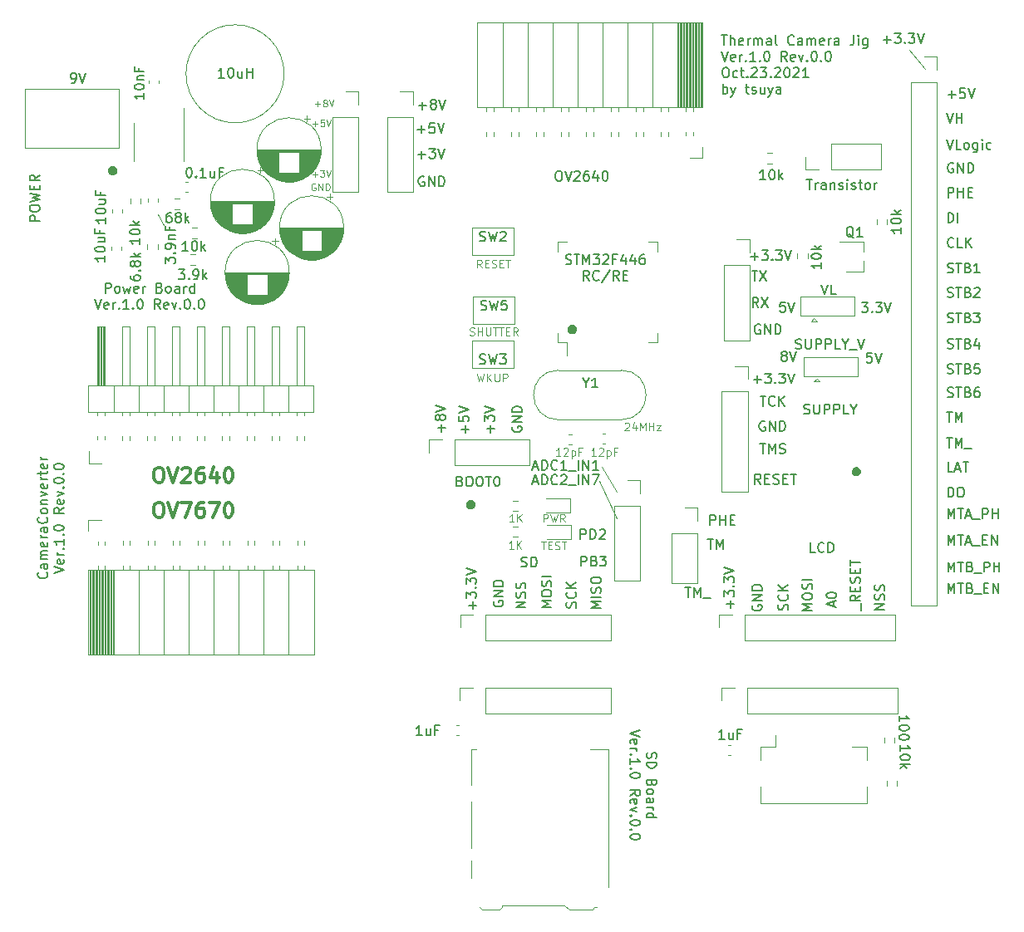
<source format=gto>
G04 #@! TF.GenerationSoftware,KiCad,Pcbnew,5.1.10-88a1d61d58~88~ubuntu18.04.1*
G04 #@! TF.CreationDate,2021-10-23T19:35:26+09:00*
G04 #@! TF.ProjectId,CameraJigSTM32F446RE_Logic,43616d65-7261-44a6-9967-53544d333246,rev?*
G04 #@! TF.SameCoordinates,Original*
G04 #@! TF.FileFunction,Legend,Top*
G04 #@! TF.FilePolarity,Positive*
%FSLAX46Y46*%
G04 Gerber Fmt 4.6, Leading zero omitted, Abs format (unit mm)*
G04 Created by KiCad (PCBNEW 5.1.10-88a1d61d58~88~ubuntu18.04.1) date 2021-10-23 19:35:26*
%MOMM*%
%LPD*%
G01*
G04 APERTURE LIST*
%ADD10C,0.150000*%
%ADD11C,0.120000*%
%ADD12C,0.100000*%
%ADD13C,0.110000*%
%ADD14C,0.300000*%
G04 APERTURE END LIST*
D10*
X87544761Y-134682380D02*
X86973333Y-134682380D01*
X87259047Y-134682380D02*
X87259047Y-133682380D01*
X87163809Y-133825238D01*
X87068571Y-133920476D01*
X86973333Y-133968095D01*
X88401904Y-134015714D02*
X88401904Y-134682380D01*
X87973333Y-134015714D02*
X87973333Y-134539523D01*
X88020952Y-134634761D01*
X88116190Y-134682380D01*
X88259047Y-134682380D01*
X88354285Y-134634761D01*
X88401904Y-134587142D01*
X89211428Y-134158571D02*
X88878095Y-134158571D01*
X88878095Y-134682380D02*
X88878095Y-133682380D01*
X89354285Y-133682380D01*
X118364761Y-135052380D02*
X117793333Y-135052380D01*
X118079047Y-135052380D02*
X118079047Y-134052380D01*
X117983809Y-134195238D01*
X117888571Y-134290476D01*
X117793333Y-134338095D01*
X119221904Y-134385714D02*
X119221904Y-135052380D01*
X118793333Y-134385714D02*
X118793333Y-134909523D01*
X118840952Y-135004761D01*
X118936190Y-135052380D01*
X119079047Y-135052380D01*
X119174285Y-135004761D01*
X119221904Y-134957142D01*
X120031428Y-134528571D02*
X119698095Y-134528571D01*
X119698095Y-135052380D02*
X119698095Y-134052380D01*
X120174285Y-134052380D01*
X136157619Y-133243333D02*
X136157619Y-132671904D01*
X136157619Y-132957619D02*
X137157619Y-132957619D01*
X137014761Y-132862380D01*
X136919523Y-132767142D01*
X136871904Y-132671904D01*
X137157619Y-133862380D02*
X137157619Y-133957619D01*
X137110000Y-134052857D01*
X137062380Y-134100476D01*
X136967142Y-134148095D01*
X136776666Y-134195714D01*
X136538571Y-134195714D01*
X136348095Y-134148095D01*
X136252857Y-134100476D01*
X136205238Y-134052857D01*
X136157619Y-133957619D01*
X136157619Y-133862380D01*
X136205238Y-133767142D01*
X136252857Y-133719523D01*
X136348095Y-133671904D01*
X136538571Y-133624285D01*
X136776666Y-133624285D01*
X136967142Y-133671904D01*
X137062380Y-133719523D01*
X137110000Y-133767142D01*
X137157619Y-133862380D01*
X137157619Y-134814761D02*
X137157619Y-134910000D01*
X137110000Y-135005238D01*
X137062380Y-135052857D01*
X136967142Y-135100476D01*
X136776666Y-135148095D01*
X136538571Y-135148095D01*
X136348095Y-135100476D01*
X136252857Y-135052857D01*
X136205238Y-135005238D01*
X136157619Y-134910000D01*
X136157619Y-134814761D01*
X136205238Y-134719523D01*
X136252857Y-134671904D01*
X136348095Y-134624285D01*
X136538571Y-134576666D01*
X136776666Y-134576666D01*
X136967142Y-134624285D01*
X137062380Y-134671904D01*
X137110000Y-134719523D01*
X137157619Y-134814761D01*
X136257619Y-136264761D02*
X136257619Y-135693333D01*
X136257619Y-135979047D02*
X137257619Y-135979047D01*
X137114761Y-135883809D01*
X137019523Y-135788571D01*
X136971904Y-135693333D01*
X137257619Y-136883809D02*
X137257619Y-136979047D01*
X137210000Y-137074285D01*
X137162380Y-137121904D01*
X137067142Y-137169523D01*
X136876666Y-137217142D01*
X136638571Y-137217142D01*
X136448095Y-137169523D01*
X136352857Y-137121904D01*
X136305238Y-137074285D01*
X136257619Y-136979047D01*
X136257619Y-136883809D01*
X136305238Y-136788571D01*
X136352857Y-136740952D01*
X136448095Y-136693333D01*
X136638571Y-136645714D01*
X136876666Y-136645714D01*
X137067142Y-136693333D01*
X137162380Y-136740952D01*
X137210000Y-136788571D01*
X137257619Y-136883809D01*
X136257619Y-137645714D02*
X137257619Y-137645714D01*
X136638571Y-137740952D02*
X136257619Y-138026666D01*
X136924285Y-138026666D02*
X136543333Y-137645714D01*
X55296190Y-89577380D02*
X55296190Y-88577380D01*
X55677142Y-88577380D01*
X55772380Y-88625000D01*
X55820000Y-88672619D01*
X55867619Y-88767857D01*
X55867619Y-88910714D01*
X55820000Y-89005952D01*
X55772380Y-89053571D01*
X55677142Y-89101190D01*
X55296190Y-89101190D01*
X56439047Y-89577380D02*
X56343809Y-89529761D01*
X56296190Y-89482142D01*
X56248571Y-89386904D01*
X56248571Y-89101190D01*
X56296190Y-89005952D01*
X56343809Y-88958333D01*
X56439047Y-88910714D01*
X56581904Y-88910714D01*
X56677142Y-88958333D01*
X56724761Y-89005952D01*
X56772380Y-89101190D01*
X56772380Y-89386904D01*
X56724761Y-89482142D01*
X56677142Y-89529761D01*
X56581904Y-89577380D01*
X56439047Y-89577380D01*
X57105714Y-88910714D02*
X57296190Y-89577380D01*
X57486666Y-89101190D01*
X57677142Y-89577380D01*
X57867619Y-88910714D01*
X58629523Y-89529761D02*
X58534285Y-89577380D01*
X58343809Y-89577380D01*
X58248571Y-89529761D01*
X58200952Y-89434523D01*
X58200952Y-89053571D01*
X58248571Y-88958333D01*
X58343809Y-88910714D01*
X58534285Y-88910714D01*
X58629523Y-88958333D01*
X58677142Y-89053571D01*
X58677142Y-89148809D01*
X58200952Y-89244047D01*
X59105714Y-89577380D02*
X59105714Y-88910714D01*
X59105714Y-89101190D02*
X59153333Y-89005952D01*
X59200952Y-88958333D01*
X59296190Y-88910714D01*
X59391428Y-88910714D01*
X60820000Y-89053571D02*
X60962857Y-89101190D01*
X61010476Y-89148809D01*
X61058095Y-89244047D01*
X61058095Y-89386904D01*
X61010476Y-89482142D01*
X60962857Y-89529761D01*
X60867619Y-89577380D01*
X60486666Y-89577380D01*
X60486666Y-88577380D01*
X60820000Y-88577380D01*
X60915238Y-88625000D01*
X60962857Y-88672619D01*
X61010476Y-88767857D01*
X61010476Y-88863095D01*
X60962857Y-88958333D01*
X60915238Y-89005952D01*
X60820000Y-89053571D01*
X60486666Y-89053571D01*
X61629523Y-89577380D02*
X61534285Y-89529761D01*
X61486666Y-89482142D01*
X61439047Y-89386904D01*
X61439047Y-89101190D01*
X61486666Y-89005952D01*
X61534285Y-88958333D01*
X61629523Y-88910714D01*
X61772380Y-88910714D01*
X61867619Y-88958333D01*
X61915238Y-89005952D01*
X61962857Y-89101190D01*
X61962857Y-89386904D01*
X61915238Y-89482142D01*
X61867619Y-89529761D01*
X61772380Y-89577380D01*
X61629523Y-89577380D01*
X62820000Y-89577380D02*
X62820000Y-89053571D01*
X62772380Y-88958333D01*
X62677142Y-88910714D01*
X62486666Y-88910714D01*
X62391428Y-88958333D01*
X62820000Y-89529761D02*
X62724761Y-89577380D01*
X62486666Y-89577380D01*
X62391428Y-89529761D01*
X62343809Y-89434523D01*
X62343809Y-89339285D01*
X62391428Y-89244047D01*
X62486666Y-89196428D01*
X62724761Y-89196428D01*
X62820000Y-89148809D01*
X63296190Y-89577380D02*
X63296190Y-88910714D01*
X63296190Y-89101190D02*
X63343809Y-89005952D01*
X63391428Y-88958333D01*
X63486666Y-88910714D01*
X63581904Y-88910714D01*
X64343809Y-89577380D02*
X64343809Y-88577380D01*
X64343809Y-89529761D02*
X64248571Y-89577380D01*
X64058095Y-89577380D01*
X63962857Y-89529761D01*
X63915238Y-89482142D01*
X63867619Y-89386904D01*
X63867619Y-89101190D01*
X63915238Y-89005952D01*
X63962857Y-88958333D01*
X64058095Y-88910714D01*
X64248571Y-88910714D01*
X64343809Y-88958333D01*
X54200952Y-90227380D02*
X54534285Y-91227380D01*
X54867619Y-90227380D01*
X55581904Y-91179761D02*
X55486666Y-91227380D01*
X55296190Y-91227380D01*
X55200952Y-91179761D01*
X55153333Y-91084523D01*
X55153333Y-90703571D01*
X55200952Y-90608333D01*
X55296190Y-90560714D01*
X55486666Y-90560714D01*
X55581904Y-90608333D01*
X55629523Y-90703571D01*
X55629523Y-90798809D01*
X55153333Y-90894047D01*
X56058095Y-91227380D02*
X56058095Y-90560714D01*
X56058095Y-90751190D02*
X56105714Y-90655952D01*
X56153333Y-90608333D01*
X56248571Y-90560714D01*
X56343809Y-90560714D01*
X56677142Y-91132142D02*
X56724761Y-91179761D01*
X56677142Y-91227380D01*
X56629523Y-91179761D01*
X56677142Y-91132142D01*
X56677142Y-91227380D01*
X57677142Y-91227380D02*
X57105714Y-91227380D01*
X57391428Y-91227380D02*
X57391428Y-90227380D01*
X57296190Y-90370238D01*
X57200952Y-90465476D01*
X57105714Y-90513095D01*
X58105714Y-91132142D02*
X58153333Y-91179761D01*
X58105714Y-91227380D01*
X58058095Y-91179761D01*
X58105714Y-91132142D01*
X58105714Y-91227380D01*
X58772380Y-90227380D02*
X58867619Y-90227380D01*
X58962857Y-90275000D01*
X59010476Y-90322619D01*
X59058095Y-90417857D01*
X59105714Y-90608333D01*
X59105714Y-90846428D01*
X59058095Y-91036904D01*
X59010476Y-91132142D01*
X58962857Y-91179761D01*
X58867619Y-91227380D01*
X58772380Y-91227380D01*
X58677142Y-91179761D01*
X58629523Y-91132142D01*
X58581904Y-91036904D01*
X58534285Y-90846428D01*
X58534285Y-90608333D01*
X58581904Y-90417857D01*
X58629523Y-90322619D01*
X58677142Y-90275000D01*
X58772380Y-90227380D01*
X60867619Y-91227380D02*
X60534285Y-90751190D01*
X60296190Y-91227380D02*
X60296190Y-90227380D01*
X60677142Y-90227380D01*
X60772380Y-90275000D01*
X60820000Y-90322619D01*
X60867619Y-90417857D01*
X60867619Y-90560714D01*
X60820000Y-90655952D01*
X60772380Y-90703571D01*
X60677142Y-90751190D01*
X60296190Y-90751190D01*
X61677142Y-91179761D02*
X61581904Y-91227380D01*
X61391428Y-91227380D01*
X61296190Y-91179761D01*
X61248571Y-91084523D01*
X61248571Y-90703571D01*
X61296190Y-90608333D01*
X61391428Y-90560714D01*
X61581904Y-90560714D01*
X61677142Y-90608333D01*
X61724761Y-90703571D01*
X61724761Y-90798809D01*
X61248571Y-90894047D01*
X62058095Y-90560714D02*
X62296190Y-91227380D01*
X62534285Y-90560714D01*
X62915238Y-91132142D02*
X62962857Y-91179761D01*
X62915238Y-91227380D01*
X62867619Y-91179761D01*
X62915238Y-91132142D01*
X62915238Y-91227380D01*
X63581904Y-90227380D02*
X63677142Y-90227380D01*
X63772380Y-90275000D01*
X63820000Y-90322619D01*
X63867619Y-90417857D01*
X63915238Y-90608333D01*
X63915238Y-90846428D01*
X63867619Y-91036904D01*
X63820000Y-91132142D01*
X63772380Y-91179761D01*
X63677142Y-91227380D01*
X63581904Y-91227380D01*
X63486666Y-91179761D01*
X63439047Y-91132142D01*
X63391428Y-91036904D01*
X63343809Y-90846428D01*
X63343809Y-90608333D01*
X63391428Y-90417857D01*
X63439047Y-90322619D01*
X63486666Y-90275000D01*
X63581904Y-90227380D01*
X64343809Y-91132142D02*
X64391428Y-91179761D01*
X64343809Y-91227380D01*
X64296190Y-91179761D01*
X64343809Y-91132142D01*
X64343809Y-91227380D01*
X65010476Y-90227380D02*
X65105714Y-90227380D01*
X65200952Y-90275000D01*
X65248571Y-90322619D01*
X65296190Y-90417857D01*
X65343809Y-90608333D01*
X65343809Y-90846428D01*
X65296190Y-91036904D01*
X65248571Y-91132142D01*
X65200952Y-91179761D01*
X65105714Y-91227380D01*
X65010476Y-91227380D01*
X64915238Y-91179761D01*
X64867619Y-91132142D01*
X64820000Y-91036904D01*
X64772380Y-90846428D01*
X64772380Y-90608333D01*
X64820000Y-90417857D01*
X64867619Y-90322619D01*
X64915238Y-90275000D01*
X65010476Y-90227380D01*
X126457142Y-101874761D02*
X126600000Y-101922380D01*
X126838095Y-101922380D01*
X126933333Y-101874761D01*
X126980952Y-101827142D01*
X127028571Y-101731904D01*
X127028571Y-101636666D01*
X126980952Y-101541428D01*
X126933333Y-101493809D01*
X126838095Y-101446190D01*
X126647619Y-101398571D01*
X126552380Y-101350952D01*
X126504761Y-101303333D01*
X126457142Y-101208095D01*
X126457142Y-101112857D01*
X126504761Y-101017619D01*
X126552380Y-100970000D01*
X126647619Y-100922380D01*
X126885714Y-100922380D01*
X127028571Y-100970000D01*
X127457142Y-100922380D02*
X127457142Y-101731904D01*
X127504761Y-101827142D01*
X127552380Y-101874761D01*
X127647619Y-101922380D01*
X127838095Y-101922380D01*
X127933333Y-101874761D01*
X127980952Y-101827142D01*
X128028571Y-101731904D01*
X128028571Y-100922380D01*
X128504761Y-101922380D02*
X128504761Y-100922380D01*
X128885714Y-100922380D01*
X128980952Y-100970000D01*
X129028571Y-101017619D01*
X129076190Y-101112857D01*
X129076190Y-101255714D01*
X129028571Y-101350952D01*
X128980952Y-101398571D01*
X128885714Y-101446190D01*
X128504761Y-101446190D01*
X129504761Y-101922380D02*
X129504761Y-100922380D01*
X129885714Y-100922380D01*
X129980952Y-100970000D01*
X130028571Y-101017619D01*
X130076190Y-101112857D01*
X130076190Y-101255714D01*
X130028571Y-101350952D01*
X129980952Y-101398571D01*
X129885714Y-101446190D01*
X129504761Y-101446190D01*
X130980952Y-101922380D02*
X130504761Y-101922380D01*
X130504761Y-100922380D01*
X131504761Y-101446190D02*
X131504761Y-101922380D01*
X131171428Y-100922380D02*
X131504761Y-101446190D01*
X131838095Y-100922380D01*
D11*
X138810000Y-66780000D02*
X137200000Y-64840000D01*
D10*
X133349523Y-95692380D02*
X132873333Y-95692380D01*
X132825714Y-96168571D01*
X132873333Y-96120952D01*
X132968571Y-96073333D01*
X133206666Y-96073333D01*
X133301904Y-96120952D01*
X133349523Y-96168571D01*
X133397142Y-96263809D01*
X133397142Y-96501904D01*
X133349523Y-96597142D01*
X133301904Y-96644761D01*
X133206666Y-96692380D01*
X132968571Y-96692380D01*
X132873333Y-96644761D01*
X132825714Y-96597142D01*
X133682857Y-95692380D02*
X134016190Y-96692380D01*
X134349523Y-95692380D01*
X124336190Y-95970952D02*
X124240952Y-95923333D01*
X124193333Y-95875714D01*
X124145714Y-95780476D01*
X124145714Y-95732857D01*
X124193333Y-95637619D01*
X124240952Y-95590000D01*
X124336190Y-95542380D01*
X124526666Y-95542380D01*
X124621904Y-95590000D01*
X124669523Y-95637619D01*
X124717142Y-95732857D01*
X124717142Y-95780476D01*
X124669523Y-95875714D01*
X124621904Y-95923333D01*
X124526666Y-95970952D01*
X124336190Y-95970952D01*
X124240952Y-96018571D01*
X124193333Y-96066190D01*
X124145714Y-96161428D01*
X124145714Y-96351904D01*
X124193333Y-96447142D01*
X124240952Y-96494761D01*
X124336190Y-96542380D01*
X124526666Y-96542380D01*
X124621904Y-96494761D01*
X124669523Y-96447142D01*
X124717142Y-96351904D01*
X124717142Y-96161428D01*
X124669523Y-96066190D01*
X124621904Y-96018571D01*
X124526666Y-95970952D01*
X125002857Y-95542380D02*
X125336190Y-96542380D01*
X125669523Y-95542380D01*
X125617619Y-95244761D02*
X125760476Y-95292380D01*
X125998571Y-95292380D01*
X126093809Y-95244761D01*
X126141428Y-95197142D01*
X126189047Y-95101904D01*
X126189047Y-95006666D01*
X126141428Y-94911428D01*
X126093809Y-94863809D01*
X125998571Y-94816190D01*
X125808095Y-94768571D01*
X125712857Y-94720952D01*
X125665238Y-94673333D01*
X125617619Y-94578095D01*
X125617619Y-94482857D01*
X125665238Y-94387619D01*
X125712857Y-94340000D01*
X125808095Y-94292380D01*
X126046190Y-94292380D01*
X126189047Y-94340000D01*
X126617619Y-94292380D02*
X126617619Y-95101904D01*
X126665238Y-95197142D01*
X126712857Y-95244761D01*
X126808095Y-95292380D01*
X126998571Y-95292380D01*
X127093809Y-95244761D01*
X127141428Y-95197142D01*
X127189047Y-95101904D01*
X127189047Y-94292380D01*
X127665238Y-95292380D02*
X127665238Y-94292380D01*
X128046190Y-94292380D01*
X128141428Y-94340000D01*
X128189047Y-94387619D01*
X128236666Y-94482857D01*
X128236666Y-94625714D01*
X128189047Y-94720952D01*
X128141428Y-94768571D01*
X128046190Y-94816190D01*
X127665238Y-94816190D01*
X128665238Y-95292380D02*
X128665238Y-94292380D01*
X129046190Y-94292380D01*
X129141428Y-94340000D01*
X129189047Y-94387619D01*
X129236666Y-94482857D01*
X129236666Y-94625714D01*
X129189047Y-94720952D01*
X129141428Y-94768571D01*
X129046190Y-94816190D01*
X128665238Y-94816190D01*
X130141428Y-95292380D02*
X129665238Y-95292380D01*
X129665238Y-94292380D01*
X130665238Y-94816190D02*
X130665238Y-95292380D01*
X130331904Y-94292380D02*
X130665238Y-94816190D01*
X130998571Y-94292380D01*
X131093809Y-95387619D02*
X131855714Y-95387619D01*
X131950952Y-94292380D02*
X132284285Y-95292380D01*
X132617619Y-94292380D01*
X124529523Y-90522380D02*
X124053333Y-90522380D01*
X124005714Y-90998571D01*
X124053333Y-90950952D01*
X124148571Y-90903333D01*
X124386666Y-90903333D01*
X124481904Y-90950952D01*
X124529523Y-90998571D01*
X124577142Y-91093809D01*
X124577142Y-91331904D01*
X124529523Y-91427142D01*
X124481904Y-91474761D01*
X124386666Y-91522380D01*
X124148571Y-91522380D01*
X124053333Y-91474761D01*
X124005714Y-91427142D01*
X124862857Y-90522380D02*
X125196190Y-91522380D01*
X125529523Y-90522380D01*
X132333809Y-90562380D02*
X132952857Y-90562380D01*
X132619523Y-90943333D01*
X132762380Y-90943333D01*
X132857619Y-90990952D01*
X132905238Y-91038571D01*
X132952857Y-91133809D01*
X132952857Y-91371904D01*
X132905238Y-91467142D01*
X132857619Y-91514761D01*
X132762380Y-91562380D01*
X132476666Y-91562380D01*
X132381428Y-91514761D01*
X132333809Y-91467142D01*
X133381428Y-91467142D02*
X133429047Y-91514761D01*
X133381428Y-91562380D01*
X133333809Y-91514761D01*
X133381428Y-91467142D01*
X133381428Y-91562380D01*
X133762380Y-90562380D02*
X134381428Y-90562380D01*
X134048095Y-90943333D01*
X134190952Y-90943333D01*
X134286190Y-90990952D01*
X134333809Y-91038571D01*
X134381428Y-91133809D01*
X134381428Y-91371904D01*
X134333809Y-91467142D01*
X134286190Y-91514761D01*
X134190952Y-91562380D01*
X133905238Y-91562380D01*
X133810000Y-91514761D01*
X133762380Y-91467142D01*
X134667142Y-90562380D02*
X135000476Y-91562380D01*
X135333809Y-90562380D01*
X128231904Y-88732380D02*
X128565238Y-89732380D01*
X128898571Y-88732380D01*
X129708095Y-89732380D02*
X129231904Y-89732380D01*
X129231904Y-88732380D01*
X136332380Y-82915238D02*
X136332380Y-83486666D01*
X136332380Y-83200952D02*
X135332380Y-83200952D01*
X135475238Y-83296190D01*
X135570476Y-83391428D01*
X135618095Y-83486666D01*
X135332380Y-82296190D02*
X135332380Y-82200952D01*
X135380000Y-82105714D01*
X135427619Y-82058095D01*
X135522857Y-82010476D01*
X135713333Y-81962857D01*
X135951428Y-81962857D01*
X136141904Y-82010476D01*
X136237142Y-82058095D01*
X136284761Y-82105714D01*
X136332380Y-82200952D01*
X136332380Y-82296190D01*
X136284761Y-82391428D01*
X136237142Y-82439047D01*
X136141904Y-82486666D01*
X135951428Y-82534285D01*
X135713333Y-82534285D01*
X135522857Y-82486666D01*
X135427619Y-82439047D01*
X135380000Y-82391428D01*
X135332380Y-82296190D01*
X136332380Y-81534285D02*
X135332380Y-81534285D01*
X135951428Y-81439047D02*
X136332380Y-81153333D01*
X135665714Y-81153333D02*
X136046666Y-81534285D01*
X128202380Y-86515238D02*
X128202380Y-87086666D01*
X128202380Y-86800952D02*
X127202380Y-86800952D01*
X127345238Y-86896190D01*
X127440476Y-86991428D01*
X127488095Y-87086666D01*
X127202380Y-85896190D02*
X127202380Y-85800952D01*
X127250000Y-85705714D01*
X127297619Y-85658095D01*
X127392857Y-85610476D01*
X127583333Y-85562857D01*
X127821428Y-85562857D01*
X128011904Y-85610476D01*
X128107142Y-85658095D01*
X128154761Y-85705714D01*
X128202380Y-85800952D01*
X128202380Y-85896190D01*
X128154761Y-85991428D01*
X128107142Y-86039047D01*
X128011904Y-86086666D01*
X127821428Y-86134285D01*
X127583333Y-86134285D01*
X127392857Y-86086666D01*
X127297619Y-86039047D01*
X127250000Y-85991428D01*
X127202380Y-85896190D01*
X128202380Y-85134285D02*
X127202380Y-85134285D01*
X127821428Y-85039047D02*
X128202380Y-84753333D01*
X127535714Y-84753333D02*
X127916666Y-85134285D01*
X122524761Y-78032380D02*
X121953333Y-78032380D01*
X122239047Y-78032380D02*
X122239047Y-77032380D01*
X122143809Y-77175238D01*
X122048571Y-77270476D01*
X121953333Y-77318095D01*
X123143809Y-77032380D02*
X123239047Y-77032380D01*
X123334285Y-77080000D01*
X123381904Y-77127619D01*
X123429523Y-77222857D01*
X123477142Y-77413333D01*
X123477142Y-77651428D01*
X123429523Y-77841904D01*
X123381904Y-77937142D01*
X123334285Y-77984761D01*
X123239047Y-78032380D01*
X123143809Y-78032380D01*
X123048571Y-77984761D01*
X123000952Y-77937142D01*
X122953333Y-77841904D01*
X122905714Y-77651428D01*
X122905714Y-77413333D01*
X122953333Y-77222857D01*
X123000952Y-77127619D01*
X123048571Y-77080000D01*
X123143809Y-77032380D01*
X123905714Y-78032380D02*
X123905714Y-77032380D01*
X124000952Y-77651428D02*
X124286666Y-78032380D01*
X124286666Y-77365714D02*
X123905714Y-77746666D01*
X118052738Y-63317380D02*
X118624166Y-63317380D01*
X118338452Y-64317380D02*
X118338452Y-63317380D01*
X118957500Y-64317380D02*
X118957500Y-63317380D01*
X119386071Y-64317380D02*
X119386071Y-63793571D01*
X119338452Y-63698333D01*
X119243214Y-63650714D01*
X119100357Y-63650714D01*
X119005119Y-63698333D01*
X118957500Y-63745952D01*
X120243214Y-64269761D02*
X120147976Y-64317380D01*
X119957500Y-64317380D01*
X119862261Y-64269761D01*
X119814642Y-64174523D01*
X119814642Y-63793571D01*
X119862261Y-63698333D01*
X119957500Y-63650714D01*
X120147976Y-63650714D01*
X120243214Y-63698333D01*
X120290833Y-63793571D01*
X120290833Y-63888809D01*
X119814642Y-63984047D01*
X120719404Y-64317380D02*
X120719404Y-63650714D01*
X120719404Y-63841190D02*
X120767023Y-63745952D01*
X120814642Y-63698333D01*
X120909880Y-63650714D01*
X121005119Y-63650714D01*
X121338452Y-64317380D02*
X121338452Y-63650714D01*
X121338452Y-63745952D02*
X121386071Y-63698333D01*
X121481309Y-63650714D01*
X121624166Y-63650714D01*
X121719404Y-63698333D01*
X121767023Y-63793571D01*
X121767023Y-64317380D01*
X121767023Y-63793571D02*
X121814642Y-63698333D01*
X121909880Y-63650714D01*
X122052738Y-63650714D01*
X122147976Y-63698333D01*
X122195595Y-63793571D01*
X122195595Y-64317380D01*
X123100357Y-64317380D02*
X123100357Y-63793571D01*
X123052738Y-63698333D01*
X122957500Y-63650714D01*
X122767023Y-63650714D01*
X122671785Y-63698333D01*
X123100357Y-64269761D02*
X123005119Y-64317380D01*
X122767023Y-64317380D01*
X122671785Y-64269761D01*
X122624166Y-64174523D01*
X122624166Y-64079285D01*
X122671785Y-63984047D01*
X122767023Y-63936428D01*
X123005119Y-63936428D01*
X123100357Y-63888809D01*
X123719404Y-64317380D02*
X123624166Y-64269761D01*
X123576547Y-64174523D01*
X123576547Y-63317380D01*
X125433690Y-64222142D02*
X125386071Y-64269761D01*
X125243214Y-64317380D01*
X125147976Y-64317380D01*
X125005119Y-64269761D01*
X124909880Y-64174523D01*
X124862261Y-64079285D01*
X124814642Y-63888809D01*
X124814642Y-63745952D01*
X124862261Y-63555476D01*
X124909880Y-63460238D01*
X125005119Y-63365000D01*
X125147976Y-63317380D01*
X125243214Y-63317380D01*
X125386071Y-63365000D01*
X125433690Y-63412619D01*
X126290833Y-64317380D02*
X126290833Y-63793571D01*
X126243214Y-63698333D01*
X126147976Y-63650714D01*
X125957500Y-63650714D01*
X125862261Y-63698333D01*
X126290833Y-64269761D02*
X126195595Y-64317380D01*
X125957500Y-64317380D01*
X125862261Y-64269761D01*
X125814642Y-64174523D01*
X125814642Y-64079285D01*
X125862261Y-63984047D01*
X125957500Y-63936428D01*
X126195595Y-63936428D01*
X126290833Y-63888809D01*
X126767023Y-64317380D02*
X126767023Y-63650714D01*
X126767023Y-63745952D02*
X126814642Y-63698333D01*
X126909880Y-63650714D01*
X127052738Y-63650714D01*
X127147976Y-63698333D01*
X127195595Y-63793571D01*
X127195595Y-64317380D01*
X127195595Y-63793571D02*
X127243214Y-63698333D01*
X127338452Y-63650714D01*
X127481309Y-63650714D01*
X127576547Y-63698333D01*
X127624166Y-63793571D01*
X127624166Y-64317380D01*
X128481309Y-64269761D02*
X128386071Y-64317380D01*
X128195595Y-64317380D01*
X128100357Y-64269761D01*
X128052738Y-64174523D01*
X128052738Y-63793571D01*
X128100357Y-63698333D01*
X128195595Y-63650714D01*
X128386071Y-63650714D01*
X128481309Y-63698333D01*
X128528928Y-63793571D01*
X128528928Y-63888809D01*
X128052738Y-63984047D01*
X128957500Y-64317380D02*
X128957500Y-63650714D01*
X128957500Y-63841190D02*
X129005119Y-63745952D01*
X129052738Y-63698333D01*
X129147976Y-63650714D01*
X129243214Y-63650714D01*
X130005119Y-64317380D02*
X130005119Y-63793571D01*
X129957500Y-63698333D01*
X129862261Y-63650714D01*
X129671785Y-63650714D01*
X129576547Y-63698333D01*
X130005119Y-64269761D02*
X129909880Y-64317380D01*
X129671785Y-64317380D01*
X129576547Y-64269761D01*
X129528928Y-64174523D01*
X129528928Y-64079285D01*
X129576547Y-63984047D01*
X129671785Y-63936428D01*
X129909880Y-63936428D01*
X130005119Y-63888809D01*
X131528928Y-63317380D02*
X131528928Y-64031666D01*
X131481309Y-64174523D01*
X131386071Y-64269761D01*
X131243214Y-64317380D01*
X131147976Y-64317380D01*
X132005119Y-64317380D02*
X132005119Y-63650714D01*
X132005119Y-63317380D02*
X131957500Y-63365000D01*
X132005119Y-63412619D01*
X132052738Y-63365000D01*
X132005119Y-63317380D01*
X132005119Y-63412619D01*
X132909880Y-63650714D02*
X132909880Y-64460238D01*
X132862261Y-64555476D01*
X132814642Y-64603095D01*
X132719404Y-64650714D01*
X132576547Y-64650714D01*
X132481309Y-64603095D01*
X132909880Y-64269761D02*
X132814642Y-64317380D01*
X132624166Y-64317380D01*
X132528928Y-64269761D01*
X132481309Y-64222142D01*
X132433690Y-64126904D01*
X132433690Y-63841190D01*
X132481309Y-63745952D01*
X132528928Y-63698333D01*
X132624166Y-63650714D01*
X132814642Y-63650714D01*
X132909880Y-63698333D01*
X118052738Y-64967380D02*
X118386071Y-65967380D01*
X118719404Y-64967380D01*
X119433690Y-65919761D02*
X119338452Y-65967380D01*
X119147976Y-65967380D01*
X119052738Y-65919761D01*
X119005119Y-65824523D01*
X119005119Y-65443571D01*
X119052738Y-65348333D01*
X119147976Y-65300714D01*
X119338452Y-65300714D01*
X119433690Y-65348333D01*
X119481309Y-65443571D01*
X119481309Y-65538809D01*
X119005119Y-65634047D01*
X119909880Y-65967380D02*
X119909880Y-65300714D01*
X119909880Y-65491190D02*
X119957500Y-65395952D01*
X120005119Y-65348333D01*
X120100357Y-65300714D01*
X120195595Y-65300714D01*
X120528928Y-65872142D02*
X120576547Y-65919761D01*
X120528928Y-65967380D01*
X120481309Y-65919761D01*
X120528928Y-65872142D01*
X120528928Y-65967380D01*
X121528928Y-65967380D02*
X120957500Y-65967380D01*
X121243214Y-65967380D02*
X121243214Y-64967380D01*
X121147976Y-65110238D01*
X121052738Y-65205476D01*
X120957500Y-65253095D01*
X121957500Y-65872142D02*
X122005119Y-65919761D01*
X121957500Y-65967380D01*
X121909880Y-65919761D01*
X121957500Y-65872142D01*
X121957500Y-65967380D01*
X122624166Y-64967380D02*
X122719404Y-64967380D01*
X122814642Y-65015000D01*
X122862261Y-65062619D01*
X122909880Y-65157857D01*
X122957500Y-65348333D01*
X122957500Y-65586428D01*
X122909880Y-65776904D01*
X122862261Y-65872142D01*
X122814642Y-65919761D01*
X122719404Y-65967380D01*
X122624166Y-65967380D01*
X122528928Y-65919761D01*
X122481309Y-65872142D01*
X122433690Y-65776904D01*
X122386071Y-65586428D01*
X122386071Y-65348333D01*
X122433690Y-65157857D01*
X122481309Y-65062619D01*
X122528928Y-65015000D01*
X122624166Y-64967380D01*
X124719404Y-65967380D02*
X124386071Y-65491190D01*
X124147976Y-65967380D02*
X124147976Y-64967380D01*
X124528928Y-64967380D01*
X124624166Y-65015000D01*
X124671785Y-65062619D01*
X124719404Y-65157857D01*
X124719404Y-65300714D01*
X124671785Y-65395952D01*
X124624166Y-65443571D01*
X124528928Y-65491190D01*
X124147976Y-65491190D01*
X125528928Y-65919761D02*
X125433690Y-65967380D01*
X125243214Y-65967380D01*
X125147976Y-65919761D01*
X125100357Y-65824523D01*
X125100357Y-65443571D01*
X125147976Y-65348333D01*
X125243214Y-65300714D01*
X125433690Y-65300714D01*
X125528928Y-65348333D01*
X125576547Y-65443571D01*
X125576547Y-65538809D01*
X125100357Y-65634047D01*
X125909880Y-65300714D02*
X126147976Y-65967380D01*
X126386071Y-65300714D01*
X126767023Y-65872142D02*
X126814642Y-65919761D01*
X126767023Y-65967380D01*
X126719404Y-65919761D01*
X126767023Y-65872142D01*
X126767023Y-65967380D01*
X127433690Y-64967380D02*
X127528928Y-64967380D01*
X127624166Y-65015000D01*
X127671785Y-65062619D01*
X127719404Y-65157857D01*
X127767023Y-65348333D01*
X127767023Y-65586428D01*
X127719404Y-65776904D01*
X127671785Y-65872142D01*
X127624166Y-65919761D01*
X127528928Y-65967380D01*
X127433690Y-65967380D01*
X127338452Y-65919761D01*
X127290833Y-65872142D01*
X127243214Y-65776904D01*
X127195595Y-65586428D01*
X127195595Y-65348333D01*
X127243214Y-65157857D01*
X127290833Y-65062619D01*
X127338452Y-65015000D01*
X127433690Y-64967380D01*
X128195595Y-65872142D02*
X128243214Y-65919761D01*
X128195595Y-65967380D01*
X128147976Y-65919761D01*
X128195595Y-65872142D01*
X128195595Y-65967380D01*
X128862261Y-64967380D02*
X128957500Y-64967380D01*
X129052738Y-65015000D01*
X129100357Y-65062619D01*
X129147976Y-65157857D01*
X129195595Y-65348333D01*
X129195595Y-65586428D01*
X129147976Y-65776904D01*
X129100357Y-65872142D01*
X129052738Y-65919761D01*
X128957500Y-65967380D01*
X128862261Y-65967380D01*
X128767023Y-65919761D01*
X128719404Y-65872142D01*
X128671785Y-65776904D01*
X128624166Y-65586428D01*
X128624166Y-65348333D01*
X128671785Y-65157857D01*
X128719404Y-65062619D01*
X128767023Y-65015000D01*
X128862261Y-64967380D01*
X118386071Y-66617380D02*
X118576547Y-66617380D01*
X118671785Y-66665000D01*
X118767023Y-66760238D01*
X118814642Y-66950714D01*
X118814642Y-67284047D01*
X118767023Y-67474523D01*
X118671785Y-67569761D01*
X118576547Y-67617380D01*
X118386071Y-67617380D01*
X118290833Y-67569761D01*
X118195595Y-67474523D01*
X118147976Y-67284047D01*
X118147976Y-66950714D01*
X118195595Y-66760238D01*
X118290833Y-66665000D01*
X118386071Y-66617380D01*
X119671785Y-67569761D02*
X119576547Y-67617380D01*
X119386071Y-67617380D01*
X119290833Y-67569761D01*
X119243214Y-67522142D01*
X119195595Y-67426904D01*
X119195595Y-67141190D01*
X119243214Y-67045952D01*
X119290833Y-66998333D01*
X119386071Y-66950714D01*
X119576547Y-66950714D01*
X119671785Y-66998333D01*
X119957500Y-66950714D02*
X120338452Y-66950714D01*
X120100357Y-66617380D02*
X120100357Y-67474523D01*
X120147976Y-67569761D01*
X120243214Y-67617380D01*
X120338452Y-67617380D01*
X120671785Y-67522142D02*
X120719404Y-67569761D01*
X120671785Y-67617380D01*
X120624166Y-67569761D01*
X120671785Y-67522142D01*
X120671785Y-67617380D01*
X121100357Y-66712619D02*
X121147976Y-66665000D01*
X121243214Y-66617380D01*
X121481309Y-66617380D01*
X121576547Y-66665000D01*
X121624166Y-66712619D01*
X121671785Y-66807857D01*
X121671785Y-66903095D01*
X121624166Y-67045952D01*
X121052738Y-67617380D01*
X121671785Y-67617380D01*
X122005119Y-66617380D02*
X122624166Y-66617380D01*
X122290833Y-66998333D01*
X122433690Y-66998333D01*
X122528928Y-67045952D01*
X122576547Y-67093571D01*
X122624166Y-67188809D01*
X122624166Y-67426904D01*
X122576547Y-67522142D01*
X122528928Y-67569761D01*
X122433690Y-67617380D01*
X122147976Y-67617380D01*
X122052738Y-67569761D01*
X122005119Y-67522142D01*
X123052738Y-67522142D02*
X123100357Y-67569761D01*
X123052738Y-67617380D01*
X123005119Y-67569761D01*
X123052738Y-67522142D01*
X123052738Y-67617380D01*
X123481309Y-66712619D02*
X123528928Y-66665000D01*
X123624166Y-66617380D01*
X123862261Y-66617380D01*
X123957500Y-66665000D01*
X124005119Y-66712619D01*
X124052738Y-66807857D01*
X124052738Y-66903095D01*
X124005119Y-67045952D01*
X123433690Y-67617380D01*
X124052738Y-67617380D01*
X124671785Y-66617380D02*
X124767023Y-66617380D01*
X124862261Y-66665000D01*
X124909880Y-66712619D01*
X124957500Y-66807857D01*
X125005119Y-66998333D01*
X125005119Y-67236428D01*
X124957500Y-67426904D01*
X124909880Y-67522142D01*
X124862261Y-67569761D01*
X124767023Y-67617380D01*
X124671785Y-67617380D01*
X124576547Y-67569761D01*
X124528928Y-67522142D01*
X124481309Y-67426904D01*
X124433690Y-67236428D01*
X124433690Y-66998333D01*
X124481309Y-66807857D01*
X124528928Y-66712619D01*
X124576547Y-66665000D01*
X124671785Y-66617380D01*
X125386071Y-66712619D02*
X125433690Y-66665000D01*
X125528928Y-66617380D01*
X125767023Y-66617380D01*
X125862261Y-66665000D01*
X125909880Y-66712619D01*
X125957500Y-66807857D01*
X125957500Y-66903095D01*
X125909880Y-67045952D01*
X125338452Y-67617380D01*
X125957500Y-67617380D01*
X126909880Y-67617380D02*
X126338452Y-67617380D01*
X126624166Y-67617380D02*
X126624166Y-66617380D01*
X126528928Y-66760238D01*
X126433690Y-66855476D01*
X126338452Y-66903095D01*
X118195595Y-69267380D02*
X118195595Y-68267380D01*
X118195595Y-68648333D02*
X118290833Y-68600714D01*
X118481309Y-68600714D01*
X118576547Y-68648333D01*
X118624166Y-68695952D01*
X118671785Y-68791190D01*
X118671785Y-69076904D01*
X118624166Y-69172142D01*
X118576547Y-69219761D01*
X118481309Y-69267380D01*
X118290833Y-69267380D01*
X118195595Y-69219761D01*
X119005119Y-68600714D02*
X119243214Y-69267380D01*
X119481309Y-68600714D02*
X119243214Y-69267380D01*
X119147976Y-69505476D01*
X119100357Y-69553095D01*
X119005119Y-69600714D01*
X120481309Y-68600714D02*
X120862261Y-68600714D01*
X120624166Y-68267380D02*
X120624166Y-69124523D01*
X120671785Y-69219761D01*
X120767023Y-69267380D01*
X120862261Y-69267380D01*
X121147976Y-69219761D02*
X121243214Y-69267380D01*
X121433690Y-69267380D01*
X121528928Y-69219761D01*
X121576547Y-69124523D01*
X121576547Y-69076904D01*
X121528928Y-68981666D01*
X121433690Y-68934047D01*
X121290833Y-68934047D01*
X121195595Y-68886428D01*
X121147976Y-68791190D01*
X121147976Y-68743571D01*
X121195595Y-68648333D01*
X121290833Y-68600714D01*
X121433690Y-68600714D01*
X121528928Y-68648333D01*
X122433690Y-68600714D02*
X122433690Y-69267380D01*
X122005119Y-68600714D02*
X122005119Y-69124523D01*
X122052738Y-69219761D01*
X122147976Y-69267380D01*
X122290833Y-69267380D01*
X122386071Y-69219761D01*
X122433690Y-69172142D01*
X122814642Y-68600714D02*
X123052738Y-69267380D01*
X123290833Y-68600714D02*
X123052738Y-69267380D01*
X122957500Y-69505476D01*
X122909880Y-69553095D01*
X122814642Y-69600714D01*
X124100357Y-69267380D02*
X124100357Y-68743571D01*
X124052738Y-68648333D01*
X123957500Y-68600714D01*
X123767023Y-68600714D01*
X123671785Y-68648333D01*
X124100357Y-69219761D02*
X124005119Y-69267380D01*
X123767023Y-69267380D01*
X123671785Y-69219761D01*
X123624166Y-69124523D01*
X123624166Y-69029285D01*
X123671785Y-68934047D01*
X123767023Y-68886428D01*
X124005119Y-68886428D01*
X124100357Y-68838809D01*
X101391428Y-77162380D02*
X101581904Y-77162380D01*
X101677142Y-77210000D01*
X101772380Y-77305238D01*
X101820000Y-77495714D01*
X101820000Y-77829047D01*
X101772380Y-78019523D01*
X101677142Y-78114761D01*
X101581904Y-78162380D01*
X101391428Y-78162380D01*
X101296190Y-78114761D01*
X101200952Y-78019523D01*
X101153333Y-77829047D01*
X101153333Y-77495714D01*
X101200952Y-77305238D01*
X101296190Y-77210000D01*
X101391428Y-77162380D01*
X102105714Y-77162380D02*
X102439047Y-78162380D01*
X102772380Y-77162380D01*
X103058095Y-77257619D02*
X103105714Y-77210000D01*
X103200952Y-77162380D01*
X103439047Y-77162380D01*
X103534285Y-77210000D01*
X103581904Y-77257619D01*
X103629523Y-77352857D01*
X103629523Y-77448095D01*
X103581904Y-77590952D01*
X103010476Y-78162380D01*
X103629523Y-78162380D01*
X104486666Y-77162380D02*
X104296190Y-77162380D01*
X104200952Y-77210000D01*
X104153333Y-77257619D01*
X104058095Y-77400476D01*
X104010476Y-77590952D01*
X104010476Y-77971904D01*
X104058095Y-78067142D01*
X104105714Y-78114761D01*
X104200952Y-78162380D01*
X104391428Y-78162380D01*
X104486666Y-78114761D01*
X104534285Y-78067142D01*
X104581904Y-77971904D01*
X104581904Y-77733809D01*
X104534285Y-77638571D01*
X104486666Y-77590952D01*
X104391428Y-77543333D01*
X104200952Y-77543333D01*
X104105714Y-77590952D01*
X104058095Y-77638571D01*
X104010476Y-77733809D01*
X105439047Y-77495714D02*
X105439047Y-78162380D01*
X105200952Y-77114761D02*
X104962857Y-77829047D01*
X105581904Y-77829047D01*
X106153333Y-77162380D02*
X106248571Y-77162380D01*
X106343809Y-77210000D01*
X106391428Y-77257619D01*
X106439047Y-77352857D01*
X106486666Y-77543333D01*
X106486666Y-77781428D01*
X106439047Y-77971904D01*
X106391428Y-78067142D01*
X106343809Y-78114761D01*
X106248571Y-78162380D01*
X106153333Y-78162380D01*
X106058095Y-78114761D01*
X106010476Y-78067142D01*
X105962857Y-77971904D01*
X105915238Y-77781428D01*
X105915238Y-77543333D01*
X105962857Y-77352857D01*
X106010476Y-77257619D01*
X106058095Y-77210000D01*
X106153333Y-77162380D01*
X51860952Y-68162380D02*
X52051428Y-68162380D01*
X52146666Y-68114761D01*
X52194285Y-68067142D01*
X52289523Y-67924285D01*
X52337142Y-67733809D01*
X52337142Y-67352857D01*
X52289523Y-67257619D01*
X52241904Y-67210000D01*
X52146666Y-67162380D01*
X51956190Y-67162380D01*
X51860952Y-67210000D01*
X51813333Y-67257619D01*
X51765714Y-67352857D01*
X51765714Y-67590952D01*
X51813333Y-67686190D01*
X51860952Y-67733809D01*
X51956190Y-67781428D01*
X52146666Y-67781428D01*
X52241904Y-67733809D01*
X52289523Y-67686190D01*
X52337142Y-67590952D01*
X52622857Y-67162380D02*
X52956190Y-68162380D01*
X53289523Y-67162380D01*
X48582380Y-82239523D02*
X47582380Y-82239523D01*
X47582380Y-81858571D01*
X47630000Y-81763333D01*
X47677619Y-81715714D01*
X47772857Y-81668095D01*
X47915714Y-81668095D01*
X48010952Y-81715714D01*
X48058571Y-81763333D01*
X48106190Y-81858571D01*
X48106190Y-82239523D01*
X47582380Y-81049047D02*
X47582380Y-80858571D01*
X47630000Y-80763333D01*
X47725238Y-80668095D01*
X47915714Y-80620476D01*
X48249047Y-80620476D01*
X48439523Y-80668095D01*
X48534761Y-80763333D01*
X48582380Y-80858571D01*
X48582380Y-81049047D01*
X48534761Y-81144285D01*
X48439523Y-81239523D01*
X48249047Y-81287142D01*
X47915714Y-81287142D01*
X47725238Y-81239523D01*
X47630000Y-81144285D01*
X47582380Y-81049047D01*
X47582380Y-80287142D02*
X48582380Y-80049047D01*
X47868095Y-79858571D01*
X48582380Y-79668095D01*
X47582380Y-79430000D01*
X48058571Y-79049047D02*
X48058571Y-78715714D01*
X48582380Y-78572857D02*
X48582380Y-79049047D01*
X47582380Y-79049047D01*
X47582380Y-78572857D01*
X48582380Y-77572857D02*
X48106190Y-77906190D01*
X48582380Y-78144285D02*
X47582380Y-78144285D01*
X47582380Y-77763333D01*
X47630000Y-77668095D01*
X47677619Y-77620476D01*
X47772857Y-77572857D01*
X47915714Y-77572857D01*
X48010952Y-77620476D01*
X48058571Y-77668095D01*
X48106190Y-77763333D01*
X48106190Y-78144285D01*
X91406666Y-108768571D02*
X91549523Y-108816190D01*
X91597142Y-108863809D01*
X91644761Y-108959047D01*
X91644761Y-109101904D01*
X91597142Y-109197142D01*
X91549523Y-109244761D01*
X91454285Y-109292380D01*
X91073333Y-109292380D01*
X91073333Y-108292380D01*
X91406666Y-108292380D01*
X91501904Y-108340000D01*
X91549523Y-108387619D01*
X91597142Y-108482857D01*
X91597142Y-108578095D01*
X91549523Y-108673333D01*
X91501904Y-108720952D01*
X91406666Y-108768571D01*
X91073333Y-108768571D01*
X92263809Y-108292380D02*
X92454285Y-108292380D01*
X92549523Y-108340000D01*
X92644761Y-108435238D01*
X92692380Y-108625714D01*
X92692380Y-108959047D01*
X92644761Y-109149523D01*
X92549523Y-109244761D01*
X92454285Y-109292380D01*
X92263809Y-109292380D01*
X92168571Y-109244761D01*
X92073333Y-109149523D01*
X92025714Y-108959047D01*
X92025714Y-108625714D01*
X92073333Y-108435238D01*
X92168571Y-108340000D01*
X92263809Y-108292380D01*
X93311428Y-108292380D02*
X93501904Y-108292380D01*
X93597142Y-108340000D01*
X93692380Y-108435238D01*
X93740000Y-108625714D01*
X93740000Y-108959047D01*
X93692380Y-109149523D01*
X93597142Y-109244761D01*
X93501904Y-109292380D01*
X93311428Y-109292380D01*
X93216190Y-109244761D01*
X93120952Y-109149523D01*
X93073333Y-108959047D01*
X93073333Y-108625714D01*
X93120952Y-108435238D01*
X93216190Y-108340000D01*
X93311428Y-108292380D01*
X94025714Y-108292380D02*
X94597142Y-108292380D01*
X94311428Y-109292380D02*
X94311428Y-108292380D01*
X95120952Y-108292380D02*
X95216190Y-108292380D01*
X95311428Y-108340000D01*
X95359047Y-108387619D01*
X95406666Y-108482857D01*
X95454285Y-108673333D01*
X95454285Y-108911428D01*
X95406666Y-109101904D01*
X95359047Y-109197142D01*
X95311428Y-109244761D01*
X95216190Y-109292380D01*
X95120952Y-109292380D01*
X95025714Y-109244761D01*
X94978095Y-109197142D01*
X94930476Y-109101904D01*
X94882857Y-108911428D01*
X94882857Y-108673333D01*
X94930476Y-108482857D01*
X94978095Y-108387619D01*
X95025714Y-108340000D01*
X95120952Y-108292380D01*
D12*
X76370000Y-72330000D02*
X76903333Y-72330000D01*
X76636666Y-72596666D02*
X76636666Y-72063333D01*
X77570000Y-71896666D02*
X77236666Y-71896666D01*
X77203333Y-72230000D01*
X77236666Y-72196666D01*
X77303333Y-72163333D01*
X77470000Y-72163333D01*
X77536666Y-72196666D01*
X77570000Y-72230000D01*
X77603333Y-72296666D01*
X77603333Y-72463333D01*
X77570000Y-72530000D01*
X77536666Y-72563333D01*
X77470000Y-72596666D01*
X77303333Y-72596666D01*
X77236666Y-72563333D01*
X77203333Y-72530000D01*
X77803333Y-71896666D02*
X78036666Y-72596666D01*
X78270000Y-71896666D01*
X76370000Y-77480000D02*
X76903333Y-77480000D01*
X76636666Y-77746666D02*
X76636666Y-77213333D01*
X77170000Y-77046666D02*
X77603333Y-77046666D01*
X77370000Y-77313333D01*
X77470000Y-77313333D01*
X77536666Y-77346666D01*
X77570000Y-77380000D01*
X77603333Y-77446666D01*
X77603333Y-77613333D01*
X77570000Y-77680000D01*
X77536666Y-77713333D01*
X77470000Y-77746666D01*
X77270000Y-77746666D01*
X77203333Y-77713333D01*
X77170000Y-77680000D01*
X77803333Y-77046666D02*
X78036666Y-77746666D01*
X78270000Y-77046666D01*
X76666666Y-78470000D02*
X76600000Y-78436666D01*
X76500000Y-78436666D01*
X76400000Y-78470000D01*
X76333333Y-78536666D01*
X76300000Y-78603333D01*
X76266666Y-78736666D01*
X76266666Y-78836666D01*
X76300000Y-78970000D01*
X76333333Y-79036666D01*
X76400000Y-79103333D01*
X76500000Y-79136666D01*
X76566666Y-79136666D01*
X76666666Y-79103333D01*
X76700000Y-79070000D01*
X76700000Y-78836666D01*
X76566666Y-78836666D01*
X77000000Y-79136666D02*
X77000000Y-78436666D01*
X77400000Y-79136666D01*
X77400000Y-78436666D01*
X77733333Y-79136666D02*
X77733333Y-78436666D01*
X77900000Y-78436666D01*
X78000000Y-78470000D01*
X78066666Y-78536666D01*
X78100000Y-78603333D01*
X78133333Y-78736666D01*
X78133333Y-78836666D01*
X78100000Y-78970000D01*
X78066666Y-79036666D01*
X78000000Y-79103333D01*
X77900000Y-79136666D01*
X77733333Y-79136666D01*
X76640000Y-70340000D02*
X77173333Y-70340000D01*
X76906666Y-70606666D02*
X76906666Y-70073333D01*
X77606666Y-70206666D02*
X77540000Y-70173333D01*
X77506666Y-70140000D01*
X77473333Y-70073333D01*
X77473333Y-70040000D01*
X77506666Y-69973333D01*
X77540000Y-69940000D01*
X77606666Y-69906666D01*
X77740000Y-69906666D01*
X77806666Y-69940000D01*
X77840000Y-69973333D01*
X77873333Y-70040000D01*
X77873333Y-70073333D01*
X77840000Y-70140000D01*
X77806666Y-70173333D01*
X77740000Y-70206666D01*
X77606666Y-70206666D01*
X77540000Y-70240000D01*
X77506666Y-70273333D01*
X77473333Y-70340000D01*
X77473333Y-70473333D01*
X77506666Y-70540000D01*
X77540000Y-70573333D01*
X77606666Y-70606666D01*
X77740000Y-70606666D01*
X77806666Y-70573333D01*
X77840000Y-70540000D01*
X77873333Y-70473333D01*
X77873333Y-70340000D01*
X77840000Y-70273333D01*
X77806666Y-70240000D01*
X77740000Y-70206666D01*
X78073333Y-69906666D02*
X78306666Y-70606666D01*
X78540000Y-69906666D01*
D10*
X87094285Y-72901428D02*
X87856190Y-72901428D01*
X87475238Y-73282380D02*
X87475238Y-72520476D01*
X88808571Y-72282380D02*
X88332380Y-72282380D01*
X88284761Y-72758571D01*
X88332380Y-72710952D01*
X88427619Y-72663333D01*
X88665714Y-72663333D01*
X88760952Y-72710952D01*
X88808571Y-72758571D01*
X88856190Y-72853809D01*
X88856190Y-73091904D01*
X88808571Y-73187142D01*
X88760952Y-73234761D01*
X88665714Y-73282380D01*
X88427619Y-73282380D01*
X88332380Y-73234761D01*
X88284761Y-73187142D01*
X89141904Y-72282380D02*
X89475238Y-73282380D01*
X89808571Y-72282380D01*
X87134285Y-75481428D02*
X87896190Y-75481428D01*
X87515238Y-75862380D02*
X87515238Y-75100476D01*
X88277142Y-74862380D02*
X88896190Y-74862380D01*
X88562857Y-75243333D01*
X88705714Y-75243333D01*
X88800952Y-75290952D01*
X88848571Y-75338571D01*
X88896190Y-75433809D01*
X88896190Y-75671904D01*
X88848571Y-75767142D01*
X88800952Y-75814761D01*
X88705714Y-75862380D01*
X88420000Y-75862380D01*
X88324761Y-75814761D01*
X88277142Y-75767142D01*
X89181904Y-74862380D02*
X89515238Y-75862380D01*
X89848571Y-74862380D01*
X87748095Y-77750000D02*
X87652857Y-77702380D01*
X87510000Y-77702380D01*
X87367142Y-77750000D01*
X87271904Y-77845238D01*
X87224285Y-77940476D01*
X87176666Y-78130952D01*
X87176666Y-78273809D01*
X87224285Y-78464285D01*
X87271904Y-78559523D01*
X87367142Y-78654761D01*
X87510000Y-78702380D01*
X87605238Y-78702380D01*
X87748095Y-78654761D01*
X87795714Y-78607142D01*
X87795714Y-78273809D01*
X87605238Y-78273809D01*
X88224285Y-78702380D02*
X88224285Y-77702380D01*
X88795714Y-78702380D01*
X88795714Y-77702380D01*
X89271904Y-78702380D02*
X89271904Y-77702380D01*
X89510000Y-77702380D01*
X89652857Y-77750000D01*
X89748095Y-77845238D01*
X89795714Y-77940476D01*
X89843333Y-78130952D01*
X89843333Y-78273809D01*
X89795714Y-78464285D01*
X89748095Y-78559523D01*
X89652857Y-78654761D01*
X89510000Y-78702380D01*
X89271904Y-78702380D01*
X87224285Y-70491428D02*
X87986190Y-70491428D01*
X87605238Y-70872380D02*
X87605238Y-70110476D01*
X88605238Y-70300952D02*
X88510000Y-70253333D01*
X88462380Y-70205714D01*
X88414761Y-70110476D01*
X88414761Y-70062857D01*
X88462380Y-69967619D01*
X88510000Y-69920000D01*
X88605238Y-69872380D01*
X88795714Y-69872380D01*
X88890952Y-69920000D01*
X88938571Y-69967619D01*
X88986190Y-70062857D01*
X88986190Y-70110476D01*
X88938571Y-70205714D01*
X88890952Y-70253333D01*
X88795714Y-70300952D01*
X88605238Y-70300952D01*
X88510000Y-70348571D01*
X88462380Y-70396190D01*
X88414761Y-70491428D01*
X88414761Y-70681904D01*
X88462380Y-70777142D01*
X88510000Y-70824761D01*
X88605238Y-70872380D01*
X88795714Y-70872380D01*
X88890952Y-70824761D01*
X88938571Y-70777142D01*
X88986190Y-70681904D01*
X88986190Y-70491428D01*
X88938571Y-70396190D01*
X88890952Y-70348571D01*
X88795714Y-70300952D01*
X89271904Y-69872380D02*
X89605238Y-70872380D01*
X89938571Y-69872380D01*
X96780000Y-103221904D02*
X96732380Y-103317142D01*
X96732380Y-103460000D01*
X96780000Y-103602857D01*
X96875238Y-103698095D01*
X96970476Y-103745714D01*
X97160952Y-103793333D01*
X97303809Y-103793333D01*
X97494285Y-103745714D01*
X97589523Y-103698095D01*
X97684761Y-103602857D01*
X97732380Y-103460000D01*
X97732380Y-103364761D01*
X97684761Y-103221904D01*
X97637142Y-103174285D01*
X97303809Y-103174285D01*
X97303809Y-103364761D01*
X97732380Y-102745714D02*
X96732380Y-102745714D01*
X97732380Y-102174285D01*
X96732380Y-102174285D01*
X97732380Y-101698095D02*
X96732380Y-101698095D01*
X96732380Y-101460000D01*
X96780000Y-101317142D01*
X96875238Y-101221904D01*
X96970476Y-101174285D01*
X97160952Y-101126666D01*
X97303809Y-101126666D01*
X97494285Y-101174285D01*
X97589523Y-101221904D01*
X97684761Y-101317142D01*
X97732380Y-101460000D01*
X97732380Y-101698095D01*
X94511428Y-103835714D02*
X94511428Y-103073809D01*
X94892380Y-103454761D02*
X94130476Y-103454761D01*
X93892380Y-102692857D02*
X93892380Y-102073809D01*
X94273333Y-102407142D01*
X94273333Y-102264285D01*
X94320952Y-102169047D01*
X94368571Y-102121428D01*
X94463809Y-102073809D01*
X94701904Y-102073809D01*
X94797142Y-102121428D01*
X94844761Y-102169047D01*
X94892380Y-102264285D01*
X94892380Y-102550000D01*
X94844761Y-102645238D01*
X94797142Y-102692857D01*
X93892380Y-101788095D02*
X94892380Y-101454761D01*
X93892380Y-101121428D01*
X91931428Y-103875714D02*
X91931428Y-103113809D01*
X92312380Y-103494761D02*
X91550476Y-103494761D01*
X91312380Y-102161428D02*
X91312380Y-102637619D01*
X91788571Y-102685238D01*
X91740952Y-102637619D01*
X91693333Y-102542380D01*
X91693333Y-102304285D01*
X91740952Y-102209047D01*
X91788571Y-102161428D01*
X91883809Y-102113809D01*
X92121904Y-102113809D01*
X92217142Y-102161428D01*
X92264761Y-102209047D01*
X92312380Y-102304285D01*
X92312380Y-102542380D01*
X92264761Y-102637619D01*
X92217142Y-102685238D01*
X91312380Y-101828095D02*
X92312380Y-101494761D01*
X91312380Y-101161428D01*
X89521428Y-103745714D02*
X89521428Y-102983809D01*
X89902380Y-103364761D02*
X89140476Y-103364761D01*
X89330952Y-102364761D02*
X89283333Y-102460000D01*
X89235714Y-102507619D01*
X89140476Y-102555238D01*
X89092857Y-102555238D01*
X88997619Y-102507619D01*
X88950000Y-102460000D01*
X88902380Y-102364761D01*
X88902380Y-102174285D01*
X88950000Y-102079047D01*
X88997619Y-102031428D01*
X89092857Y-101983809D01*
X89140476Y-101983809D01*
X89235714Y-102031428D01*
X89283333Y-102079047D01*
X89330952Y-102174285D01*
X89330952Y-102364761D01*
X89378571Y-102460000D01*
X89426190Y-102507619D01*
X89521428Y-102555238D01*
X89711904Y-102555238D01*
X89807142Y-102507619D01*
X89854761Y-102460000D01*
X89902380Y-102364761D01*
X89902380Y-102174285D01*
X89854761Y-102079047D01*
X89807142Y-102031428D01*
X89711904Y-101983809D01*
X89521428Y-101983809D01*
X89426190Y-102031428D01*
X89378571Y-102079047D01*
X89330952Y-102174285D01*
X88902380Y-101698095D02*
X89902380Y-101364761D01*
X88902380Y-101031428D01*
X67403333Y-67652380D02*
X66831904Y-67652380D01*
X67117619Y-67652380D02*
X67117619Y-66652380D01*
X67022380Y-66795238D01*
X66927142Y-66890476D01*
X66831904Y-66938095D01*
X68022380Y-66652380D02*
X68117619Y-66652380D01*
X68212857Y-66700000D01*
X68260476Y-66747619D01*
X68308095Y-66842857D01*
X68355714Y-67033333D01*
X68355714Y-67271428D01*
X68308095Y-67461904D01*
X68260476Y-67557142D01*
X68212857Y-67604761D01*
X68117619Y-67652380D01*
X68022380Y-67652380D01*
X67927142Y-67604761D01*
X67879523Y-67557142D01*
X67831904Y-67461904D01*
X67784285Y-67271428D01*
X67784285Y-67033333D01*
X67831904Y-66842857D01*
X67879523Y-66747619D01*
X67927142Y-66700000D01*
X68022380Y-66652380D01*
X69212857Y-66985714D02*
X69212857Y-67652380D01*
X68784285Y-66985714D02*
X68784285Y-67509523D01*
X68831904Y-67604761D01*
X68927142Y-67652380D01*
X69070000Y-67652380D01*
X69165238Y-67604761D01*
X69212857Y-67557142D01*
X69689047Y-67652380D02*
X69689047Y-66652380D01*
X69689047Y-67128571D02*
X70260476Y-67128571D01*
X70260476Y-67652380D02*
X70260476Y-66652380D01*
D11*
X61240000Y-82690000D02*
X60680000Y-81560000D01*
D10*
X61382380Y-86588571D02*
X61382380Y-85969523D01*
X61763333Y-86302857D01*
X61763333Y-86160000D01*
X61810952Y-86064761D01*
X61858571Y-86017142D01*
X61953809Y-85969523D01*
X62191904Y-85969523D01*
X62287142Y-86017142D01*
X62334761Y-86064761D01*
X62382380Y-86160000D01*
X62382380Y-86445714D01*
X62334761Y-86540952D01*
X62287142Y-86588571D01*
X62287142Y-85540952D02*
X62334761Y-85493333D01*
X62382380Y-85540952D01*
X62334761Y-85588571D01*
X62287142Y-85540952D01*
X62382380Y-85540952D01*
X62382380Y-85017142D02*
X62382380Y-84826666D01*
X62334761Y-84731428D01*
X62287142Y-84683809D01*
X62144285Y-84588571D01*
X61953809Y-84540952D01*
X61572857Y-84540952D01*
X61477619Y-84588571D01*
X61430000Y-84636190D01*
X61382380Y-84731428D01*
X61382380Y-84921904D01*
X61430000Y-85017142D01*
X61477619Y-85064761D01*
X61572857Y-85112380D01*
X61810952Y-85112380D01*
X61906190Y-85064761D01*
X61953809Y-85017142D01*
X62001428Y-84921904D01*
X62001428Y-84731428D01*
X61953809Y-84636190D01*
X61906190Y-84588571D01*
X61810952Y-84540952D01*
X61715714Y-84112380D02*
X62382380Y-84112380D01*
X61810952Y-84112380D02*
X61763333Y-84064761D01*
X61715714Y-83969523D01*
X61715714Y-83826666D01*
X61763333Y-83731428D01*
X61858571Y-83683809D01*
X62382380Y-83683809D01*
X61858571Y-82874285D02*
X61858571Y-83207619D01*
X62382380Y-83207619D02*
X61382380Y-83207619D01*
X61382380Y-82731428D01*
X57832380Y-87848571D02*
X57832380Y-88039047D01*
X57880000Y-88134285D01*
X57927619Y-88181904D01*
X58070476Y-88277142D01*
X58260952Y-88324761D01*
X58641904Y-88324761D01*
X58737142Y-88277142D01*
X58784761Y-88229523D01*
X58832380Y-88134285D01*
X58832380Y-87943809D01*
X58784761Y-87848571D01*
X58737142Y-87800952D01*
X58641904Y-87753333D01*
X58403809Y-87753333D01*
X58308571Y-87800952D01*
X58260952Y-87848571D01*
X58213333Y-87943809D01*
X58213333Y-88134285D01*
X58260952Y-88229523D01*
X58308571Y-88277142D01*
X58403809Y-88324761D01*
X58737142Y-87324761D02*
X58784761Y-87277142D01*
X58832380Y-87324761D01*
X58784761Y-87372380D01*
X58737142Y-87324761D01*
X58832380Y-87324761D01*
X58260952Y-86705714D02*
X58213333Y-86800952D01*
X58165714Y-86848571D01*
X58070476Y-86896190D01*
X58022857Y-86896190D01*
X57927619Y-86848571D01*
X57880000Y-86800952D01*
X57832380Y-86705714D01*
X57832380Y-86515238D01*
X57880000Y-86420000D01*
X57927619Y-86372380D01*
X58022857Y-86324761D01*
X58070476Y-86324761D01*
X58165714Y-86372380D01*
X58213333Y-86420000D01*
X58260952Y-86515238D01*
X58260952Y-86705714D01*
X58308571Y-86800952D01*
X58356190Y-86848571D01*
X58451428Y-86896190D01*
X58641904Y-86896190D01*
X58737142Y-86848571D01*
X58784761Y-86800952D01*
X58832380Y-86705714D01*
X58832380Y-86515238D01*
X58784761Y-86420000D01*
X58737142Y-86372380D01*
X58641904Y-86324761D01*
X58451428Y-86324761D01*
X58356190Y-86372380D01*
X58308571Y-86420000D01*
X58260952Y-86515238D01*
X58832380Y-85896190D02*
X57832380Y-85896190D01*
X58451428Y-85800952D02*
X58832380Y-85515238D01*
X58165714Y-85515238D02*
X58546666Y-85896190D01*
X58802380Y-84025238D02*
X58802380Y-84596666D01*
X58802380Y-84310952D02*
X57802380Y-84310952D01*
X57945238Y-84406190D01*
X58040476Y-84501428D01*
X58088095Y-84596666D01*
X57802380Y-83406190D02*
X57802380Y-83310952D01*
X57850000Y-83215714D01*
X57897619Y-83168095D01*
X57992857Y-83120476D01*
X58183333Y-83072857D01*
X58421428Y-83072857D01*
X58611904Y-83120476D01*
X58707142Y-83168095D01*
X58754761Y-83215714D01*
X58802380Y-83310952D01*
X58802380Y-83406190D01*
X58754761Y-83501428D01*
X58707142Y-83549047D01*
X58611904Y-83596666D01*
X58421428Y-83644285D01*
X58183333Y-83644285D01*
X57992857Y-83596666D01*
X57897619Y-83549047D01*
X57850000Y-83501428D01*
X57802380Y-83406190D01*
X58802380Y-82644285D02*
X57802380Y-82644285D01*
X58421428Y-82549047D02*
X58802380Y-82263333D01*
X58135714Y-82263333D02*
X58516666Y-82644285D01*
X63777142Y-76812380D02*
X63872380Y-76812380D01*
X63967619Y-76860000D01*
X64015238Y-76907619D01*
X64062857Y-77002857D01*
X64110476Y-77193333D01*
X64110476Y-77431428D01*
X64062857Y-77621904D01*
X64015238Y-77717142D01*
X63967619Y-77764761D01*
X63872380Y-77812380D01*
X63777142Y-77812380D01*
X63681904Y-77764761D01*
X63634285Y-77717142D01*
X63586666Y-77621904D01*
X63539047Y-77431428D01*
X63539047Y-77193333D01*
X63586666Y-77002857D01*
X63634285Y-76907619D01*
X63681904Y-76860000D01*
X63777142Y-76812380D01*
X64539047Y-77717142D02*
X64586666Y-77764761D01*
X64539047Y-77812380D01*
X64491428Y-77764761D01*
X64539047Y-77717142D01*
X64539047Y-77812380D01*
X65539047Y-77812380D02*
X64967619Y-77812380D01*
X65253333Y-77812380D02*
X65253333Y-76812380D01*
X65158095Y-76955238D01*
X65062857Y-77050476D01*
X64967619Y-77098095D01*
X66396190Y-77145714D02*
X66396190Y-77812380D01*
X65967619Y-77145714D02*
X65967619Y-77669523D01*
X66015238Y-77764761D01*
X66110476Y-77812380D01*
X66253333Y-77812380D01*
X66348571Y-77764761D01*
X66396190Y-77717142D01*
X67205714Y-77288571D02*
X66872380Y-77288571D01*
X66872380Y-77812380D02*
X66872380Y-76812380D01*
X67348571Y-76812380D01*
X92156666Y-111000952D02*
X92156666Y-111381904D01*
X92204285Y-111429523D02*
X92394761Y-111572380D01*
X92204285Y-110953333D02*
X92394761Y-110810476D01*
X92204285Y-110905714D02*
X92204285Y-111477142D01*
X92251904Y-111477142D02*
X92251904Y-110905714D01*
X92299523Y-110858095D02*
X92299523Y-111524761D01*
X92347142Y-111524761D02*
X92347142Y-110858095D01*
X92394761Y-110810476D02*
X92394761Y-111572380D01*
X92442380Y-111572380D02*
X92442380Y-110810476D01*
X92490000Y-110810476D02*
X92490000Y-111572380D01*
X92537619Y-111572380D02*
X92537619Y-110810476D01*
X92585238Y-111572380D02*
X92775714Y-111429523D01*
X92585238Y-110810476D02*
X92585238Y-111572380D01*
X92585238Y-110810476D02*
X92775714Y-110953333D01*
X92632857Y-111524761D02*
X92632857Y-110858095D01*
X92680476Y-110858095D02*
X92680476Y-111524761D01*
X92728095Y-111477142D02*
X92728095Y-110905714D01*
X92775714Y-110905714D02*
X92775714Y-111477142D01*
X92823333Y-111381904D02*
X92823333Y-111000952D01*
X92394761Y-110810476D02*
X92585238Y-110810476D01*
X92775714Y-110905714D01*
X92870952Y-111096190D01*
X92870952Y-111286666D01*
X92775714Y-111477142D01*
X92585238Y-111572380D01*
X92394761Y-111572380D01*
X92204285Y-111477142D01*
X92109047Y-111286666D01*
X92109047Y-111096190D01*
X92204285Y-110905714D01*
X92394761Y-110810476D01*
X131436666Y-107620952D02*
X131436666Y-108001904D01*
X131484285Y-108049523D02*
X131674761Y-108192380D01*
X131484285Y-107573333D02*
X131674761Y-107430476D01*
X131484285Y-107525714D02*
X131484285Y-108097142D01*
X131531904Y-108097142D02*
X131531904Y-107525714D01*
X131579523Y-107478095D02*
X131579523Y-108144761D01*
X131627142Y-108144761D02*
X131627142Y-107478095D01*
X131674761Y-107430476D02*
X131674761Y-108192380D01*
X131722380Y-108192380D02*
X131722380Y-107430476D01*
X131770000Y-107430476D02*
X131770000Y-108192380D01*
X131817619Y-108192380D02*
X131817619Y-107430476D01*
X131865238Y-108192380D02*
X132055714Y-108049523D01*
X131865238Y-107430476D02*
X131865238Y-108192380D01*
X131865238Y-107430476D02*
X132055714Y-107573333D01*
X131912857Y-108144761D02*
X131912857Y-107478095D01*
X131960476Y-107478095D02*
X131960476Y-108144761D01*
X132008095Y-108097142D02*
X132008095Y-107525714D01*
X132055714Y-107525714D02*
X132055714Y-108097142D01*
X132103333Y-108001904D02*
X132103333Y-107620952D01*
X131674761Y-107430476D02*
X131865238Y-107430476D01*
X132055714Y-107525714D01*
X132150952Y-107716190D01*
X132150952Y-107906666D01*
X132055714Y-108097142D01*
X131865238Y-108192380D01*
X131674761Y-108192380D01*
X131484285Y-108097142D01*
X131389047Y-107906666D01*
X131389047Y-107716190D01*
X131484285Y-107525714D01*
X131674761Y-107430476D01*
X55716666Y-76940952D02*
X55716666Y-77321904D01*
X55764285Y-77369523D02*
X55954761Y-77512380D01*
X55764285Y-76893333D02*
X55954761Y-76750476D01*
X55764285Y-76845714D02*
X55764285Y-77417142D01*
X55811904Y-77417142D02*
X55811904Y-76845714D01*
X55859523Y-76798095D02*
X55859523Y-77464761D01*
X55907142Y-77464761D02*
X55907142Y-76798095D01*
X55954761Y-76750476D02*
X55954761Y-77512380D01*
X56002380Y-77512380D02*
X56002380Y-76750476D01*
X56050000Y-76750476D02*
X56050000Y-77512380D01*
X56097619Y-77512380D02*
X56097619Y-76750476D01*
X56145238Y-77512380D02*
X56335714Y-77369523D01*
X56145238Y-76750476D02*
X56145238Y-77512380D01*
X56145238Y-76750476D02*
X56335714Y-76893333D01*
X56192857Y-77464761D02*
X56192857Y-76798095D01*
X56240476Y-76798095D02*
X56240476Y-77464761D01*
X56288095Y-77417142D02*
X56288095Y-76845714D01*
X56335714Y-76845714D02*
X56335714Y-77417142D01*
X56383333Y-77321904D02*
X56383333Y-76940952D01*
X55954761Y-76750476D02*
X56145238Y-76750476D01*
X56335714Y-76845714D01*
X56430952Y-77036190D01*
X56430952Y-77226666D01*
X56335714Y-77417142D01*
X56145238Y-77512380D01*
X55954761Y-77512380D01*
X55764285Y-77417142D01*
X55669047Y-77226666D01*
X55669047Y-77036190D01*
X55764285Y-76845714D01*
X55954761Y-76750476D01*
X102506666Y-93140952D02*
X102506666Y-93521904D01*
X102554285Y-93569523D02*
X102744761Y-93712380D01*
X102554285Y-93093333D02*
X102744761Y-92950476D01*
X102554285Y-93045714D02*
X102554285Y-93617142D01*
X102601904Y-93617142D02*
X102601904Y-93045714D01*
X102649523Y-92998095D02*
X102649523Y-93664761D01*
X102697142Y-93664761D02*
X102697142Y-92998095D01*
X102744761Y-92950476D02*
X102744761Y-93712380D01*
X102792380Y-93712380D02*
X102792380Y-92950476D01*
X102840000Y-92950476D02*
X102840000Y-93712380D01*
X102887619Y-93712380D02*
X102887619Y-92950476D01*
X102935238Y-93712380D02*
X103125714Y-93569523D01*
X102935238Y-92950476D02*
X102935238Y-93712380D01*
X102935238Y-92950476D02*
X103125714Y-93093333D01*
X102982857Y-93664761D02*
X102982857Y-92998095D01*
X103030476Y-92998095D02*
X103030476Y-93664761D01*
X103078095Y-93617142D02*
X103078095Y-93045714D01*
X103125714Y-93045714D02*
X103125714Y-93617142D01*
X103173333Y-93521904D02*
X103173333Y-93140952D01*
X102744761Y-92950476D02*
X102935238Y-92950476D01*
X103125714Y-93045714D01*
X103220952Y-93236190D01*
X103220952Y-93426666D01*
X103125714Y-93617142D01*
X102935238Y-93712380D01*
X102744761Y-93712380D01*
X102554285Y-93617142D01*
X102459047Y-93426666D01*
X102459047Y-93236190D01*
X102554285Y-93045714D01*
X102744761Y-92950476D01*
X102182380Y-86619761D02*
X102325238Y-86667380D01*
X102563333Y-86667380D01*
X102658571Y-86619761D01*
X102706190Y-86572142D01*
X102753809Y-86476904D01*
X102753809Y-86381666D01*
X102706190Y-86286428D01*
X102658571Y-86238809D01*
X102563333Y-86191190D01*
X102372857Y-86143571D01*
X102277619Y-86095952D01*
X102230000Y-86048333D01*
X102182380Y-85953095D01*
X102182380Y-85857857D01*
X102230000Y-85762619D01*
X102277619Y-85715000D01*
X102372857Y-85667380D01*
X102610952Y-85667380D01*
X102753809Y-85715000D01*
X103039523Y-85667380D02*
X103610952Y-85667380D01*
X103325238Y-86667380D02*
X103325238Y-85667380D01*
X103944285Y-86667380D02*
X103944285Y-85667380D01*
X104277619Y-86381666D01*
X104610952Y-85667380D01*
X104610952Y-86667380D01*
X104991904Y-85667380D02*
X105610952Y-85667380D01*
X105277619Y-86048333D01*
X105420476Y-86048333D01*
X105515714Y-86095952D01*
X105563333Y-86143571D01*
X105610952Y-86238809D01*
X105610952Y-86476904D01*
X105563333Y-86572142D01*
X105515714Y-86619761D01*
X105420476Y-86667380D01*
X105134761Y-86667380D01*
X105039523Y-86619761D01*
X104991904Y-86572142D01*
X105991904Y-85762619D02*
X106039523Y-85715000D01*
X106134761Y-85667380D01*
X106372857Y-85667380D01*
X106468095Y-85715000D01*
X106515714Y-85762619D01*
X106563333Y-85857857D01*
X106563333Y-85953095D01*
X106515714Y-86095952D01*
X105944285Y-86667380D01*
X106563333Y-86667380D01*
X107325238Y-86143571D02*
X106991904Y-86143571D01*
X106991904Y-86667380D02*
X106991904Y-85667380D01*
X107468095Y-85667380D01*
X108277619Y-86000714D02*
X108277619Y-86667380D01*
X108039523Y-85619761D02*
X107801428Y-86334047D01*
X108420476Y-86334047D01*
X109230000Y-86000714D02*
X109230000Y-86667380D01*
X108991904Y-85619761D02*
X108753809Y-86334047D01*
X109372857Y-86334047D01*
X110182380Y-85667380D02*
X109991904Y-85667380D01*
X109896666Y-85715000D01*
X109849047Y-85762619D01*
X109753809Y-85905476D01*
X109706190Y-86095952D01*
X109706190Y-86476904D01*
X109753809Y-86572142D01*
X109801428Y-86619761D01*
X109896666Y-86667380D01*
X110087142Y-86667380D01*
X110182380Y-86619761D01*
X110230000Y-86572142D01*
X110277619Y-86476904D01*
X110277619Y-86238809D01*
X110230000Y-86143571D01*
X110182380Y-86095952D01*
X110087142Y-86048333D01*
X109896666Y-86048333D01*
X109801428Y-86095952D01*
X109753809Y-86143571D01*
X109706190Y-86238809D01*
X104563333Y-88317380D02*
X104230000Y-87841190D01*
X103991904Y-88317380D02*
X103991904Y-87317380D01*
X104372857Y-87317380D01*
X104468095Y-87365000D01*
X104515714Y-87412619D01*
X104563333Y-87507857D01*
X104563333Y-87650714D01*
X104515714Y-87745952D01*
X104468095Y-87793571D01*
X104372857Y-87841190D01*
X103991904Y-87841190D01*
X105563333Y-88222142D02*
X105515714Y-88269761D01*
X105372857Y-88317380D01*
X105277619Y-88317380D01*
X105134761Y-88269761D01*
X105039523Y-88174523D01*
X104991904Y-88079285D01*
X104944285Y-87888809D01*
X104944285Y-87745952D01*
X104991904Y-87555476D01*
X105039523Y-87460238D01*
X105134761Y-87365000D01*
X105277619Y-87317380D01*
X105372857Y-87317380D01*
X105515714Y-87365000D01*
X105563333Y-87412619D01*
X106706190Y-87269761D02*
X105849047Y-88555476D01*
X107610952Y-88317380D02*
X107277619Y-87841190D01*
X107039523Y-88317380D02*
X107039523Y-87317380D01*
X107420476Y-87317380D01*
X107515714Y-87365000D01*
X107563333Y-87412619D01*
X107610952Y-87507857D01*
X107610952Y-87650714D01*
X107563333Y-87745952D01*
X107515714Y-87793571D01*
X107420476Y-87841190D01*
X107039523Y-87841190D01*
X108039523Y-87793571D02*
X108372857Y-87793571D01*
X108515714Y-88317380D02*
X108039523Y-88317380D01*
X108039523Y-87317380D01*
X108515714Y-87317380D01*
D12*
X93628095Y-87011904D02*
X93361428Y-86630952D01*
X93170952Y-87011904D02*
X93170952Y-86211904D01*
X93475714Y-86211904D01*
X93551904Y-86250000D01*
X93590000Y-86288095D01*
X93628095Y-86364285D01*
X93628095Y-86478571D01*
X93590000Y-86554761D01*
X93551904Y-86592857D01*
X93475714Y-86630952D01*
X93170952Y-86630952D01*
X93970952Y-86592857D02*
X94237619Y-86592857D01*
X94351904Y-87011904D02*
X93970952Y-87011904D01*
X93970952Y-86211904D01*
X94351904Y-86211904D01*
X94656666Y-86973809D02*
X94770952Y-87011904D01*
X94961428Y-87011904D01*
X95037619Y-86973809D01*
X95075714Y-86935714D01*
X95113809Y-86859523D01*
X95113809Y-86783333D01*
X95075714Y-86707142D01*
X95037619Y-86669047D01*
X94961428Y-86630952D01*
X94809047Y-86592857D01*
X94732857Y-86554761D01*
X94694761Y-86516666D01*
X94656666Y-86440476D01*
X94656666Y-86364285D01*
X94694761Y-86288095D01*
X94732857Y-86250000D01*
X94809047Y-86211904D01*
X94999523Y-86211904D01*
X95113809Y-86250000D01*
X95456666Y-86592857D02*
X95723333Y-86592857D01*
X95837619Y-87011904D02*
X95456666Y-87011904D01*
X95456666Y-86211904D01*
X95837619Y-86211904D01*
X96066190Y-86211904D02*
X96523333Y-86211904D01*
X96294761Y-87011904D02*
X96294761Y-86211904D01*
X92421904Y-93883809D02*
X92536190Y-93921904D01*
X92726666Y-93921904D01*
X92802857Y-93883809D01*
X92840952Y-93845714D01*
X92879047Y-93769523D01*
X92879047Y-93693333D01*
X92840952Y-93617142D01*
X92802857Y-93579047D01*
X92726666Y-93540952D01*
X92574285Y-93502857D01*
X92498095Y-93464761D01*
X92460000Y-93426666D01*
X92421904Y-93350476D01*
X92421904Y-93274285D01*
X92460000Y-93198095D01*
X92498095Y-93160000D01*
X92574285Y-93121904D01*
X92764761Y-93121904D01*
X92879047Y-93160000D01*
X93221904Y-93921904D02*
X93221904Y-93121904D01*
X93221904Y-93502857D02*
X93679047Y-93502857D01*
X93679047Y-93921904D02*
X93679047Y-93121904D01*
X94060000Y-93121904D02*
X94060000Y-93769523D01*
X94098095Y-93845714D01*
X94136190Y-93883809D01*
X94212380Y-93921904D01*
X94364761Y-93921904D01*
X94440952Y-93883809D01*
X94479047Y-93845714D01*
X94517142Y-93769523D01*
X94517142Y-93121904D01*
X94783809Y-93121904D02*
X95240952Y-93121904D01*
X95012380Y-93921904D02*
X95012380Y-93121904D01*
X95393333Y-93121904D02*
X95850476Y-93121904D01*
X95621904Y-93921904D02*
X95621904Y-93121904D01*
X96117142Y-93502857D02*
X96383809Y-93502857D01*
X96498095Y-93921904D02*
X96117142Y-93921904D01*
X96117142Y-93121904D01*
X96498095Y-93121904D01*
X97298095Y-93921904D02*
X97031428Y-93540952D01*
X96840952Y-93921904D02*
X96840952Y-93121904D01*
X97145714Y-93121904D01*
X97221904Y-93160000D01*
X97260000Y-93198095D01*
X97298095Y-93274285D01*
X97298095Y-93388571D01*
X97260000Y-93464761D01*
X97221904Y-93502857D01*
X97145714Y-93540952D01*
X96840952Y-93540952D01*
X93168095Y-97821904D02*
X93358571Y-98621904D01*
X93510952Y-98050476D01*
X93663333Y-98621904D01*
X93853809Y-97821904D01*
X94158571Y-98621904D02*
X94158571Y-97821904D01*
X94615714Y-98621904D02*
X94272857Y-98164761D01*
X94615714Y-97821904D02*
X94158571Y-98279047D01*
X94958571Y-97821904D02*
X94958571Y-98469523D01*
X94996666Y-98545714D01*
X95034761Y-98583809D01*
X95110952Y-98621904D01*
X95263333Y-98621904D01*
X95339523Y-98583809D01*
X95377619Y-98545714D01*
X95415714Y-98469523D01*
X95415714Y-97821904D01*
X95796666Y-98621904D02*
X95796666Y-97821904D01*
X96101428Y-97821904D01*
X96177619Y-97860000D01*
X96215714Y-97898095D01*
X96253809Y-97974285D01*
X96253809Y-98088571D01*
X96215714Y-98164761D01*
X96177619Y-98202857D01*
X96101428Y-98240952D01*
X95796666Y-98240952D01*
X108210476Y-102868095D02*
X108248571Y-102830000D01*
X108324761Y-102791904D01*
X108515238Y-102791904D01*
X108591428Y-102830000D01*
X108629523Y-102868095D01*
X108667619Y-102944285D01*
X108667619Y-103020476D01*
X108629523Y-103134761D01*
X108172380Y-103591904D01*
X108667619Y-103591904D01*
X109353333Y-103058571D02*
X109353333Y-103591904D01*
X109162857Y-102753809D02*
X108972380Y-103325238D01*
X109467619Y-103325238D01*
X109772380Y-103591904D02*
X109772380Y-102791904D01*
X110039047Y-103363333D01*
X110305714Y-102791904D01*
X110305714Y-103591904D01*
X110686666Y-103591904D02*
X110686666Y-102791904D01*
X110686666Y-103172857D02*
X111143809Y-103172857D01*
X111143809Y-103591904D02*
X111143809Y-102791904D01*
X111448571Y-103058571D02*
X111867619Y-103058571D01*
X111448571Y-103591904D01*
X111867619Y-103591904D01*
D13*
X101662857Y-106191904D02*
X101205714Y-106191904D01*
X101434285Y-106191904D02*
X101434285Y-105391904D01*
X101358095Y-105506190D01*
X101281904Y-105582380D01*
X101205714Y-105620476D01*
X101967619Y-105468095D02*
X102005714Y-105430000D01*
X102081904Y-105391904D01*
X102272380Y-105391904D01*
X102348571Y-105430000D01*
X102386666Y-105468095D01*
X102424761Y-105544285D01*
X102424761Y-105620476D01*
X102386666Y-105734761D01*
X101929523Y-106191904D01*
X102424761Y-106191904D01*
X102767619Y-105658571D02*
X102767619Y-106458571D01*
X102767619Y-105696666D02*
X102843809Y-105658571D01*
X102996190Y-105658571D01*
X103072380Y-105696666D01*
X103110476Y-105734761D01*
X103148571Y-105810952D01*
X103148571Y-106039523D01*
X103110476Y-106115714D01*
X103072380Y-106153809D01*
X102996190Y-106191904D01*
X102843809Y-106191904D01*
X102767619Y-106153809D01*
X103758095Y-105772857D02*
X103491428Y-105772857D01*
X103491428Y-106191904D02*
X103491428Y-105391904D01*
X103872380Y-105391904D01*
X105262857Y-106191904D02*
X104805714Y-106191904D01*
X105034285Y-106191904D02*
X105034285Y-105391904D01*
X104958095Y-105506190D01*
X104881904Y-105582380D01*
X104805714Y-105620476D01*
X105567619Y-105468095D02*
X105605714Y-105430000D01*
X105681904Y-105391904D01*
X105872380Y-105391904D01*
X105948571Y-105430000D01*
X105986666Y-105468095D01*
X106024761Y-105544285D01*
X106024761Y-105620476D01*
X105986666Y-105734761D01*
X105529523Y-106191904D01*
X106024761Y-106191904D01*
X106367619Y-105658571D02*
X106367619Y-106458571D01*
X106367619Y-105696666D02*
X106443809Y-105658571D01*
X106596190Y-105658571D01*
X106672380Y-105696666D01*
X106710476Y-105734761D01*
X106748571Y-105810952D01*
X106748571Y-106039523D01*
X106710476Y-106115714D01*
X106672380Y-106153809D01*
X106596190Y-106191904D01*
X106443809Y-106191904D01*
X106367619Y-106153809D01*
X107358095Y-105772857D02*
X107091428Y-105772857D01*
X107091428Y-106191904D02*
X107091428Y-105391904D01*
X107472380Y-105391904D01*
D12*
X96878571Y-115661904D02*
X96421428Y-115661904D01*
X96650000Y-115661904D02*
X96650000Y-114861904D01*
X96573809Y-114976190D01*
X96497619Y-115052380D01*
X96421428Y-115090476D01*
X97221428Y-115661904D02*
X97221428Y-114861904D01*
X97678571Y-115661904D02*
X97335714Y-115204761D01*
X97678571Y-114861904D02*
X97221428Y-115319047D01*
X96908571Y-112941904D02*
X96451428Y-112941904D01*
X96680000Y-112941904D02*
X96680000Y-112141904D01*
X96603809Y-112256190D01*
X96527619Y-112332380D01*
X96451428Y-112370476D01*
X97251428Y-112941904D02*
X97251428Y-112141904D01*
X97708571Y-112941904D02*
X97365714Y-112484761D01*
X97708571Y-112141904D02*
X97251428Y-112599047D01*
X99683809Y-114931904D02*
X100140952Y-114931904D01*
X99912380Y-115731904D02*
X99912380Y-114931904D01*
X100407619Y-115312857D02*
X100674285Y-115312857D01*
X100788571Y-115731904D02*
X100407619Y-115731904D01*
X100407619Y-114931904D01*
X100788571Y-114931904D01*
X101093333Y-115693809D02*
X101207619Y-115731904D01*
X101398095Y-115731904D01*
X101474285Y-115693809D01*
X101512380Y-115655714D01*
X101550476Y-115579523D01*
X101550476Y-115503333D01*
X101512380Y-115427142D01*
X101474285Y-115389047D01*
X101398095Y-115350952D01*
X101245714Y-115312857D01*
X101169523Y-115274761D01*
X101131428Y-115236666D01*
X101093333Y-115160476D01*
X101093333Y-115084285D01*
X101131428Y-115008095D01*
X101169523Y-114970000D01*
X101245714Y-114931904D01*
X101436190Y-114931904D01*
X101550476Y-114970000D01*
X101779047Y-114931904D02*
X102236190Y-114931904D01*
X102007619Y-115731904D02*
X102007619Y-114931904D01*
X99923333Y-112931904D02*
X99923333Y-112131904D01*
X100228095Y-112131904D01*
X100304285Y-112170000D01*
X100342380Y-112208095D01*
X100380476Y-112284285D01*
X100380476Y-112398571D01*
X100342380Y-112474761D01*
X100304285Y-112512857D01*
X100228095Y-112550952D01*
X99923333Y-112550952D01*
X100647142Y-112131904D02*
X100837619Y-112931904D01*
X100990000Y-112360476D01*
X101142380Y-112931904D01*
X101332857Y-112131904D01*
X102094761Y-112931904D02*
X101828095Y-112550952D01*
X101637619Y-112931904D02*
X101637619Y-112131904D01*
X101942380Y-112131904D01*
X102018571Y-112170000D01*
X102056666Y-112208095D01*
X102094761Y-112284285D01*
X102094761Y-112398571D01*
X102056666Y-112474761D01*
X102018571Y-112512857D01*
X101942380Y-112550952D01*
X101637619Y-112550952D01*
D11*
X105570000Y-108790000D02*
X107350000Y-112580000D01*
X105870000Y-107310000D02*
X107360000Y-109840000D01*
D10*
X103751904Y-117422380D02*
X103751904Y-116422380D01*
X104132857Y-116422380D01*
X104228095Y-116470000D01*
X104275714Y-116517619D01*
X104323333Y-116612857D01*
X104323333Y-116755714D01*
X104275714Y-116850952D01*
X104228095Y-116898571D01*
X104132857Y-116946190D01*
X103751904Y-116946190D01*
X105085238Y-116898571D02*
X105228095Y-116946190D01*
X105275714Y-116993809D01*
X105323333Y-117089047D01*
X105323333Y-117231904D01*
X105275714Y-117327142D01*
X105228095Y-117374761D01*
X105132857Y-117422380D01*
X104751904Y-117422380D01*
X104751904Y-116422380D01*
X105085238Y-116422380D01*
X105180476Y-116470000D01*
X105228095Y-116517619D01*
X105275714Y-116612857D01*
X105275714Y-116708095D01*
X105228095Y-116803333D01*
X105180476Y-116850952D01*
X105085238Y-116898571D01*
X104751904Y-116898571D01*
X105656666Y-116422380D02*
X106275714Y-116422380D01*
X105942380Y-116803333D01*
X106085238Y-116803333D01*
X106180476Y-116850952D01*
X106228095Y-116898571D01*
X106275714Y-116993809D01*
X106275714Y-117231904D01*
X106228095Y-117327142D01*
X106180476Y-117374761D01*
X106085238Y-117422380D01*
X105799523Y-117422380D01*
X105704285Y-117374761D01*
X105656666Y-117327142D01*
X103691904Y-114662380D02*
X103691904Y-113662380D01*
X104072857Y-113662380D01*
X104168095Y-113710000D01*
X104215714Y-113757619D01*
X104263333Y-113852857D01*
X104263333Y-113995714D01*
X104215714Y-114090952D01*
X104168095Y-114138571D01*
X104072857Y-114186190D01*
X103691904Y-114186190D01*
X104691904Y-114662380D02*
X104691904Y-113662380D01*
X104930000Y-113662380D01*
X105072857Y-113710000D01*
X105168095Y-113805238D01*
X105215714Y-113900476D01*
X105263333Y-114090952D01*
X105263333Y-114233809D01*
X105215714Y-114424285D01*
X105168095Y-114519523D01*
X105072857Y-114614761D01*
X104930000Y-114662380D01*
X104691904Y-114662380D01*
X105644285Y-113757619D02*
X105691904Y-113710000D01*
X105787142Y-113662380D01*
X106025238Y-113662380D01*
X106120476Y-113710000D01*
X106168095Y-113757619D01*
X106215714Y-113852857D01*
X106215714Y-113948095D01*
X106168095Y-114090952D01*
X105596666Y-114662380D01*
X106215714Y-114662380D01*
X98846666Y-108826666D02*
X99322857Y-108826666D01*
X98751428Y-109112380D02*
X99084761Y-108112380D01*
X99418095Y-109112380D01*
X99751428Y-109112380D02*
X99751428Y-108112380D01*
X99989523Y-108112380D01*
X100132380Y-108160000D01*
X100227619Y-108255238D01*
X100275238Y-108350476D01*
X100322857Y-108540952D01*
X100322857Y-108683809D01*
X100275238Y-108874285D01*
X100227619Y-108969523D01*
X100132380Y-109064761D01*
X99989523Y-109112380D01*
X99751428Y-109112380D01*
X101322857Y-109017142D02*
X101275238Y-109064761D01*
X101132380Y-109112380D01*
X101037142Y-109112380D01*
X100894285Y-109064761D01*
X100799047Y-108969523D01*
X100751428Y-108874285D01*
X100703809Y-108683809D01*
X100703809Y-108540952D01*
X100751428Y-108350476D01*
X100799047Y-108255238D01*
X100894285Y-108160000D01*
X101037142Y-108112380D01*
X101132380Y-108112380D01*
X101275238Y-108160000D01*
X101322857Y-108207619D01*
X101703809Y-108207619D02*
X101751428Y-108160000D01*
X101846666Y-108112380D01*
X102084761Y-108112380D01*
X102180000Y-108160000D01*
X102227619Y-108207619D01*
X102275238Y-108302857D01*
X102275238Y-108398095D01*
X102227619Y-108540952D01*
X101656190Y-109112380D01*
X102275238Y-109112380D01*
X102465714Y-109207619D02*
X103227619Y-109207619D01*
X103465714Y-109112380D02*
X103465714Y-108112380D01*
X103941904Y-109112380D02*
X103941904Y-108112380D01*
X104513333Y-109112380D01*
X104513333Y-108112380D01*
X104894285Y-108112380D02*
X105560952Y-108112380D01*
X105132380Y-109112380D01*
X98846666Y-107336666D02*
X99322857Y-107336666D01*
X98751428Y-107622380D02*
X99084761Y-106622380D01*
X99418095Y-107622380D01*
X99751428Y-107622380D02*
X99751428Y-106622380D01*
X99989523Y-106622380D01*
X100132380Y-106670000D01*
X100227619Y-106765238D01*
X100275238Y-106860476D01*
X100322857Y-107050952D01*
X100322857Y-107193809D01*
X100275238Y-107384285D01*
X100227619Y-107479523D01*
X100132380Y-107574761D01*
X99989523Y-107622380D01*
X99751428Y-107622380D01*
X101322857Y-107527142D02*
X101275238Y-107574761D01*
X101132380Y-107622380D01*
X101037142Y-107622380D01*
X100894285Y-107574761D01*
X100799047Y-107479523D01*
X100751428Y-107384285D01*
X100703809Y-107193809D01*
X100703809Y-107050952D01*
X100751428Y-106860476D01*
X100799047Y-106765238D01*
X100894285Y-106670000D01*
X101037142Y-106622380D01*
X101132380Y-106622380D01*
X101275238Y-106670000D01*
X101322857Y-106717619D01*
X102275238Y-107622380D02*
X101703809Y-107622380D01*
X101989523Y-107622380D02*
X101989523Y-106622380D01*
X101894285Y-106765238D01*
X101799047Y-106860476D01*
X101703809Y-106908095D01*
X102465714Y-107717619D02*
X103227619Y-107717619D01*
X103465714Y-107622380D02*
X103465714Y-106622380D01*
X103941904Y-107622380D02*
X103941904Y-106622380D01*
X104513333Y-107622380D01*
X104513333Y-106622380D01*
X105513333Y-107622380D02*
X104941904Y-107622380D01*
X105227619Y-107622380D02*
X105227619Y-106622380D01*
X105132380Y-106765238D01*
X105037142Y-106860476D01*
X104941904Y-106908095D01*
X114341904Y-119582380D02*
X114913333Y-119582380D01*
X114627619Y-120582380D02*
X114627619Y-119582380D01*
X115246666Y-120582380D02*
X115246666Y-119582380D01*
X115580000Y-120296666D01*
X115913333Y-119582380D01*
X115913333Y-120582380D01*
X116151428Y-120677619D02*
X116913333Y-120677619D01*
X116622857Y-114712380D02*
X117194285Y-114712380D01*
X116908571Y-115712380D02*
X116908571Y-114712380D01*
X117527619Y-115712380D02*
X117527619Y-114712380D01*
X117860952Y-115426666D01*
X118194285Y-114712380D01*
X118194285Y-115712380D01*
X116891904Y-113232380D02*
X116891904Y-112232380D01*
X117272857Y-112232380D01*
X117368095Y-112280000D01*
X117415714Y-112327619D01*
X117463333Y-112422857D01*
X117463333Y-112565714D01*
X117415714Y-112660952D01*
X117368095Y-112708571D01*
X117272857Y-112756190D01*
X116891904Y-112756190D01*
X117891904Y-113232380D02*
X117891904Y-112232380D01*
X117891904Y-112708571D02*
X118463333Y-112708571D01*
X118463333Y-113232380D02*
X118463333Y-112232380D01*
X118939523Y-112708571D02*
X119272857Y-112708571D01*
X119415714Y-113232380D02*
X118939523Y-113232380D01*
X118939523Y-112232380D01*
X119415714Y-112232380D01*
X122047619Y-109062380D02*
X121714285Y-108586190D01*
X121476190Y-109062380D02*
X121476190Y-108062380D01*
X121857142Y-108062380D01*
X121952380Y-108110000D01*
X122000000Y-108157619D01*
X122047619Y-108252857D01*
X122047619Y-108395714D01*
X122000000Y-108490952D01*
X121952380Y-108538571D01*
X121857142Y-108586190D01*
X121476190Y-108586190D01*
X122476190Y-108538571D02*
X122809523Y-108538571D01*
X122952380Y-109062380D02*
X122476190Y-109062380D01*
X122476190Y-108062380D01*
X122952380Y-108062380D01*
X123333333Y-109014761D02*
X123476190Y-109062380D01*
X123714285Y-109062380D01*
X123809523Y-109014761D01*
X123857142Y-108967142D01*
X123904761Y-108871904D01*
X123904761Y-108776666D01*
X123857142Y-108681428D01*
X123809523Y-108633809D01*
X123714285Y-108586190D01*
X123523809Y-108538571D01*
X123428571Y-108490952D01*
X123380952Y-108443333D01*
X123333333Y-108348095D01*
X123333333Y-108252857D01*
X123380952Y-108157619D01*
X123428571Y-108110000D01*
X123523809Y-108062380D01*
X123761904Y-108062380D01*
X123904761Y-108110000D01*
X124333333Y-108538571D02*
X124666666Y-108538571D01*
X124809523Y-109062380D02*
X124333333Y-109062380D01*
X124333333Y-108062380D01*
X124809523Y-108062380D01*
X125095238Y-108062380D02*
X125666666Y-108062380D01*
X125380952Y-109062380D02*
X125380952Y-108062380D01*
X121956666Y-104942380D02*
X122528095Y-104942380D01*
X122242380Y-105942380D02*
X122242380Y-104942380D01*
X122861428Y-105942380D02*
X122861428Y-104942380D01*
X123194761Y-105656666D01*
X123528095Y-104942380D01*
X123528095Y-105942380D01*
X123956666Y-105894761D02*
X124099523Y-105942380D01*
X124337619Y-105942380D01*
X124432857Y-105894761D01*
X124480476Y-105847142D01*
X124528095Y-105751904D01*
X124528095Y-105656666D01*
X124480476Y-105561428D01*
X124432857Y-105513809D01*
X124337619Y-105466190D01*
X124147142Y-105418571D01*
X124051904Y-105370952D01*
X124004285Y-105323333D01*
X123956666Y-105228095D01*
X123956666Y-105132857D01*
X124004285Y-105037619D01*
X124051904Y-104990000D01*
X124147142Y-104942380D01*
X124385238Y-104942380D01*
X124528095Y-104990000D01*
X122468095Y-102690000D02*
X122372857Y-102642380D01*
X122230000Y-102642380D01*
X122087142Y-102690000D01*
X121991904Y-102785238D01*
X121944285Y-102880476D01*
X121896666Y-103070952D01*
X121896666Y-103213809D01*
X121944285Y-103404285D01*
X121991904Y-103499523D01*
X122087142Y-103594761D01*
X122230000Y-103642380D01*
X122325238Y-103642380D01*
X122468095Y-103594761D01*
X122515714Y-103547142D01*
X122515714Y-103213809D01*
X122325238Y-103213809D01*
X122944285Y-103642380D02*
X122944285Y-102642380D01*
X123515714Y-103642380D01*
X123515714Y-102642380D01*
X123991904Y-103642380D02*
X123991904Y-102642380D01*
X124230000Y-102642380D01*
X124372857Y-102690000D01*
X124468095Y-102785238D01*
X124515714Y-102880476D01*
X124563333Y-103070952D01*
X124563333Y-103213809D01*
X124515714Y-103404285D01*
X124468095Y-103499523D01*
X124372857Y-103594761D01*
X124230000Y-103642380D01*
X123991904Y-103642380D01*
X122004285Y-100092380D02*
X122575714Y-100092380D01*
X122290000Y-101092380D02*
X122290000Y-100092380D01*
X123480476Y-100997142D02*
X123432857Y-101044761D01*
X123290000Y-101092380D01*
X123194761Y-101092380D01*
X123051904Y-101044761D01*
X122956666Y-100949523D01*
X122909047Y-100854285D01*
X122861428Y-100663809D01*
X122861428Y-100520952D01*
X122909047Y-100330476D01*
X122956666Y-100235238D01*
X123051904Y-100140000D01*
X123194761Y-100092380D01*
X123290000Y-100092380D01*
X123432857Y-100140000D01*
X123480476Y-100187619D01*
X123909047Y-101092380D02*
X123909047Y-100092380D01*
X124480476Y-101092380D02*
X124051904Y-100520952D01*
X124480476Y-100092380D02*
X123909047Y-100663809D01*
X121340000Y-98411428D02*
X122101904Y-98411428D01*
X121720952Y-98792380D02*
X121720952Y-98030476D01*
X122482857Y-97792380D02*
X123101904Y-97792380D01*
X122768571Y-98173333D01*
X122911428Y-98173333D01*
X123006666Y-98220952D01*
X123054285Y-98268571D01*
X123101904Y-98363809D01*
X123101904Y-98601904D01*
X123054285Y-98697142D01*
X123006666Y-98744761D01*
X122911428Y-98792380D01*
X122625714Y-98792380D01*
X122530476Y-98744761D01*
X122482857Y-98697142D01*
X123530476Y-98697142D02*
X123578095Y-98744761D01*
X123530476Y-98792380D01*
X123482857Y-98744761D01*
X123530476Y-98697142D01*
X123530476Y-98792380D01*
X123911428Y-97792380D02*
X124530476Y-97792380D01*
X124197142Y-98173333D01*
X124340000Y-98173333D01*
X124435238Y-98220952D01*
X124482857Y-98268571D01*
X124530476Y-98363809D01*
X124530476Y-98601904D01*
X124482857Y-98697142D01*
X124435238Y-98744761D01*
X124340000Y-98792380D01*
X124054285Y-98792380D01*
X123959047Y-98744761D01*
X123911428Y-98697142D01*
X124816190Y-97792380D02*
X125149523Y-98792380D01*
X125482857Y-97792380D01*
X121988095Y-92830000D02*
X121892857Y-92782380D01*
X121750000Y-92782380D01*
X121607142Y-92830000D01*
X121511904Y-92925238D01*
X121464285Y-93020476D01*
X121416666Y-93210952D01*
X121416666Y-93353809D01*
X121464285Y-93544285D01*
X121511904Y-93639523D01*
X121607142Y-93734761D01*
X121750000Y-93782380D01*
X121845238Y-93782380D01*
X121988095Y-93734761D01*
X122035714Y-93687142D01*
X122035714Y-93353809D01*
X121845238Y-93353809D01*
X122464285Y-93782380D02*
X122464285Y-92782380D01*
X123035714Y-93782380D01*
X123035714Y-92782380D01*
X123511904Y-93782380D02*
X123511904Y-92782380D01*
X123750000Y-92782380D01*
X123892857Y-92830000D01*
X123988095Y-92925238D01*
X124035714Y-93020476D01*
X124083333Y-93210952D01*
X124083333Y-93353809D01*
X124035714Y-93544285D01*
X123988095Y-93639523D01*
X123892857Y-93734761D01*
X123750000Y-93782380D01*
X123511904Y-93782380D01*
X121813333Y-91042380D02*
X121480000Y-90566190D01*
X121241904Y-91042380D02*
X121241904Y-90042380D01*
X121622857Y-90042380D01*
X121718095Y-90090000D01*
X121765714Y-90137619D01*
X121813333Y-90232857D01*
X121813333Y-90375714D01*
X121765714Y-90470952D01*
X121718095Y-90518571D01*
X121622857Y-90566190D01*
X121241904Y-90566190D01*
X122146666Y-90042380D02*
X122813333Y-91042380D01*
X122813333Y-90042380D02*
X122146666Y-91042380D01*
X121158095Y-87342380D02*
X121729523Y-87342380D01*
X121443809Y-88342380D02*
X121443809Y-87342380D01*
X121967619Y-87342380D02*
X122634285Y-88342380D01*
X122634285Y-87342380D02*
X121967619Y-88342380D01*
X121020000Y-85861428D02*
X121781904Y-85861428D01*
X121400952Y-86242380D02*
X121400952Y-85480476D01*
X122162857Y-85242380D02*
X122781904Y-85242380D01*
X122448571Y-85623333D01*
X122591428Y-85623333D01*
X122686666Y-85670952D01*
X122734285Y-85718571D01*
X122781904Y-85813809D01*
X122781904Y-86051904D01*
X122734285Y-86147142D01*
X122686666Y-86194761D01*
X122591428Y-86242380D01*
X122305714Y-86242380D01*
X122210476Y-86194761D01*
X122162857Y-86147142D01*
X123210476Y-86147142D02*
X123258095Y-86194761D01*
X123210476Y-86242380D01*
X123162857Y-86194761D01*
X123210476Y-86147142D01*
X123210476Y-86242380D01*
X123591428Y-85242380D02*
X124210476Y-85242380D01*
X123877142Y-85623333D01*
X124020000Y-85623333D01*
X124115238Y-85670952D01*
X124162857Y-85718571D01*
X124210476Y-85813809D01*
X124210476Y-86051904D01*
X124162857Y-86147142D01*
X124115238Y-86194761D01*
X124020000Y-86242380D01*
X123734285Y-86242380D01*
X123639047Y-86194761D01*
X123591428Y-86147142D01*
X124496190Y-85242380D02*
X124829523Y-86242380D01*
X125162857Y-85242380D01*
X105772380Y-121721428D02*
X104772380Y-121721428D01*
X105486666Y-121388095D01*
X104772380Y-121054761D01*
X105772380Y-121054761D01*
X105772380Y-120578571D02*
X104772380Y-120578571D01*
X105724761Y-120150000D02*
X105772380Y-120007142D01*
X105772380Y-119769047D01*
X105724761Y-119673809D01*
X105677142Y-119626190D01*
X105581904Y-119578571D01*
X105486666Y-119578571D01*
X105391428Y-119626190D01*
X105343809Y-119673809D01*
X105296190Y-119769047D01*
X105248571Y-119959523D01*
X105200952Y-120054761D01*
X105153333Y-120102380D01*
X105058095Y-120150000D01*
X104962857Y-120150000D01*
X104867619Y-120102380D01*
X104820000Y-120054761D01*
X104772380Y-119959523D01*
X104772380Y-119721428D01*
X104820000Y-119578571D01*
X104772380Y-118959523D02*
X104772380Y-118769047D01*
X104820000Y-118673809D01*
X104915238Y-118578571D01*
X105105714Y-118530952D01*
X105439047Y-118530952D01*
X105629523Y-118578571D01*
X105724761Y-118673809D01*
X105772380Y-118769047D01*
X105772380Y-118959523D01*
X105724761Y-119054761D01*
X105629523Y-119150000D01*
X105439047Y-119197619D01*
X105105714Y-119197619D01*
X104915238Y-119150000D01*
X104820000Y-119054761D01*
X104772380Y-118959523D01*
X103194761Y-121675714D02*
X103242380Y-121532857D01*
X103242380Y-121294761D01*
X103194761Y-121199523D01*
X103147142Y-121151904D01*
X103051904Y-121104285D01*
X102956666Y-121104285D01*
X102861428Y-121151904D01*
X102813809Y-121199523D01*
X102766190Y-121294761D01*
X102718571Y-121485238D01*
X102670952Y-121580476D01*
X102623333Y-121628095D01*
X102528095Y-121675714D01*
X102432857Y-121675714D01*
X102337619Y-121628095D01*
X102290000Y-121580476D01*
X102242380Y-121485238D01*
X102242380Y-121247142D01*
X102290000Y-121104285D01*
X103147142Y-120104285D02*
X103194761Y-120151904D01*
X103242380Y-120294761D01*
X103242380Y-120390000D01*
X103194761Y-120532857D01*
X103099523Y-120628095D01*
X103004285Y-120675714D01*
X102813809Y-120723333D01*
X102670952Y-120723333D01*
X102480476Y-120675714D01*
X102385238Y-120628095D01*
X102290000Y-120532857D01*
X102242380Y-120390000D01*
X102242380Y-120294761D01*
X102290000Y-120151904D01*
X102337619Y-120104285D01*
X103242380Y-119675714D02*
X102242380Y-119675714D01*
X103242380Y-119104285D02*
X102670952Y-119532857D01*
X102242380Y-119104285D02*
X102813809Y-119675714D01*
X100732380Y-121641428D02*
X99732380Y-121641428D01*
X100446666Y-121308095D01*
X99732380Y-120974761D01*
X100732380Y-120974761D01*
X99732380Y-120308095D02*
X99732380Y-120117619D01*
X99780000Y-120022380D01*
X99875238Y-119927142D01*
X100065714Y-119879523D01*
X100399047Y-119879523D01*
X100589523Y-119927142D01*
X100684761Y-120022380D01*
X100732380Y-120117619D01*
X100732380Y-120308095D01*
X100684761Y-120403333D01*
X100589523Y-120498571D01*
X100399047Y-120546190D01*
X100065714Y-120546190D01*
X99875238Y-120498571D01*
X99780000Y-120403333D01*
X99732380Y-120308095D01*
X100684761Y-119498571D02*
X100732380Y-119355714D01*
X100732380Y-119117619D01*
X100684761Y-119022380D01*
X100637142Y-118974761D01*
X100541904Y-118927142D01*
X100446666Y-118927142D01*
X100351428Y-118974761D01*
X100303809Y-119022380D01*
X100256190Y-119117619D01*
X100208571Y-119308095D01*
X100160952Y-119403333D01*
X100113333Y-119450952D01*
X100018095Y-119498571D01*
X99922857Y-119498571D01*
X99827619Y-119450952D01*
X99780000Y-119403333D01*
X99732380Y-119308095D01*
X99732380Y-119070000D01*
X99780000Y-118927142D01*
X100732380Y-118498571D02*
X99732380Y-118498571D01*
X98102380Y-121648095D02*
X97102380Y-121648095D01*
X98102380Y-121076666D01*
X97102380Y-121076666D01*
X98054761Y-120648095D02*
X98102380Y-120505238D01*
X98102380Y-120267142D01*
X98054761Y-120171904D01*
X98007142Y-120124285D01*
X97911904Y-120076666D01*
X97816666Y-120076666D01*
X97721428Y-120124285D01*
X97673809Y-120171904D01*
X97626190Y-120267142D01*
X97578571Y-120457619D01*
X97530952Y-120552857D01*
X97483333Y-120600476D01*
X97388095Y-120648095D01*
X97292857Y-120648095D01*
X97197619Y-120600476D01*
X97150000Y-120552857D01*
X97102380Y-120457619D01*
X97102380Y-120219523D01*
X97150000Y-120076666D01*
X98054761Y-119695714D02*
X98102380Y-119552857D01*
X98102380Y-119314761D01*
X98054761Y-119219523D01*
X98007142Y-119171904D01*
X97911904Y-119124285D01*
X97816666Y-119124285D01*
X97721428Y-119171904D01*
X97673809Y-119219523D01*
X97626190Y-119314761D01*
X97578571Y-119505238D01*
X97530952Y-119600476D01*
X97483333Y-119648095D01*
X97388095Y-119695714D01*
X97292857Y-119695714D01*
X97197619Y-119648095D01*
X97150000Y-119600476D01*
X97102380Y-119505238D01*
X97102380Y-119267142D01*
X97150000Y-119124285D01*
X94860000Y-120991904D02*
X94812380Y-121087142D01*
X94812380Y-121230000D01*
X94860000Y-121372857D01*
X94955238Y-121468095D01*
X95050476Y-121515714D01*
X95240952Y-121563333D01*
X95383809Y-121563333D01*
X95574285Y-121515714D01*
X95669523Y-121468095D01*
X95764761Y-121372857D01*
X95812380Y-121230000D01*
X95812380Y-121134761D01*
X95764761Y-120991904D01*
X95717142Y-120944285D01*
X95383809Y-120944285D01*
X95383809Y-121134761D01*
X95812380Y-120515714D02*
X94812380Y-120515714D01*
X95812380Y-119944285D01*
X94812380Y-119944285D01*
X95812380Y-119468095D02*
X94812380Y-119468095D01*
X94812380Y-119230000D01*
X94860000Y-119087142D01*
X94955238Y-118991904D01*
X95050476Y-118944285D01*
X95240952Y-118896666D01*
X95383809Y-118896666D01*
X95574285Y-118944285D01*
X95669523Y-118991904D01*
X95764761Y-119087142D01*
X95812380Y-119230000D01*
X95812380Y-119468095D01*
X92691428Y-121820000D02*
X92691428Y-121058095D01*
X93072380Y-121439047D02*
X92310476Y-121439047D01*
X92072380Y-120677142D02*
X92072380Y-120058095D01*
X92453333Y-120391428D01*
X92453333Y-120248571D01*
X92500952Y-120153333D01*
X92548571Y-120105714D01*
X92643809Y-120058095D01*
X92881904Y-120058095D01*
X92977142Y-120105714D01*
X93024761Y-120153333D01*
X93072380Y-120248571D01*
X93072380Y-120534285D01*
X93024761Y-120629523D01*
X92977142Y-120677142D01*
X92977142Y-119629523D02*
X93024761Y-119581904D01*
X93072380Y-119629523D01*
X93024761Y-119677142D01*
X92977142Y-119629523D01*
X93072380Y-119629523D01*
X92072380Y-119248571D02*
X92072380Y-118629523D01*
X92453333Y-118962857D01*
X92453333Y-118820000D01*
X92500952Y-118724761D01*
X92548571Y-118677142D01*
X92643809Y-118629523D01*
X92881904Y-118629523D01*
X92977142Y-118677142D01*
X93024761Y-118724761D01*
X93072380Y-118820000D01*
X93072380Y-119105714D01*
X93024761Y-119200952D01*
X92977142Y-119248571D01*
X92072380Y-118343809D02*
X93072380Y-118010476D01*
X92072380Y-117677142D01*
X97664285Y-117464761D02*
X97807142Y-117512380D01*
X98045238Y-117512380D01*
X98140476Y-117464761D01*
X98188095Y-117417142D01*
X98235714Y-117321904D01*
X98235714Y-117226666D01*
X98188095Y-117131428D01*
X98140476Y-117083809D01*
X98045238Y-117036190D01*
X97854761Y-116988571D01*
X97759523Y-116940952D01*
X97711904Y-116893333D01*
X97664285Y-116798095D01*
X97664285Y-116702857D01*
X97711904Y-116607619D01*
X97759523Y-116560000D01*
X97854761Y-116512380D01*
X98092857Y-116512380D01*
X98235714Y-116560000D01*
X98664285Y-117512380D02*
X98664285Y-116512380D01*
X98902380Y-116512380D01*
X99045238Y-116560000D01*
X99140476Y-116655238D01*
X99188095Y-116750476D01*
X99235714Y-116940952D01*
X99235714Y-117083809D01*
X99188095Y-117274285D01*
X99140476Y-117369523D01*
X99045238Y-117464761D01*
X98902380Y-117512380D01*
X98664285Y-117512380D01*
X118961428Y-121680000D02*
X118961428Y-120918095D01*
X119342380Y-121299047D02*
X118580476Y-121299047D01*
X118342380Y-120537142D02*
X118342380Y-119918095D01*
X118723333Y-120251428D01*
X118723333Y-120108571D01*
X118770952Y-120013333D01*
X118818571Y-119965714D01*
X118913809Y-119918095D01*
X119151904Y-119918095D01*
X119247142Y-119965714D01*
X119294761Y-120013333D01*
X119342380Y-120108571D01*
X119342380Y-120394285D01*
X119294761Y-120489523D01*
X119247142Y-120537142D01*
X119247142Y-119489523D02*
X119294761Y-119441904D01*
X119342380Y-119489523D01*
X119294761Y-119537142D01*
X119247142Y-119489523D01*
X119342380Y-119489523D01*
X118342380Y-119108571D02*
X118342380Y-118489523D01*
X118723333Y-118822857D01*
X118723333Y-118680000D01*
X118770952Y-118584761D01*
X118818571Y-118537142D01*
X118913809Y-118489523D01*
X119151904Y-118489523D01*
X119247142Y-118537142D01*
X119294761Y-118584761D01*
X119342380Y-118680000D01*
X119342380Y-118965714D01*
X119294761Y-119060952D01*
X119247142Y-119108571D01*
X118342380Y-118203809D02*
X119342380Y-117870476D01*
X118342380Y-117537142D01*
X121210000Y-121411904D02*
X121162380Y-121507142D01*
X121162380Y-121650000D01*
X121210000Y-121792857D01*
X121305238Y-121888095D01*
X121400476Y-121935714D01*
X121590952Y-121983333D01*
X121733809Y-121983333D01*
X121924285Y-121935714D01*
X122019523Y-121888095D01*
X122114761Y-121792857D01*
X122162380Y-121650000D01*
X122162380Y-121554761D01*
X122114761Y-121411904D01*
X122067142Y-121364285D01*
X121733809Y-121364285D01*
X121733809Y-121554761D01*
X122162380Y-120935714D02*
X121162380Y-120935714D01*
X122162380Y-120364285D01*
X121162380Y-120364285D01*
X122162380Y-119888095D02*
X121162380Y-119888095D01*
X121162380Y-119650000D01*
X121210000Y-119507142D01*
X121305238Y-119411904D01*
X121400476Y-119364285D01*
X121590952Y-119316666D01*
X121733809Y-119316666D01*
X121924285Y-119364285D01*
X122019523Y-119411904D01*
X122114761Y-119507142D01*
X122162380Y-119650000D01*
X122162380Y-119888095D01*
X124784761Y-121915714D02*
X124832380Y-121772857D01*
X124832380Y-121534761D01*
X124784761Y-121439523D01*
X124737142Y-121391904D01*
X124641904Y-121344285D01*
X124546666Y-121344285D01*
X124451428Y-121391904D01*
X124403809Y-121439523D01*
X124356190Y-121534761D01*
X124308571Y-121725238D01*
X124260952Y-121820476D01*
X124213333Y-121868095D01*
X124118095Y-121915714D01*
X124022857Y-121915714D01*
X123927619Y-121868095D01*
X123880000Y-121820476D01*
X123832380Y-121725238D01*
X123832380Y-121487142D01*
X123880000Y-121344285D01*
X124737142Y-120344285D02*
X124784761Y-120391904D01*
X124832380Y-120534761D01*
X124832380Y-120630000D01*
X124784761Y-120772857D01*
X124689523Y-120868095D01*
X124594285Y-120915714D01*
X124403809Y-120963333D01*
X124260952Y-120963333D01*
X124070476Y-120915714D01*
X123975238Y-120868095D01*
X123880000Y-120772857D01*
X123832380Y-120630000D01*
X123832380Y-120534761D01*
X123880000Y-120391904D01*
X123927619Y-120344285D01*
X124832380Y-119915714D02*
X123832380Y-119915714D01*
X124832380Y-119344285D02*
X124260952Y-119772857D01*
X123832380Y-119344285D02*
X124403809Y-119915714D01*
X127292380Y-121941428D02*
X126292380Y-121941428D01*
X127006666Y-121608095D01*
X126292380Y-121274761D01*
X127292380Y-121274761D01*
X126292380Y-120608095D02*
X126292380Y-120417619D01*
X126340000Y-120322380D01*
X126435238Y-120227142D01*
X126625714Y-120179523D01*
X126959047Y-120179523D01*
X127149523Y-120227142D01*
X127244761Y-120322380D01*
X127292380Y-120417619D01*
X127292380Y-120608095D01*
X127244761Y-120703333D01*
X127149523Y-120798571D01*
X126959047Y-120846190D01*
X126625714Y-120846190D01*
X126435238Y-120798571D01*
X126340000Y-120703333D01*
X126292380Y-120608095D01*
X127244761Y-119798571D02*
X127292380Y-119655714D01*
X127292380Y-119417619D01*
X127244761Y-119322380D01*
X127197142Y-119274761D01*
X127101904Y-119227142D01*
X127006666Y-119227142D01*
X126911428Y-119274761D01*
X126863809Y-119322380D01*
X126816190Y-119417619D01*
X126768571Y-119608095D01*
X126720952Y-119703333D01*
X126673333Y-119750952D01*
X126578095Y-119798571D01*
X126482857Y-119798571D01*
X126387619Y-119750952D01*
X126340000Y-119703333D01*
X126292380Y-119608095D01*
X126292380Y-119370000D01*
X126340000Y-119227142D01*
X127292380Y-118798571D02*
X126292380Y-118798571D01*
X129456666Y-121554285D02*
X129456666Y-121078095D01*
X129742380Y-121649523D02*
X128742380Y-121316190D01*
X129742380Y-120982857D01*
X128742380Y-120459047D02*
X128742380Y-120363809D01*
X128790000Y-120268571D01*
X128837619Y-120220952D01*
X128932857Y-120173333D01*
X129123333Y-120125714D01*
X129361428Y-120125714D01*
X129551904Y-120173333D01*
X129647142Y-120220952D01*
X129694761Y-120268571D01*
X129742380Y-120363809D01*
X129742380Y-120459047D01*
X129694761Y-120554285D01*
X129647142Y-120601904D01*
X129551904Y-120649523D01*
X129361428Y-120697142D01*
X129123333Y-120697142D01*
X128932857Y-120649523D01*
X128837619Y-120601904D01*
X128790000Y-120554285D01*
X128742380Y-120459047D01*
X132267619Y-121982857D02*
X132267619Y-121220952D01*
X132172380Y-120411428D02*
X131696190Y-120744761D01*
X132172380Y-120982857D02*
X131172380Y-120982857D01*
X131172380Y-120601904D01*
X131220000Y-120506666D01*
X131267619Y-120459047D01*
X131362857Y-120411428D01*
X131505714Y-120411428D01*
X131600952Y-120459047D01*
X131648571Y-120506666D01*
X131696190Y-120601904D01*
X131696190Y-120982857D01*
X131648571Y-119982857D02*
X131648571Y-119649523D01*
X132172380Y-119506666D02*
X132172380Y-119982857D01*
X131172380Y-119982857D01*
X131172380Y-119506666D01*
X132124761Y-119125714D02*
X132172380Y-118982857D01*
X132172380Y-118744761D01*
X132124761Y-118649523D01*
X132077142Y-118601904D01*
X131981904Y-118554285D01*
X131886666Y-118554285D01*
X131791428Y-118601904D01*
X131743809Y-118649523D01*
X131696190Y-118744761D01*
X131648571Y-118935238D01*
X131600952Y-119030476D01*
X131553333Y-119078095D01*
X131458095Y-119125714D01*
X131362857Y-119125714D01*
X131267619Y-119078095D01*
X131220000Y-119030476D01*
X131172380Y-118935238D01*
X131172380Y-118697142D01*
X131220000Y-118554285D01*
X131648571Y-118125714D02*
X131648571Y-117792380D01*
X132172380Y-117649523D02*
X132172380Y-118125714D01*
X131172380Y-118125714D01*
X131172380Y-117649523D01*
X131172380Y-117363809D02*
X131172380Y-116792380D01*
X132172380Y-117078095D02*
X131172380Y-117078095D01*
X134662380Y-121868095D02*
X133662380Y-121868095D01*
X134662380Y-121296666D01*
X133662380Y-121296666D01*
X134614761Y-120868095D02*
X134662380Y-120725238D01*
X134662380Y-120487142D01*
X134614761Y-120391904D01*
X134567142Y-120344285D01*
X134471904Y-120296666D01*
X134376666Y-120296666D01*
X134281428Y-120344285D01*
X134233809Y-120391904D01*
X134186190Y-120487142D01*
X134138571Y-120677619D01*
X134090952Y-120772857D01*
X134043333Y-120820476D01*
X133948095Y-120868095D01*
X133852857Y-120868095D01*
X133757619Y-120820476D01*
X133710000Y-120772857D01*
X133662380Y-120677619D01*
X133662380Y-120439523D01*
X133710000Y-120296666D01*
X134614761Y-119915714D02*
X134662380Y-119772857D01*
X134662380Y-119534761D01*
X134614761Y-119439523D01*
X134567142Y-119391904D01*
X134471904Y-119344285D01*
X134376666Y-119344285D01*
X134281428Y-119391904D01*
X134233809Y-119439523D01*
X134186190Y-119534761D01*
X134138571Y-119725238D01*
X134090952Y-119820476D01*
X134043333Y-119868095D01*
X133948095Y-119915714D01*
X133852857Y-119915714D01*
X133757619Y-119868095D01*
X133710000Y-119820476D01*
X133662380Y-119725238D01*
X133662380Y-119487142D01*
X133710000Y-119344285D01*
X127579523Y-116022380D02*
X127103333Y-116022380D01*
X127103333Y-115022380D01*
X128484285Y-115927142D02*
X128436666Y-115974761D01*
X128293809Y-116022380D01*
X128198571Y-116022380D01*
X128055714Y-115974761D01*
X127960476Y-115879523D01*
X127912857Y-115784285D01*
X127865238Y-115593809D01*
X127865238Y-115450952D01*
X127912857Y-115260476D01*
X127960476Y-115165238D01*
X128055714Y-115070000D01*
X128198571Y-115022380D01*
X128293809Y-115022380D01*
X128436666Y-115070000D01*
X128484285Y-115117619D01*
X128912857Y-116022380D02*
X128912857Y-115022380D01*
X129150952Y-115022380D01*
X129293809Y-115070000D01*
X129389047Y-115165238D01*
X129436666Y-115260476D01*
X129484285Y-115450952D01*
X129484285Y-115593809D01*
X129436666Y-115784285D01*
X129389047Y-115879523D01*
X129293809Y-115974761D01*
X129150952Y-116022380D01*
X128912857Y-116022380D01*
X141121905Y-120202380D02*
X141121905Y-119202380D01*
X141455238Y-119916666D01*
X141788572Y-119202380D01*
X141788572Y-120202380D01*
X142121905Y-119202380D02*
X142693334Y-119202380D01*
X142407619Y-120202380D02*
X142407619Y-119202380D01*
X143360000Y-119678571D02*
X143502857Y-119726190D01*
X143550476Y-119773809D01*
X143598095Y-119869047D01*
X143598095Y-120011904D01*
X143550476Y-120107142D01*
X143502857Y-120154761D01*
X143407619Y-120202380D01*
X143026667Y-120202380D01*
X143026667Y-119202380D01*
X143360000Y-119202380D01*
X143455238Y-119250000D01*
X143502857Y-119297619D01*
X143550476Y-119392857D01*
X143550476Y-119488095D01*
X143502857Y-119583333D01*
X143455238Y-119630952D01*
X143360000Y-119678571D01*
X143026667Y-119678571D01*
X143788572Y-120297619D02*
X144550476Y-120297619D01*
X144788572Y-119678571D02*
X145121905Y-119678571D01*
X145264762Y-120202380D02*
X144788572Y-120202380D01*
X144788572Y-119202380D01*
X145264762Y-119202380D01*
X145693334Y-120202380D02*
X145693334Y-119202380D01*
X146264762Y-120202380D01*
X146264762Y-119202380D01*
X141121905Y-118012380D02*
X141121905Y-117012380D01*
X141455238Y-117726666D01*
X141788572Y-117012380D01*
X141788572Y-118012380D01*
X142121905Y-117012380D02*
X142693333Y-117012380D01*
X142407619Y-118012380D02*
X142407619Y-117012380D01*
X143360000Y-117488571D02*
X143502857Y-117536190D01*
X143550476Y-117583809D01*
X143598095Y-117679047D01*
X143598095Y-117821904D01*
X143550476Y-117917142D01*
X143502857Y-117964761D01*
X143407619Y-118012380D01*
X143026667Y-118012380D01*
X143026667Y-117012380D01*
X143360000Y-117012380D01*
X143455238Y-117060000D01*
X143502857Y-117107619D01*
X143550476Y-117202857D01*
X143550476Y-117298095D01*
X143502857Y-117393333D01*
X143455238Y-117440952D01*
X143360000Y-117488571D01*
X143026667Y-117488571D01*
X143788572Y-118107619D02*
X144550476Y-118107619D01*
X144788572Y-118012380D02*
X144788572Y-117012380D01*
X145169524Y-117012380D01*
X145264762Y-117060000D01*
X145312381Y-117107619D01*
X145360000Y-117202857D01*
X145360000Y-117345714D01*
X145312381Y-117440952D01*
X145264762Y-117488571D01*
X145169524Y-117536190D01*
X144788572Y-117536190D01*
X145788572Y-118012380D02*
X145788572Y-117012380D01*
X145788572Y-117488571D02*
X146360000Y-117488571D01*
X146360000Y-118012380D02*
X146360000Y-117012380D01*
X141121905Y-115282380D02*
X141121905Y-114282380D01*
X141455238Y-114996666D01*
X141788571Y-114282380D01*
X141788571Y-115282380D01*
X142121905Y-114282380D02*
X142693333Y-114282380D01*
X142407619Y-115282380D02*
X142407619Y-114282380D01*
X142979047Y-114996666D02*
X143455238Y-114996666D01*
X142883809Y-115282380D02*
X143217143Y-114282380D01*
X143550476Y-115282380D01*
X143645714Y-115377619D02*
X144407619Y-115377619D01*
X144645714Y-114758571D02*
X144979047Y-114758571D01*
X145121905Y-115282380D02*
X144645714Y-115282380D01*
X144645714Y-114282380D01*
X145121905Y-114282380D01*
X145550476Y-115282380D02*
X145550476Y-114282380D01*
X146121905Y-115282380D01*
X146121905Y-114282380D01*
X141121904Y-112572380D02*
X141121904Y-111572380D01*
X141455238Y-112286666D01*
X141788571Y-111572380D01*
X141788571Y-112572380D01*
X142121904Y-111572380D02*
X142693333Y-111572380D01*
X142407619Y-112572380D02*
X142407619Y-111572380D01*
X142979047Y-112286666D02*
X143455238Y-112286666D01*
X142883809Y-112572380D02*
X143217143Y-111572380D01*
X143550476Y-112572380D01*
X143645714Y-112667619D02*
X144407619Y-112667619D01*
X144645714Y-112572380D02*
X144645714Y-111572380D01*
X145026666Y-111572380D01*
X145121904Y-111620000D01*
X145169524Y-111667619D01*
X145217143Y-111762857D01*
X145217143Y-111905714D01*
X145169524Y-112000952D01*
X145121904Y-112048571D01*
X145026666Y-112096190D01*
X144645714Y-112096190D01*
X145645714Y-112572380D02*
X145645714Y-111572380D01*
X145645714Y-112048571D02*
X146217143Y-112048571D01*
X146217143Y-112572380D02*
X146217143Y-111572380D01*
X141121904Y-110392380D02*
X141121904Y-109392380D01*
X141359999Y-109392380D01*
X141502857Y-109440000D01*
X141598095Y-109535238D01*
X141645714Y-109630476D01*
X141693333Y-109820952D01*
X141693333Y-109963809D01*
X141645714Y-110154285D01*
X141598095Y-110249523D01*
X141502857Y-110344761D01*
X141359999Y-110392380D01*
X141121904Y-110392380D01*
X142312380Y-109392380D02*
X142502857Y-109392380D01*
X142598095Y-109440000D01*
X142693333Y-109535238D01*
X142740952Y-109725714D01*
X142740952Y-110059047D01*
X142693333Y-110249523D01*
X142598095Y-110344761D01*
X142502857Y-110392380D01*
X142312380Y-110392380D01*
X142217142Y-110344761D01*
X142121904Y-110249523D01*
X142074285Y-110059047D01*
X142074285Y-109725714D01*
X142121904Y-109535238D01*
X142217142Y-109440000D01*
X142312380Y-109392380D01*
X141598095Y-107832380D02*
X141121904Y-107832380D01*
X141121904Y-106832380D01*
X141883809Y-107546666D02*
X142359999Y-107546666D01*
X141788571Y-107832380D02*
X142121904Y-106832380D01*
X142455237Y-107832380D01*
X142645714Y-106832380D02*
X143217142Y-106832380D01*
X142931428Y-107832380D02*
X142931428Y-106832380D01*
X140979047Y-104362380D02*
X141550476Y-104362380D01*
X141264762Y-105362380D02*
X141264762Y-104362380D01*
X141883809Y-105362380D02*
X141883809Y-104362380D01*
X142217143Y-105076666D01*
X142550476Y-104362380D01*
X142550476Y-105362380D01*
X142788571Y-105457619D02*
X143550476Y-105457619D01*
X140979048Y-101742380D02*
X141550476Y-101742380D01*
X141264762Y-102742380D02*
X141264762Y-101742380D01*
X141883810Y-102742380D02*
X141883810Y-101742380D01*
X142217143Y-102456666D01*
X142550476Y-101742380D01*
X142550476Y-102742380D01*
X141074285Y-100164761D02*
X141217143Y-100212380D01*
X141455238Y-100212380D01*
X141550476Y-100164761D01*
X141598095Y-100117142D01*
X141645714Y-100021904D01*
X141645714Y-99926666D01*
X141598095Y-99831428D01*
X141550476Y-99783809D01*
X141455238Y-99736190D01*
X141264762Y-99688571D01*
X141169523Y-99640952D01*
X141121904Y-99593333D01*
X141074285Y-99498095D01*
X141074285Y-99402857D01*
X141121904Y-99307619D01*
X141169523Y-99260000D01*
X141264762Y-99212380D01*
X141502857Y-99212380D01*
X141645714Y-99260000D01*
X141931428Y-99212380D02*
X142502857Y-99212380D01*
X142217143Y-100212380D02*
X142217143Y-99212380D01*
X143169523Y-99688571D02*
X143312381Y-99736190D01*
X143360000Y-99783809D01*
X143407619Y-99879047D01*
X143407619Y-100021904D01*
X143360000Y-100117142D01*
X143312381Y-100164761D01*
X143217143Y-100212380D01*
X142836190Y-100212380D01*
X142836190Y-99212380D01*
X143169523Y-99212380D01*
X143264762Y-99260000D01*
X143312381Y-99307619D01*
X143360000Y-99402857D01*
X143360000Y-99498095D01*
X143312381Y-99593333D01*
X143264762Y-99640952D01*
X143169523Y-99688571D01*
X142836190Y-99688571D01*
X144264762Y-99212380D02*
X144074285Y-99212380D01*
X143979047Y-99260000D01*
X143931428Y-99307619D01*
X143836190Y-99450476D01*
X143788571Y-99640952D01*
X143788571Y-100021904D01*
X143836190Y-100117142D01*
X143883809Y-100164761D01*
X143979047Y-100212380D01*
X144169523Y-100212380D01*
X144264762Y-100164761D01*
X144312381Y-100117142D01*
X144360000Y-100021904D01*
X144360000Y-99783809D01*
X144312381Y-99688571D01*
X144264762Y-99640952D01*
X144169523Y-99593333D01*
X143979047Y-99593333D01*
X143883809Y-99640952D01*
X143836190Y-99688571D01*
X143788571Y-99783809D01*
X141074285Y-97784761D02*
X141217143Y-97832380D01*
X141455238Y-97832380D01*
X141550476Y-97784761D01*
X141598095Y-97737142D01*
X141645714Y-97641904D01*
X141645714Y-97546666D01*
X141598095Y-97451428D01*
X141550476Y-97403809D01*
X141455238Y-97356190D01*
X141264762Y-97308571D01*
X141169523Y-97260952D01*
X141121904Y-97213333D01*
X141074285Y-97118095D01*
X141074285Y-97022857D01*
X141121904Y-96927619D01*
X141169523Y-96880000D01*
X141264762Y-96832380D01*
X141502857Y-96832380D01*
X141645714Y-96880000D01*
X141931428Y-96832380D02*
X142502857Y-96832380D01*
X142217143Y-97832380D02*
X142217143Y-96832380D01*
X143169523Y-97308571D02*
X143312381Y-97356190D01*
X143360000Y-97403809D01*
X143407619Y-97499047D01*
X143407619Y-97641904D01*
X143360000Y-97737142D01*
X143312381Y-97784761D01*
X143217143Y-97832380D01*
X142836190Y-97832380D01*
X142836190Y-96832380D01*
X143169523Y-96832380D01*
X143264762Y-96880000D01*
X143312381Y-96927619D01*
X143360000Y-97022857D01*
X143360000Y-97118095D01*
X143312381Y-97213333D01*
X143264762Y-97260952D01*
X143169523Y-97308571D01*
X142836190Y-97308571D01*
X144312381Y-96832380D02*
X143836190Y-96832380D01*
X143788571Y-97308571D01*
X143836190Y-97260952D01*
X143931428Y-97213333D01*
X144169523Y-97213333D01*
X144264762Y-97260952D01*
X144312381Y-97308571D01*
X144360000Y-97403809D01*
X144360000Y-97641904D01*
X144312381Y-97737142D01*
X144264762Y-97784761D01*
X144169523Y-97832380D01*
X143931428Y-97832380D01*
X143836190Y-97784761D01*
X143788571Y-97737142D01*
X141074285Y-95214761D02*
X141217143Y-95262380D01*
X141455238Y-95262380D01*
X141550476Y-95214761D01*
X141598095Y-95167142D01*
X141645714Y-95071904D01*
X141645714Y-94976666D01*
X141598095Y-94881428D01*
X141550476Y-94833809D01*
X141455238Y-94786190D01*
X141264762Y-94738571D01*
X141169523Y-94690952D01*
X141121904Y-94643333D01*
X141074285Y-94548095D01*
X141074285Y-94452857D01*
X141121904Y-94357619D01*
X141169523Y-94310000D01*
X141264762Y-94262380D01*
X141502857Y-94262380D01*
X141645714Y-94310000D01*
X141931428Y-94262380D02*
X142502857Y-94262380D01*
X142217143Y-95262380D02*
X142217143Y-94262380D01*
X143169523Y-94738571D02*
X143312381Y-94786190D01*
X143360000Y-94833809D01*
X143407619Y-94929047D01*
X143407619Y-95071904D01*
X143360000Y-95167142D01*
X143312381Y-95214761D01*
X143217143Y-95262380D01*
X142836190Y-95262380D01*
X142836190Y-94262380D01*
X143169523Y-94262380D01*
X143264762Y-94310000D01*
X143312381Y-94357619D01*
X143360000Y-94452857D01*
X143360000Y-94548095D01*
X143312381Y-94643333D01*
X143264762Y-94690952D01*
X143169523Y-94738571D01*
X142836190Y-94738571D01*
X144264762Y-94595714D02*
X144264762Y-95262380D01*
X144026666Y-94214761D02*
X143788571Y-94929047D01*
X144407619Y-94929047D01*
X141074285Y-92574761D02*
X141217143Y-92622380D01*
X141455238Y-92622380D01*
X141550476Y-92574761D01*
X141598095Y-92527142D01*
X141645714Y-92431904D01*
X141645714Y-92336666D01*
X141598095Y-92241428D01*
X141550476Y-92193809D01*
X141455238Y-92146190D01*
X141264762Y-92098571D01*
X141169523Y-92050952D01*
X141121904Y-92003333D01*
X141074285Y-91908095D01*
X141074285Y-91812857D01*
X141121904Y-91717619D01*
X141169523Y-91670000D01*
X141264762Y-91622380D01*
X141502857Y-91622380D01*
X141645714Y-91670000D01*
X141931428Y-91622380D02*
X142502857Y-91622380D01*
X142217143Y-92622380D02*
X142217143Y-91622380D01*
X143169523Y-92098571D02*
X143312381Y-92146190D01*
X143360000Y-92193809D01*
X143407619Y-92289047D01*
X143407619Y-92431904D01*
X143360000Y-92527142D01*
X143312381Y-92574761D01*
X143217143Y-92622380D01*
X142836190Y-92622380D01*
X142836190Y-91622380D01*
X143169523Y-91622380D01*
X143264762Y-91670000D01*
X143312381Y-91717619D01*
X143360000Y-91812857D01*
X143360000Y-91908095D01*
X143312381Y-92003333D01*
X143264762Y-92050952D01*
X143169523Y-92098571D01*
X142836190Y-92098571D01*
X143740952Y-91622380D02*
X144360000Y-91622380D01*
X144026666Y-92003333D01*
X144169523Y-92003333D01*
X144264762Y-92050952D01*
X144312381Y-92098571D01*
X144360000Y-92193809D01*
X144360000Y-92431904D01*
X144312381Y-92527142D01*
X144264762Y-92574761D01*
X144169523Y-92622380D01*
X143883809Y-92622380D01*
X143788571Y-92574761D01*
X143740952Y-92527142D01*
X141074285Y-89984761D02*
X141217143Y-90032380D01*
X141455238Y-90032380D01*
X141550476Y-89984761D01*
X141598095Y-89937142D01*
X141645714Y-89841904D01*
X141645714Y-89746666D01*
X141598095Y-89651428D01*
X141550476Y-89603809D01*
X141455238Y-89556190D01*
X141264762Y-89508571D01*
X141169523Y-89460952D01*
X141121904Y-89413333D01*
X141074285Y-89318095D01*
X141074285Y-89222857D01*
X141121904Y-89127619D01*
X141169523Y-89080000D01*
X141264762Y-89032380D01*
X141502857Y-89032380D01*
X141645714Y-89080000D01*
X141931428Y-89032380D02*
X142502857Y-89032380D01*
X142217143Y-90032380D02*
X142217143Y-89032380D01*
X143169523Y-89508571D02*
X143312381Y-89556190D01*
X143360000Y-89603809D01*
X143407619Y-89699047D01*
X143407619Y-89841904D01*
X143360000Y-89937142D01*
X143312381Y-89984761D01*
X143217143Y-90032380D01*
X142836190Y-90032380D01*
X142836190Y-89032380D01*
X143169523Y-89032380D01*
X143264762Y-89080000D01*
X143312381Y-89127619D01*
X143360000Y-89222857D01*
X143360000Y-89318095D01*
X143312381Y-89413333D01*
X143264762Y-89460952D01*
X143169523Y-89508571D01*
X142836190Y-89508571D01*
X143788571Y-89127619D02*
X143836190Y-89080000D01*
X143931428Y-89032380D01*
X144169523Y-89032380D01*
X144264762Y-89080000D01*
X144312381Y-89127619D01*
X144360000Y-89222857D01*
X144360000Y-89318095D01*
X144312381Y-89460952D01*
X143740952Y-90032380D01*
X144360000Y-90032380D01*
X141074285Y-87494761D02*
X141217143Y-87542380D01*
X141455238Y-87542380D01*
X141550476Y-87494761D01*
X141598095Y-87447142D01*
X141645714Y-87351904D01*
X141645714Y-87256666D01*
X141598095Y-87161428D01*
X141550476Y-87113809D01*
X141455238Y-87066190D01*
X141264762Y-87018571D01*
X141169523Y-86970952D01*
X141121904Y-86923333D01*
X141074285Y-86828095D01*
X141074285Y-86732857D01*
X141121904Y-86637619D01*
X141169523Y-86590000D01*
X141264762Y-86542380D01*
X141502857Y-86542380D01*
X141645714Y-86590000D01*
X141931428Y-86542380D02*
X142502857Y-86542380D01*
X142217143Y-87542380D02*
X142217143Y-86542380D01*
X143169523Y-87018571D02*
X143312381Y-87066190D01*
X143360000Y-87113809D01*
X143407619Y-87209047D01*
X143407619Y-87351904D01*
X143360000Y-87447142D01*
X143312381Y-87494761D01*
X143217143Y-87542380D01*
X142836190Y-87542380D01*
X142836190Y-86542380D01*
X143169523Y-86542380D01*
X143264762Y-86590000D01*
X143312381Y-86637619D01*
X143360000Y-86732857D01*
X143360000Y-86828095D01*
X143312381Y-86923333D01*
X143264762Y-86970952D01*
X143169523Y-87018571D01*
X142836190Y-87018571D01*
X144360000Y-87542380D02*
X143788571Y-87542380D01*
X144074285Y-87542380D02*
X144074285Y-86542380D01*
X143979047Y-86685238D01*
X143883809Y-86780476D01*
X143788571Y-86828095D01*
X141693333Y-84847142D02*
X141645714Y-84894761D01*
X141502857Y-84942380D01*
X141407619Y-84942380D01*
X141264762Y-84894761D01*
X141169524Y-84799523D01*
X141121905Y-84704285D01*
X141074286Y-84513809D01*
X141074286Y-84370952D01*
X141121905Y-84180476D01*
X141169524Y-84085238D01*
X141264762Y-83990000D01*
X141407619Y-83942380D01*
X141502857Y-83942380D01*
X141645714Y-83990000D01*
X141693333Y-84037619D01*
X142598095Y-84942380D02*
X142121905Y-84942380D01*
X142121905Y-83942380D01*
X142931429Y-84942380D02*
X142931429Y-83942380D01*
X143502857Y-84942380D02*
X143074286Y-84370952D01*
X143502857Y-83942380D02*
X142931429Y-84513809D01*
X141121905Y-82422380D02*
X141121905Y-81422380D01*
X141360000Y-81422380D01*
X141502857Y-81470000D01*
X141598095Y-81565238D01*
X141645714Y-81660476D01*
X141693333Y-81850952D01*
X141693333Y-81993809D01*
X141645714Y-82184285D01*
X141598095Y-82279523D01*
X141502857Y-82374761D01*
X141360000Y-82422380D01*
X141121905Y-82422380D01*
X142121905Y-82422380D02*
X142121905Y-81422380D01*
X141121904Y-79842380D02*
X141121904Y-78842380D01*
X141502857Y-78842380D01*
X141598095Y-78890000D01*
X141645714Y-78937619D01*
X141693333Y-79032857D01*
X141693333Y-79175714D01*
X141645714Y-79270952D01*
X141598095Y-79318571D01*
X141502857Y-79366190D01*
X141121904Y-79366190D01*
X142121904Y-79842380D02*
X142121904Y-78842380D01*
X142121904Y-79318571D02*
X142693333Y-79318571D01*
X142693333Y-79842380D02*
X142693333Y-78842380D01*
X143169523Y-79318571D02*
X143502857Y-79318571D01*
X143645714Y-79842380D02*
X143169523Y-79842380D01*
X143169523Y-78842380D01*
X143645714Y-78842380D01*
X141645714Y-76380000D02*
X141550476Y-76332380D01*
X141407619Y-76332380D01*
X141264761Y-76380000D01*
X141169523Y-76475238D01*
X141121904Y-76570476D01*
X141074285Y-76760952D01*
X141074285Y-76903809D01*
X141121904Y-77094285D01*
X141169523Y-77189523D01*
X141264761Y-77284761D01*
X141407619Y-77332380D01*
X141502857Y-77332380D01*
X141645714Y-77284761D01*
X141693333Y-77237142D01*
X141693333Y-76903809D01*
X141502857Y-76903809D01*
X142121904Y-77332380D02*
X142121904Y-76332380D01*
X142693333Y-77332380D01*
X142693333Y-76332380D01*
X143169523Y-77332380D02*
X143169523Y-76332380D01*
X143407619Y-76332380D01*
X143550476Y-76380000D01*
X143645714Y-76475238D01*
X143693333Y-76570476D01*
X143740952Y-76760952D01*
X143740952Y-76903809D01*
X143693333Y-77094285D01*
X143645714Y-77189523D01*
X143550476Y-77284761D01*
X143407619Y-77332380D01*
X143169523Y-77332380D01*
X140979048Y-73927380D02*
X141312381Y-74927380D01*
X141645714Y-73927380D01*
X142455238Y-74927380D02*
X141979048Y-74927380D01*
X141979048Y-73927380D01*
X142931429Y-74927380D02*
X142836191Y-74879761D01*
X142788572Y-74832142D01*
X142740952Y-74736904D01*
X142740952Y-74451190D01*
X142788572Y-74355952D01*
X142836191Y-74308333D01*
X142931429Y-74260714D01*
X143074286Y-74260714D01*
X143169524Y-74308333D01*
X143217143Y-74355952D01*
X143264762Y-74451190D01*
X143264762Y-74736904D01*
X143217143Y-74832142D01*
X143169524Y-74879761D01*
X143074286Y-74927380D01*
X142931429Y-74927380D01*
X144121905Y-74260714D02*
X144121905Y-75070238D01*
X144074286Y-75165476D01*
X144026667Y-75213095D01*
X143931429Y-75260714D01*
X143788572Y-75260714D01*
X143693333Y-75213095D01*
X144121905Y-74879761D02*
X144026667Y-74927380D01*
X143836191Y-74927380D01*
X143740952Y-74879761D01*
X143693333Y-74832142D01*
X143645714Y-74736904D01*
X143645714Y-74451190D01*
X143693333Y-74355952D01*
X143740952Y-74308333D01*
X143836191Y-74260714D01*
X144026667Y-74260714D01*
X144121905Y-74308333D01*
X144598095Y-74927380D02*
X144598095Y-74260714D01*
X144598095Y-73927380D02*
X144550476Y-73975000D01*
X144598095Y-74022619D01*
X144645714Y-73975000D01*
X144598095Y-73927380D01*
X144598095Y-74022619D01*
X145502857Y-74879761D02*
X145407619Y-74927380D01*
X145217143Y-74927380D01*
X145121905Y-74879761D01*
X145074286Y-74832142D01*
X145026667Y-74736904D01*
X145026667Y-74451190D01*
X145074286Y-74355952D01*
X145121905Y-74308333D01*
X145217143Y-74260714D01*
X145407619Y-74260714D01*
X145502857Y-74308333D01*
X140979048Y-71272380D02*
X141312381Y-72272380D01*
X141645714Y-71272380D01*
X141979048Y-72272380D02*
X141979048Y-71272380D01*
X141979048Y-71748571D02*
X142550476Y-71748571D01*
X142550476Y-72272380D02*
X142550476Y-71272380D01*
X141121904Y-69361428D02*
X141883809Y-69361428D01*
X141502857Y-69742380D02*
X141502857Y-68980476D01*
X142836190Y-68742380D02*
X142359999Y-68742380D01*
X142312380Y-69218571D01*
X142359999Y-69170952D01*
X142455238Y-69123333D01*
X142693333Y-69123333D01*
X142788571Y-69170952D01*
X142836190Y-69218571D01*
X142883809Y-69313809D01*
X142883809Y-69551904D01*
X142836190Y-69647142D01*
X142788571Y-69694761D01*
X142693333Y-69742380D01*
X142455238Y-69742380D01*
X142359999Y-69694761D01*
X142312380Y-69647142D01*
X143169523Y-68742380D02*
X143502857Y-69742380D01*
X143836190Y-68742380D01*
X134540000Y-63751428D02*
X135301904Y-63751428D01*
X134920952Y-64132380D02*
X134920952Y-63370476D01*
X135682857Y-63132380D02*
X136301904Y-63132380D01*
X135968571Y-63513333D01*
X136111428Y-63513333D01*
X136206666Y-63560952D01*
X136254285Y-63608571D01*
X136301904Y-63703809D01*
X136301904Y-63941904D01*
X136254285Y-64037142D01*
X136206666Y-64084761D01*
X136111428Y-64132380D01*
X135825714Y-64132380D01*
X135730476Y-64084761D01*
X135682857Y-64037142D01*
X136730476Y-64037142D02*
X136778095Y-64084761D01*
X136730476Y-64132380D01*
X136682857Y-64084761D01*
X136730476Y-64037142D01*
X136730476Y-64132380D01*
X137111428Y-63132380D02*
X137730476Y-63132380D01*
X137397142Y-63513333D01*
X137540000Y-63513333D01*
X137635238Y-63560952D01*
X137682857Y-63608571D01*
X137730476Y-63703809D01*
X137730476Y-63941904D01*
X137682857Y-64037142D01*
X137635238Y-64084761D01*
X137540000Y-64132380D01*
X137254285Y-64132380D01*
X137159047Y-64084761D01*
X137111428Y-64037142D01*
X138016190Y-63132380D02*
X138349523Y-64132380D01*
X138682857Y-63132380D01*
X110470238Y-136441666D02*
X110422619Y-136584523D01*
X110422619Y-136822619D01*
X110470238Y-136917857D01*
X110517857Y-136965476D01*
X110613095Y-137013095D01*
X110708333Y-137013095D01*
X110803571Y-136965476D01*
X110851190Y-136917857D01*
X110898809Y-136822619D01*
X110946428Y-136632142D01*
X110994047Y-136536904D01*
X111041666Y-136489285D01*
X111136904Y-136441666D01*
X111232142Y-136441666D01*
X111327380Y-136489285D01*
X111375000Y-136536904D01*
X111422619Y-136632142D01*
X111422619Y-136870238D01*
X111375000Y-137013095D01*
X110422619Y-137441666D02*
X111422619Y-137441666D01*
X111422619Y-137679761D01*
X111375000Y-137822619D01*
X111279761Y-137917857D01*
X111184523Y-137965476D01*
X110994047Y-138013095D01*
X110851190Y-138013095D01*
X110660714Y-137965476D01*
X110565476Y-137917857D01*
X110470238Y-137822619D01*
X110422619Y-137679761D01*
X110422619Y-137441666D01*
X110946428Y-139536904D02*
X110898809Y-139679761D01*
X110851190Y-139727380D01*
X110755952Y-139775000D01*
X110613095Y-139775000D01*
X110517857Y-139727380D01*
X110470238Y-139679761D01*
X110422619Y-139584523D01*
X110422619Y-139203571D01*
X111422619Y-139203571D01*
X111422619Y-139536904D01*
X111375000Y-139632142D01*
X111327380Y-139679761D01*
X111232142Y-139727380D01*
X111136904Y-139727380D01*
X111041666Y-139679761D01*
X110994047Y-139632142D01*
X110946428Y-139536904D01*
X110946428Y-139203571D01*
X110422619Y-140346428D02*
X110470238Y-140251190D01*
X110517857Y-140203571D01*
X110613095Y-140155952D01*
X110898809Y-140155952D01*
X110994047Y-140203571D01*
X111041666Y-140251190D01*
X111089285Y-140346428D01*
X111089285Y-140489285D01*
X111041666Y-140584523D01*
X110994047Y-140632142D01*
X110898809Y-140679761D01*
X110613095Y-140679761D01*
X110517857Y-140632142D01*
X110470238Y-140584523D01*
X110422619Y-140489285D01*
X110422619Y-140346428D01*
X110422619Y-141536904D02*
X110946428Y-141536904D01*
X111041666Y-141489285D01*
X111089285Y-141394047D01*
X111089285Y-141203571D01*
X111041666Y-141108333D01*
X110470238Y-141536904D02*
X110422619Y-141441666D01*
X110422619Y-141203571D01*
X110470238Y-141108333D01*
X110565476Y-141060714D01*
X110660714Y-141060714D01*
X110755952Y-141108333D01*
X110803571Y-141203571D01*
X110803571Y-141441666D01*
X110851190Y-141536904D01*
X110422619Y-142013095D02*
X111089285Y-142013095D01*
X110898809Y-142013095D02*
X110994047Y-142060714D01*
X111041666Y-142108333D01*
X111089285Y-142203571D01*
X111089285Y-142298809D01*
X110422619Y-143060714D02*
X111422619Y-143060714D01*
X110470238Y-143060714D02*
X110422619Y-142965476D01*
X110422619Y-142775000D01*
X110470238Y-142679761D01*
X110517857Y-142632142D01*
X110613095Y-142584523D01*
X110898809Y-142584523D01*
X110994047Y-142632142D01*
X111041666Y-142679761D01*
X111089285Y-142775000D01*
X111089285Y-142965476D01*
X111041666Y-143060714D01*
X109772619Y-134155952D02*
X108772619Y-134489285D01*
X109772619Y-134822619D01*
X108820238Y-135536904D02*
X108772619Y-135441666D01*
X108772619Y-135251190D01*
X108820238Y-135155952D01*
X108915476Y-135108333D01*
X109296428Y-135108333D01*
X109391666Y-135155952D01*
X109439285Y-135251190D01*
X109439285Y-135441666D01*
X109391666Y-135536904D01*
X109296428Y-135584523D01*
X109201190Y-135584523D01*
X109105952Y-135108333D01*
X108772619Y-136013095D02*
X109439285Y-136013095D01*
X109248809Y-136013095D02*
X109344047Y-136060714D01*
X109391666Y-136108333D01*
X109439285Y-136203571D01*
X109439285Y-136298809D01*
X108867857Y-136632142D02*
X108820238Y-136679761D01*
X108772619Y-136632142D01*
X108820238Y-136584523D01*
X108867857Y-136632142D01*
X108772619Y-136632142D01*
X108772619Y-137632142D02*
X108772619Y-137060714D01*
X108772619Y-137346428D02*
X109772619Y-137346428D01*
X109629761Y-137251190D01*
X109534523Y-137155952D01*
X109486904Y-137060714D01*
X108867857Y-138060714D02*
X108820238Y-138108333D01*
X108772619Y-138060714D01*
X108820238Y-138013095D01*
X108867857Y-138060714D01*
X108772619Y-138060714D01*
X109772619Y-138727380D02*
X109772619Y-138822619D01*
X109725000Y-138917857D01*
X109677380Y-138965476D01*
X109582142Y-139013095D01*
X109391666Y-139060714D01*
X109153571Y-139060714D01*
X108963095Y-139013095D01*
X108867857Y-138965476D01*
X108820238Y-138917857D01*
X108772619Y-138822619D01*
X108772619Y-138727380D01*
X108820238Y-138632142D01*
X108867857Y-138584523D01*
X108963095Y-138536904D01*
X109153571Y-138489285D01*
X109391666Y-138489285D01*
X109582142Y-138536904D01*
X109677380Y-138584523D01*
X109725000Y-138632142D01*
X109772619Y-138727380D01*
X108772619Y-140822619D02*
X109248809Y-140489285D01*
X108772619Y-140251190D02*
X109772619Y-140251190D01*
X109772619Y-140632142D01*
X109725000Y-140727380D01*
X109677380Y-140775000D01*
X109582142Y-140822619D01*
X109439285Y-140822619D01*
X109344047Y-140775000D01*
X109296428Y-140727380D01*
X109248809Y-140632142D01*
X109248809Y-140251190D01*
X108820238Y-141632142D02*
X108772619Y-141536904D01*
X108772619Y-141346428D01*
X108820238Y-141251190D01*
X108915476Y-141203571D01*
X109296428Y-141203571D01*
X109391666Y-141251190D01*
X109439285Y-141346428D01*
X109439285Y-141536904D01*
X109391666Y-141632142D01*
X109296428Y-141679761D01*
X109201190Y-141679761D01*
X109105952Y-141203571D01*
X109439285Y-142013095D02*
X108772619Y-142251190D01*
X109439285Y-142489285D01*
X108867857Y-142870238D02*
X108820238Y-142917857D01*
X108772619Y-142870238D01*
X108820238Y-142822619D01*
X108867857Y-142870238D01*
X108772619Y-142870238D01*
X109772619Y-143536904D02*
X109772619Y-143632142D01*
X109725000Y-143727380D01*
X109677380Y-143775000D01*
X109582142Y-143822619D01*
X109391666Y-143870238D01*
X109153571Y-143870238D01*
X108963095Y-143822619D01*
X108867857Y-143775000D01*
X108820238Y-143727380D01*
X108772619Y-143632142D01*
X108772619Y-143536904D01*
X108820238Y-143441666D01*
X108867857Y-143394047D01*
X108963095Y-143346428D01*
X109153571Y-143298809D01*
X109391666Y-143298809D01*
X109582142Y-143346428D01*
X109677380Y-143394047D01*
X109725000Y-143441666D01*
X109772619Y-143536904D01*
X108867857Y-144298809D02*
X108820238Y-144346428D01*
X108772619Y-144298809D01*
X108820238Y-144251190D01*
X108867857Y-144298809D01*
X108772619Y-144298809D01*
X109772619Y-144965476D02*
X109772619Y-145060714D01*
X109725000Y-145155952D01*
X109677380Y-145203571D01*
X109582142Y-145251190D01*
X109391666Y-145298809D01*
X109153571Y-145298809D01*
X108963095Y-145251190D01*
X108867857Y-145203571D01*
X108820238Y-145155952D01*
X108772619Y-145060714D01*
X108772619Y-144965476D01*
X108820238Y-144870238D01*
X108867857Y-144822619D01*
X108963095Y-144775000D01*
X109153571Y-144727380D01*
X109391666Y-144727380D01*
X109582142Y-144775000D01*
X109677380Y-144822619D01*
X109725000Y-144870238D01*
X109772619Y-144965476D01*
X49307142Y-118072619D02*
X49354761Y-118120238D01*
X49402380Y-118263095D01*
X49402380Y-118358333D01*
X49354761Y-118501190D01*
X49259523Y-118596428D01*
X49164285Y-118644047D01*
X48973809Y-118691666D01*
X48830952Y-118691666D01*
X48640476Y-118644047D01*
X48545238Y-118596428D01*
X48450000Y-118501190D01*
X48402380Y-118358333D01*
X48402380Y-118263095D01*
X48450000Y-118120238D01*
X48497619Y-118072619D01*
X49402380Y-117215476D02*
X48878571Y-117215476D01*
X48783333Y-117263095D01*
X48735714Y-117358333D01*
X48735714Y-117548809D01*
X48783333Y-117644047D01*
X49354761Y-117215476D02*
X49402380Y-117310714D01*
X49402380Y-117548809D01*
X49354761Y-117644047D01*
X49259523Y-117691666D01*
X49164285Y-117691666D01*
X49069047Y-117644047D01*
X49021428Y-117548809D01*
X49021428Y-117310714D01*
X48973809Y-117215476D01*
X49402380Y-116739285D02*
X48735714Y-116739285D01*
X48830952Y-116739285D02*
X48783333Y-116691666D01*
X48735714Y-116596428D01*
X48735714Y-116453571D01*
X48783333Y-116358333D01*
X48878571Y-116310714D01*
X49402380Y-116310714D01*
X48878571Y-116310714D02*
X48783333Y-116263095D01*
X48735714Y-116167857D01*
X48735714Y-116025000D01*
X48783333Y-115929761D01*
X48878571Y-115882142D01*
X49402380Y-115882142D01*
X49354761Y-115025000D02*
X49402380Y-115120238D01*
X49402380Y-115310714D01*
X49354761Y-115405952D01*
X49259523Y-115453571D01*
X48878571Y-115453571D01*
X48783333Y-115405952D01*
X48735714Y-115310714D01*
X48735714Y-115120238D01*
X48783333Y-115025000D01*
X48878571Y-114977380D01*
X48973809Y-114977380D01*
X49069047Y-115453571D01*
X49402380Y-114548809D02*
X48735714Y-114548809D01*
X48926190Y-114548809D02*
X48830952Y-114501190D01*
X48783333Y-114453571D01*
X48735714Y-114358333D01*
X48735714Y-114263095D01*
X49402380Y-113501190D02*
X48878571Y-113501190D01*
X48783333Y-113548809D01*
X48735714Y-113644047D01*
X48735714Y-113834523D01*
X48783333Y-113929761D01*
X49354761Y-113501190D02*
X49402380Y-113596428D01*
X49402380Y-113834523D01*
X49354761Y-113929761D01*
X49259523Y-113977380D01*
X49164285Y-113977380D01*
X49069047Y-113929761D01*
X49021428Y-113834523D01*
X49021428Y-113596428D01*
X48973809Y-113501190D01*
X49307142Y-112453571D02*
X49354761Y-112501190D01*
X49402380Y-112644047D01*
X49402380Y-112739285D01*
X49354761Y-112882142D01*
X49259523Y-112977380D01*
X49164285Y-113025000D01*
X48973809Y-113072619D01*
X48830952Y-113072619D01*
X48640476Y-113025000D01*
X48545238Y-112977380D01*
X48450000Y-112882142D01*
X48402380Y-112739285D01*
X48402380Y-112644047D01*
X48450000Y-112501190D01*
X48497619Y-112453571D01*
X49402380Y-111882142D02*
X49354761Y-111977380D01*
X49307142Y-112025000D01*
X49211904Y-112072619D01*
X48926190Y-112072619D01*
X48830952Y-112025000D01*
X48783333Y-111977380D01*
X48735714Y-111882142D01*
X48735714Y-111739285D01*
X48783333Y-111644047D01*
X48830952Y-111596428D01*
X48926190Y-111548809D01*
X49211904Y-111548809D01*
X49307142Y-111596428D01*
X49354761Y-111644047D01*
X49402380Y-111739285D01*
X49402380Y-111882142D01*
X48735714Y-111120238D02*
X49402380Y-111120238D01*
X48830952Y-111120238D02*
X48783333Y-111072619D01*
X48735714Y-110977380D01*
X48735714Y-110834523D01*
X48783333Y-110739285D01*
X48878571Y-110691666D01*
X49402380Y-110691666D01*
X48735714Y-110310714D02*
X49402380Y-110072619D01*
X48735714Y-109834523D01*
X49354761Y-109072619D02*
X49402380Y-109167857D01*
X49402380Y-109358333D01*
X49354761Y-109453571D01*
X49259523Y-109501190D01*
X48878571Y-109501190D01*
X48783333Y-109453571D01*
X48735714Y-109358333D01*
X48735714Y-109167857D01*
X48783333Y-109072619D01*
X48878571Y-109025000D01*
X48973809Y-109025000D01*
X49069047Y-109501190D01*
X49402380Y-108596428D02*
X48735714Y-108596428D01*
X48926190Y-108596428D02*
X48830952Y-108548809D01*
X48783333Y-108501190D01*
X48735714Y-108405952D01*
X48735714Y-108310714D01*
X48735714Y-108120238D02*
X48735714Y-107739285D01*
X48402380Y-107977380D02*
X49259523Y-107977380D01*
X49354761Y-107929761D01*
X49402380Y-107834523D01*
X49402380Y-107739285D01*
X49354761Y-107025000D02*
X49402380Y-107120238D01*
X49402380Y-107310714D01*
X49354761Y-107405952D01*
X49259523Y-107453571D01*
X48878571Y-107453571D01*
X48783333Y-107405952D01*
X48735714Y-107310714D01*
X48735714Y-107120238D01*
X48783333Y-107025000D01*
X48878571Y-106977380D01*
X48973809Y-106977380D01*
X49069047Y-107453571D01*
X49402380Y-106548809D02*
X48735714Y-106548809D01*
X48926190Y-106548809D02*
X48830952Y-106501190D01*
X48783333Y-106453571D01*
X48735714Y-106358333D01*
X48735714Y-106263095D01*
X50052380Y-118144047D02*
X51052380Y-117810714D01*
X50052380Y-117477380D01*
X51004761Y-116763095D02*
X51052380Y-116858333D01*
X51052380Y-117048809D01*
X51004761Y-117144047D01*
X50909523Y-117191666D01*
X50528571Y-117191666D01*
X50433333Y-117144047D01*
X50385714Y-117048809D01*
X50385714Y-116858333D01*
X50433333Y-116763095D01*
X50528571Y-116715476D01*
X50623809Y-116715476D01*
X50719047Y-117191666D01*
X51052380Y-116286904D02*
X50385714Y-116286904D01*
X50576190Y-116286904D02*
X50480952Y-116239285D01*
X50433333Y-116191666D01*
X50385714Y-116096428D01*
X50385714Y-116001190D01*
X50957142Y-115667857D02*
X51004761Y-115620238D01*
X51052380Y-115667857D01*
X51004761Y-115715476D01*
X50957142Y-115667857D01*
X51052380Y-115667857D01*
X51052380Y-114667857D02*
X51052380Y-115239285D01*
X51052380Y-114953571D02*
X50052380Y-114953571D01*
X50195238Y-115048809D01*
X50290476Y-115144047D01*
X50338095Y-115239285D01*
X50957142Y-114239285D02*
X51004761Y-114191666D01*
X51052380Y-114239285D01*
X51004761Y-114286904D01*
X50957142Y-114239285D01*
X51052380Y-114239285D01*
X50052380Y-113572619D02*
X50052380Y-113477380D01*
X50100000Y-113382142D01*
X50147619Y-113334523D01*
X50242857Y-113286904D01*
X50433333Y-113239285D01*
X50671428Y-113239285D01*
X50861904Y-113286904D01*
X50957142Y-113334523D01*
X51004761Y-113382142D01*
X51052380Y-113477380D01*
X51052380Y-113572619D01*
X51004761Y-113667857D01*
X50957142Y-113715476D01*
X50861904Y-113763095D01*
X50671428Y-113810714D01*
X50433333Y-113810714D01*
X50242857Y-113763095D01*
X50147619Y-113715476D01*
X50100000Y-113667857D01*
X50052380Y-113572619D01*
X51052380Y-111477380D02*
X50576190Y-111810714D01*
X51052380Y-112048809D02*
X50052380Y-112048809D01*
X50052380Y-111667857D01*
X50100000Y-111572619D01*
X50147619Y-111525000D01*
X50242857Y-111477380D01*
X50385714Y-111477380D01*
X50480952Y-111525000D01*
X50528571Y-111572619D01*
X50576190Y-111667857D01*
X50576190Y-112048809D01*
X51004761Y-110667857D02*
X51052380Y-110763095D01*
X51052380Y-110953571D01*
X51004761Y-111048809D01*
X50909523Y-111096428D01*
X50528571Y-111096428D01*
X50433333Y-111048809D01*
X50385714Y-110953571D01*
X50385714Y-110763095D01*
X50433333Y-110667857D01*
X50528571Y-110620238D01*
X50623809Y-110620238D01*
X50719047Y-111096428D01*
X50385714Y-110286904D02*
X51052380Y-110048809D01*
X50385714Y-109810714D01*
X50957142Y-109429761D02*
X51004761Y-109382142D01*
X51052380Y-109429761D01*
X51004761Y-109477380D01*
X50957142Y-109429761D01*
X51052380Y-109429761D01*
X50052380Y-108763095D02*
X50052380Y-108667857D01*
X50100000Y-108572619D01*
X50147619Y-108525000D01*
X50242857Y-108477380D01*
X50433333Y-108429761D01*
X50671428Y-108429761D01*
X50861904Y-108477380D01*
X50957142Y-108525000D01*
X51004761Y-108572619D01*
X51052380Y-108667857D01*
X51052380Y-108763095D01*
X51004761Y-108858333D01*
X50957142Y-108905952D01*
X50861904Y-108953571D01*
X50671428Y-109001190D01*
X50433333Y-109001190D01*
X50242857Y-108953571D01*
X50147619Y-108905952D01*
X50100000Y-108858333D01*
X50052380Y-108763095D01*
X50957142Y-108001190D02*
X51004761Y-107953571D01*
X51052380Y-108001190D01*
X51004761Y-108048809D01*
X50957142Y-108001190D01*
X51052380Y-108001190D01*
X50052380Y-107334523D02*
X50052380Y-107239285D01*
X50100000Y-107144047D01*
X50147619Y-107096428D01*
X50242857Y-107048809D01*
X50433333Y-107001190D01*
X50671428Y-107001190D01*
X50861904Y-107048809D01*
X50957142Y-107096428D01*
X51004761Y-107144047D01*
X51052380Y-107239285D01*
X51052380Y-107334523D01*
X51004761Y-107429761D01*
X50957142Y-107477380D01*
X50861904Y-107525000D01*
X50671428Y-107572619D01*
X50433333Y-107572619D01*
X50242857Y-107525000D01*
X50147619Y-107477380D01*
X50100000Y-107429761D01*
X50052380Y-107334523D01*
X59234800Y-69254428D02*
X59234800Y-69825857D01*
X59234800Y-69540142D02*
X58234800Y-69540142D01*
X58377658Y-69635380D01*
X58472896Y-69730619D01*
X58520515Y-69825857D01*
X58234800Y-68635380D02*
X58234800Y-68540142D01*
X58282420Y-68444904D01*
X58330039Y-68397285D01*
X58425277Y-68349666D01*
X58615753Y-68302047D01*
X58853848Y-68302047D01*
X59044324Y-68349666D01*
X59139562Y-68397285D01*
X59187181Y-68444904D01*
X59234800Y-68540142D01*
X59234800Y-68635380D01*
X59187181Y-68730619D01*
X59139562Y-68778238D01*
X59044324Y-68825857D01*
X58853848Y-68873476D01*
X58615753Y-68873476D01*
X58425277Y-68825857D01*
X58330039Y-68778238D01*
X58282420Y-68730619D01*
X58234800Y-68635380D01*
X58568134Y-67873476D02*
X59234800Y-67873476D01*
X58663372Y-67873476D02*
X58615753Y-67825857D01*
X58568134Y-67730619D01*
X58568134Y-67587761D01*
X58615753Y-67492523D01*
X58710991Y-67444904D01*
X59234800Y-67444904D01*
X58710991Y-66635380D02*
X58710991Y-66968714D01*
X59234800Y-66968714D02*
X58234800Y-66968714D01*
X58234800Y-66492523D01*
X55248120Y-85788548D02*
X55248120Y-86359977D01*
X55248120Y-86074262D02*
X54248120Y-86074262D01*
X54390978Y-86169500D01*
X54486216Y-86264739D01*
X54533835Y-86359977D01*
X54248120Y-85169500D02*
X54248120Y-85074262D01*
X54295740Y-84979024D01*
X54343359Y-84931405D01*
X54438597Y-84883786D01*
X54629073Y-84836167D01*
X54867168Y-84836167D01*
X55057644Y-84883786D01*
X55152882Y-84931405D01*
X55200501Y-84979024D01*
X55248120Y-85074262D01*
X55248120Y-85169500D01*
X55200501Y-85264739D01*
X55152882Y-85312358D01*
X55057644Y-85359977D01*
X54867168Y-85407596D01*
X54629073Y-85407596D01*
X54438597Y-85359977D01*
X54343359Y-85312358D01*
X54295740Y-85264739D01*
X54248120Y-85169500D01*
X54581454Y-83979024D02*
X55248120Y-83979024D01*
X54581454Y-84407596D02*
X55105263Y-84407596D01*
X55200501Y-84359977D01*
X55248120Y-84264739D01*
X55248120Y-84121881D01*
X55200501Y-84026643D01*
X55152882Y-83979024D01*
X54724311Y-83169500D02*
X54724311Y-83502834D01*
X55248120Y-83502834D02*
X54248120Y-83502834D01*
X54248120Y-83026643D01*
X55311620Y-81897268D02*
X55311620Y-82468697D01*
X55311620Y-82182982D02*
X54311620Y-82182982D01*
X54454478Y-82278220D01*
X54549716Y-82373459D01*
X54597335Y-82468697D01*
X54311620Y-81278220D02*
X54311620Y-81182982D01*
X54359240Y-81087744D01*
X54406859Y-81040125D01*
X54502097Y-80992506D01*
X54692573Y-80944887D01*
X54930668Y-80944887D01*
X55121144Y-80992506D01*
X55216382Y-81040125D01*
X55264001Y-81087744D01*
X55311620Y-81182982D01*
X55311620Y-81278220D01*
X55264001Y-81373459D01*
X55216382Y-81421078D01*
X55121144Y-81468697D01*
X54930668Y-81516316D01*
X54692573Y-81516316D01*
X54502097Y-81468697D01*
X54406859Y-81421078D01*
X54359240Y-81373459D01*
X54311620Y-81278220D01*
X54644954Y-80087744D02*
X55311620Y-80087744D01*
X54644954Y-80516316D02*
X55168763Y-80516316D01*
X55264001Y-80468697D01*
X55311620Y-80373459D01*
X55311620Y-80230601D01*
X55264001Y-80135363D01*
X55216382Y-80087744D01*
X54787811Y-79278220D02*
X54787811Y-79611554D01*
X55311620Y-79611554D02*
X54311620Y-79611554D01*
X54311620Y-79135363D01*
X62747619Y-87202380D02*
X63366666Y-87202380D01*
X63033333Y-87583333D01*
X63176190Y-87583333D01*
X63271428Y-87630952D01*
X63319047Y-87678571D01*
X63366666Y-87773809D01*
X63366666Y-88011904D01*
X63319047Y-88107142D01*
X63271428Y-88154761D01*
X63176190Y-88202380D01*
X62890476Y-88202380D01*
X62795238Y-88154761D01*
X62747619Y-88107142D01*
X63795238Y-88107142D02*
X63842857Y-88154761D01*
X63795238Y-88202380D01*
X63747619Y-88154761D01*
X63795238Y-88107142D01*
X63795238Y-88202380D01*
X64319047Y-88202380D02*
X64509523Y-88202380D01*
X64604761Y-88154761D01*
X64652380Y-88107142D01*
X64747619Y-87964285D01*
X64795238Y-87773809D01*
X64795238Y-87392857D01*
X64747619Y-87297619D01*
X64700000Y-87250000D01*
X64604761Y-87202380D01*
X64414285Y-87202380D01*
X64319047Y-87250000D01*
X64271428Y-87297619D01*
X64223809Y-87392857D01*
X64223809Y-87630952D01*
X64271428Y-87726190D01*
X64319047Y-87773809D01*
X64414285Y-87821428D01*
X64604761Y-87821428D01*
X64700000Y-87773809D01*
X64747619Y-87726190D01*
X64795238Y-87630952D01*
X65223809Y-88202380D02*
X65223809Y-87202380D01*
X65319047Y-87821428D02*
X65604761Y-88202380D01*
X65604761Y-87535714D02*
X65223809Y-87916666D01*
X63704761Y-85302380D02*
X63133333Y-85302380D01*
X63419047Y-85302380D02*
X63419047Y-84302380D01*
X63323809Y-84445238D01*
X63228571Y-84540476D01*
X63133333Y-84588095D01*
X64323809Y-84302380D02*
X64419047Y-84302380D01*
X64514285Y-84350000D01*
X64561904Y-84397619D01*
X64609523Y-84492857D01*
X64657142Y-84683333D01*
X64657142Y-84921428D01*
X64609523Y-85111904D01*
X64561904Y-85207142D01*
X64514285Y-85254761D01*
X64419047Y-85302380D01*
X64323809Y-85302380D01*
X64228571Y-85254761D01*
X64180952Y-85207142D01*
X64133333Y-85111904D01*
X64085714Y-84921428D01*
X64085714Y-84683333D01*
X64133333Y-84492857D01*
X64180952Y-84397619D01*
X64228571Y-84350000D01*
X64323809Y-84302380D01*
X65085714Y-85302380D02*
X65085714Y-84302380D01*
X65180952Y-84921428D02*
X65466666Y-85302380D01*
X65466666Y-84635714D02*
X65085714Y-85016666D01*
X61959523Y-81402380D02*
X61769047Y-81402380D01*
X61673809Y-81450000D01*
X61626190Y-81497619D01*
X61530952Y-81640476D01*
X61483333Y-81830952D01*
X61483333Y-82211904D01*
X61530952Y-82307142D01*
X61578571Y-82354761D01*
X61673809Y-82402380D01*
X61864285Y-82402380D01*
X61959523Y-82354761D01*
X62007142Y-82307142D01*
X62054761Y-82211904D01*
X62054761Y-81973809D01*
X62007142Y-81878571D01*
X61959523Y-81830952D01*
X61864285Y-81783333D01*
X61673809Y-81783333D01*
X61578571Y-81830952D01*
X61530952Y-81878571D01*
X61483333Y-81973809D01*
X62626190Y-81830952D02*
X62530952Y-81783333D01*
X62483333Y-81735714D01*
X62435714Y-81640476D01*
X62435714Y-81592857D01*
X62483333Y-81497619D01*
X62530952Y-81450000D01*
X62626190Y-81402380D01*
X62816666Y-81402380D01*
X62911904Y-81450000D01*
X62959523Y-81497619D01*
X63007142Y-81592857D01*
X63007142Y-81640476D01*
X62959523Y-81735714D01*
X62911904Y-81783333D01*
X62816666Y-81830952D01*
X62626190Y-81830952D01*
X62530952Y-81878571D01*
X62483333Y-81926190D01*
X62435714Y-82021428D01*
X62435714Y-82211904D01*
X62483333Y-82307142D01*
X62530952Y-82354761D01*
X62626190Y-82402380D01*
X62816666Y-82402380D01*
X62911904Y-82354761D01*
X62959523Y-82307142D01*
X63007142Y-82211904D01*
X63007142Y-82021428D01*
X62959523Y-81926190D01*
X62911904Y-81878571D01*
X62816666Y-81830952D01*
X63435714Y-82402380D02*
X63435714Y-81402380D01*
X63530952Y-82021428D02*
X63816666Y-82402380D01*
X63816666Y-81735714D02*
X63435714Y-82116666D01*
D14*
X60619142Y-110938571D02*
X60904857Y-110938571D01*
X61047714Y-111010000D01*
X61190571Y-111152857D01*
X61262000Y-111438571D01*
X61262000Y-111938571D01*
X61190571Y-112224285D01*
X61047714Y-112367142D01*
X60904857Y-112438571D01*
X60619142Y-112438571D01*
X60476285Y-112367142D01*
X60333428Y-112224285D01*
X60262000Y-111938571D01*
X60262000Y-111438571D01*
X60333428Y-111152857D01*
X60476285Y-111010000D01*
X60619142Y-110938571D01*
X61690571Y-110938571D02*
X62190571Y-112438571D01*
X62690571Y-110938571D01*
X63047714Y-110938571D02*
X64047714Y-110938571D01*
X63404857Y-112438571D01*
X65262000Y-110938571D02*
X64976285Y-110938571D01*
X64833428Y-111010000D01*
X64762000Y-111081428D01*
X64619142Y-111295714D01*
X64547714Y-111581428D01*
X64547714Y-112152857D01*
X64619142Y-112295714D01*
X64690571Y-112367142D01*
X64833428Y-112438571D01*
X65119142Y-112438571D01*
X65262000Y-112367142D01*
X65333428Y-112295714D01*
X65404857Y-112152857D01*
X65404857Y-111795714D01*
X65333428Y-111652857D01*
X65262000Y-111581428D01*
X65119142Y-111510000D01*
X64833428Y-111510000D01*
X64690571Y-111581428D01*
X64619142Y-111652857D01*
X64547714Y-111795714D01*
X65904857Y-110938571D02*
X66904857Y-110938571D01*
X66262000Y-112438571D01*
X67762000Y-110938571D02*
X67904857Y-110938571D01*
X68047714Y-111010000D01*
X68119142Y-111081428D01*
X68190571Y-111224285D01*
X68262000Y-111510000D01*
X68262000Y-111867142D01*
X68190571Y-112152857D01*
X68119142Y-112295714D01*
X68047714Y-112367142D01*
X67904857Y-112438571D01*
X67762000Y-112438571D01*
X67619142Y-112367142D01*
X67547714Y-112295714D01*
X67476285Y-112152857D01*
X67404857Y-111867142D01*
X67404857Y-111510000D01*
X67476285Y-111224285D01*
X67547714Y-111081428D01*
X67619142Y-111010000D01*
X67762000Y-110938571D01*
X60619142Y-107382571D02*
X60904857Y-107382571D01*
X61047714Y-107454000D01*
X61190571Y-107596857D01*
X61262000Y-107882571D01*
X61262000Y-108382571D01*
X61190571Y-108668285D01*
X61047714Y-108811142D01*
X60904857Y-108882571D01*
X60619142Y-108882571D01*
X60476285Y-108811142D01*
X60333428Y-108668285D01*
X60262000Y-108382571D01*
X60262000Y-107882571D01*
X60333428Y-107596857D01*
X60476285Y-107454000D01*
X60619142Y-107382571D01*
X61690571Y-107382571D02*
X62190571Y-108882571D01*
X62690571Y-107382571D01*
X63119142Y-107525428D02*
X63190571Y-107454000D01*
X63333428Y-107382571D01*
X63690571Y-107382571D01*
X63833428Y-107454000D01*
X63904857Y-107525428D01*
X63976285Y-107668285D01*
X63976285Y-107811142D01*
X63904857Y-108025428D01*
X63047714Y-108882571D01*
X63976285Y-108882571D01*
X65262000Y-107382571D02*
X64976285Y-107382571D01*
X64833428Y-107454000D01*
X64762000Y-107525428D01*
X64619142Y-107739714D01*
X64547714Y-108025428D01*
X64547714Y-108596857D01*
X64619142Y-108739714D01*
X64690571Y-108811142D01*
X64833428Y-108882571D01*
X65119142Y-108882571D01*
X65262000Y-108811142D01*
X65333428Y-108739714D01*
X65404857Y-108596857D01*
X65404857Y-108239714D01*
X65333428Y-108096857D01*
X65262000Y-108025428D01*
X65119142Y-107954000D01*
X64833428Y-107954000D01*
X64690571Y-108025428D01*
X64619142Y-108096857D01*
X64547714Y-108239714D01*
X66690571Y-107882571D02*
X66690571Y-108882571D01*
X66333428Y-107311142D02*
X65976285Y-108382571D01*
X66904857Y-108382571D01*
X67762000Y-107382571D02*
X67904857Y-107382571D01*
X68047714Y-107454000D01*
X68119142Y-107525428D01*
X68190571Y-107668285D01*
X68262000Y-107954000D01*
X68262000Y-108311142D01*
X68190571Y-108596857D01*
X68119142Y-108739714D01*
X68047714Y-108811142D01*
X67904857Y-108882571D01*
X67762000Y-108882571D01*
X67619142Y-108811142D01*
X67547714Y-108739714D01*
X67476285Y-108596857D01*
X67404857Y-108311142D01*
X67404857Y-107954000D01*
X67476285Y-107668285D01*
X67547714Y-107525428D01*
X67619142Y-107454000D01*
X67762000Y-107382571D01*
D10*
X126724761Y-78032380D02*
X127296190Y-78032380D01*
X127010476Y-79032380D02*
X127010476Y-78032380D01*
X127629523Y-79032380D02*
X127629523Y-78365714D01*
X127629523Y-78556190D02*
X127677142Y-78460952D01*
X127724761Y-78413333D01*
X127820000Y-78365714D01*
X127915238Y-78365714D01*
X128677142Y-79032380D02*
X128677142Y-78508571D01*
X128629523Y-78413333D01*
X128534285Y-78365714D01*
X128343809Y-78365714D01*
X128248571Y-78413333D01*
X128677142Y-78984761D02*
X128581904Y-79032380D01*
X128343809Y-79032380D01*
X128248571Y-78984761D01*
X128200952Y-78889523D01*
X128200952Y-78794285D01*
X128248571Y-78699047D01*
X128343809Y-78651428D01*
X128581904Y-78651428D01*
X128677142Y-78603809D01*
X129153333Y-78365714D02*
X129153333Y-79032380D01*
X129153333Y-78460952D02*
X129200952Y-78413333D01*
X129296190Y-78365714D01*
X129439047Y-78365714D01*
X129534285Y-78413333D01*
X129581904Y-78508571D01*
X129581904Y-79032380D01*
X130010476Y-78984761D02*
X130105714Y-79032380D01*
X130296190Y-79032380D01*
X130391428Y-78984761D01*
X130439047Y-78889523D01*
X130439047Y-78841904D01*
X130391428Y-78746666D01*
X130296190Y-78699047D01*
X130153333Y-78699047D01*
X130058095Y-78651428D01*
X130010476Y-78556190D01*
X130010476Y-78508571D01*
X130058095Y-78413333D01*
X130153333Y-78365714D01*
X130296190Y-78365714D01*
X130391428Y-78413333D01*
X130867619Y-79032380D02*
X130867619Y-78365714D01*
X130867619Y-78032380D02*
X130820000Y-78080000D01*
X130867619Y-78127619D01*
X130915238Y-78080000D01*
X130867619Y-78032380D01*
X130867619Y-78127619D01*
X131296190Y-78984761D02*
X131391428Y-79032380D01*
X131581904Y-79032380D01*
X131677142Y-78984761D01*
X131724761Y-78889523D01*
X131724761Y-78841904D01*
X131677142Y-78746666D01*
X131581904Y-78699047D01*
X131439047Y-78699047D01*
X131343809Y-78651428D01*
X131296190Y-78556190D01*
X131296190Y-78508571D01*
X131343809Y-78413333D01*
X131439047Y-78365714D01*
X131581904Y-78365714D01*
X131677142Y-78413333D01*
X132010476Y-78365714D02*
X132391428Y-78365714D01*
X132153333Y-78032380D02*
X132153333Y-78889523D01*
X132200952Y-78984761D01*
X132296190Y-79032380D01*
X132391428Y-79032380D01*
X132867619Y-79032380D02*
X132772380Y-78984761D01*
X132724761Y-78937142D01*
X132677142Y-78841904D01*
X132677142Y-78556190D01*
X132724761Y-78460952D01*
X132772380Y-78413333D01*
X132867619Y-78365714D01*
X133010476Y-78365714D01*
X133105714Y-78413333D01*
X133153333Y-78460952D01*
X133200952Y-78556190D01*
X133200952Y-78841904D01*
X133153333Y-78937142D01*
X133105714Y-78984761D01*
X133010476Y-79032380D01*
X132867619Y-79032380D01*
X133629523Y-79032380D02*
X133629523Y-78365714D01*
X133629523Y-78556190D02*
X133677142Y-78460952D01*
X133724761Y-78413333D01*
X133820000Y-78365714D01*
X133915238Y-78365714D01*
D11*
G04 #@! TO.C,C1*
X72520000Y-80250000D02*
G75*
G03*
X72520000Y-80250000I-3270000J0D01*
G01*
X72480000Y-80250000D02*
X66020000Y-80250000D01*
X72480000Y-80290000D02*
X66020000Y-80290000D01*
X72480000Y-80330000D02*
X66020000Y-80330000D01*
X72478000Y-80370000D02*
X66022000Y-80370000D01*
X72477000Y-80410000D02*
X66023000Y-80410000D01*
X72474000Y-80450000D02*
X66026000Y-80450000D01*
X72472000Y-80490000D02*
X70290000Y-80490000D01*
X68210000Y-80490000D02*
X66028000Y-80490000D01*
X72468000Y-80530000D02*
X70290000Y-80530000D01*
X68210000Y-80530000D02*
X66032000Y-80530000D01*
X72465000Y-80570000D02*
X70290000Y-80570000D01*
X68210000Y-80570000D02*
X66035000Y-80570000D01*
X72461000Y-80610000D02*
X70290000Y-80610000D01*
X68210000Y-80610000D02*
X66039000Y-80610000D01*
X72456000Y-80650000D02*
X70290000Y-80650000D01*
X68210000Y-80650000D02*
X66044000Y-80650000D01*
X72451000Y-80690000D02*
X70290000Y-80690000D01*
X68210000Y-80690000D02*
X66049000Y-80690000D01*
X72445000Y-80730000D02*
X70290000Y-80730000D01*
X68210000Y-80730000D02*
X66055000Y-80730000D01*
X72439000Y-80770000D02*
X70290000Y-80770000D01*
X68210000Y-80770000D02*
X66061000Y-80770000D01*
X72432000Y-80810000D02*
X70290000Y-80810000D01*
X68210000Y-80810000D02*
X66068000Y-80810000D01*
X72425000Y-80850000D02*
X70290000Y-80850000D01*
X68210000Y-80850000D02*
X66075000Y-80850000D01*
X72417000Y-80890000D02*
X70290000Y-80890000D01*
X68210000Y-80890000D02*
X66083000Y-80890000D01*
X72409000Y-80930000D02*
X70290000Y-80930000D01*
X68210000Y-80930000D02*
X66091000Y-80930000D01*
X72400000Y-80971000D02*
X70290000Y-80971000D01*
X68210000Y-80971000D02*
X66100000Y-80971000D01*
X72391000Y-81011000D02*
X70290000Y-81011000D01*
X68210000Y-81011000D02*
X66109000Y-81011000D01*
X72381000Y-81051000D02*
X70290000Y-81051000D01*
X68210000Y-81051000D02*
X66119000Y-81051000D01*
X72371000Y-81091000D02*
X70290000Y-81091000D01*
X68210000Y-81091000D02*
X66129000Y-81091000D01*
X72360000Y-81131000D02*
X70290000Y-81131000D01*
X68210000Y-81131000D02*
X66140000Y-81131000D01*
X72348000Y-81171000D02*
X70290000Y-81171000D01*
X68210000Y-81171000D02*
X66152000Y-81171000D01*
X72336000Y-81211000D02*
X70290000Y-81211000D01*
X68210000Y-81211000D02*
X66164000Y-81211000D01*
X72324000Y-81251000D02*
X70290000Y-81251000D01*
X68210000Y-81251000D02*
X66176000Y-81251000D01*
X72311000Y-81291000D02*
X70290000Y-81291000D01*
X68210000Y-81291000D02*
X66189000Y-81291000D01*
X72297000Y-81331000D02*
X70290000Y-81331000D01*
X68210000Y-81331000D02*
X66203000Y-81331000D01*
X72283000Y-81371000D02*
X70290000Y-81371000D01*
X68210000Y-81371000D02*
X66217000Y-81371000D01*
X72268000Y-81411000D02*
X70290000Y-81411000D01*
X68210000Y-81411000D02*
X66232000Y-81411000D01*
X72252000Y-81451000D02*
X70290000Y-81451000D01*
X68210000Y-81451000D02*
X66248000Y-81451000D01*
X72236000Y-81491000D02*
X70290000Y-81491000D01*
X68210000Y-81491000D02*
X66264000Y-81491000D01*
X72220000Y-81531000D02*
X70290000Y-81531000D01*
X68210000Y-81531000D02*
X66280000Y-81531000D01*
X72202000Y-81571000D02*
X70290000Y-81571000D01*
X68210000Y-81571000D02*
X66298000Y-81571000D01*
X72184000Y-81611000D02*
X70290000Y-81611000D01*
X68210000Y-81611000D02*
X66316000Y-81611000D01*
X72166000Y-81651000D02*
X70290000Y-81651000D01*
X68210000Y-81651000D02*
X66334000Y-81651000D01*
X72146000Y-81691000D02*
X70290000Y-81691000D01*
X68210000Y-81691000D02*
X66354000Y-81691000D01*
X72126000Y-81731000D02*
X70290000Y-81731000D01*
X68210000Y-81731000D02*
X66374000Y-81731000D01*
X72106000Y-81771000D02*
X70290000Y-81771000D01*
X68210000Y-81771000D02*
X66394000Y-81771000D01*
X72084000Y-81811000D02*
X70290000Y-81811000D01*
X68210000Y-81811000D02*
X66416000Y-81811000D01*
X72062000Y-81851000D02*
X70290000Y-81851000D01*
X68210000Y-81851000D02*
X66438000Y-81851000D01*
X72040000Y-81891000D02*
X70290000Y-81891000D01*
X68210000Y-81891000D02*
X66460000Y-81891000D01*
X72016000Y-81931000D02*
X70290000Y-81931000D01*
X68210000Y-81931000D02*
X66484000Y-81931000D01*
X71992000Y-81971000D02*
X70290000Y-81971000D01*
X68210000Y-81971000D02*
X66508000Y-81971000D01*
X71966000Y-82011000D02*
X70290000Y-82011000D01*
X68210000Y-82011000D02*
X66534000Y-82011000D01*
X71940000Y-82051000D02*
X70290000Y-82051000D01*
X68210000Y-82051000D02*
X66560000Y-82051000D01*
X71914000Y-82091000D02*
X70290000Y-82091000D01*
X68210000Y-82091000D02*
X66586000Y-82091000D01*
X71886000Y-82131000D02*
X70290000Y-82131000D01*
X68210000Y-82131000D02*
X66614000Y-82131000D01*
X71857000Y-82171000D02*
X70290000Y-82171000D01*
X68210000Y-82171000D02*
X66643000Y-82171000D01*
X71828000Y-82211000D02*
X70290000Y-82211000D01*
X68210000Y-82211000D02*
X66672000Y-82211000D01*
X71798000Y-82251000D02*
X70290000Y-82251000D01*
X68210000Y-82251000D02*
X66702000Y-82251000D01*
X71766000Y-82291000D02*
X70290000Y-82291000D01*
X68210000Y-82291000D02*
X66734000Y-82291000D01*
X71734000Y-82331000D02*
X70290000Y-82331000D01*
X68210000Y-82331000D02*
X66766000Y-82331000D01*
X71700000Y-82371000D02*
X70290000Y-82371000D01*
X68210000Y-82371000D02*
X66800000Y-82371000D01*
X71666000Y-82411000D02*
X70290000Y-82411000D01*
X68210000Y-82411000D02*
X66834000Y-82411000D01*
X71630000Y-82451000D02*
X70290000Y-82451000D01*
X68210000Y-82451000D02*
X66870000Y-82451000D01*
X71593000Y-82491000D02*
X70290000Y-82491000D01*
X68210000Y-82491000D02*
X66907000Y-82491000D01*
X71555000Y-82531000D02*
X70290000Y-82531000D01*
X68210000Y-82531000D02*
X66945000Y-82531000D01*
X71515000Y-82571000D02*
X66985000Y-82571000D01*
X71474000Y-82611000D02*
X67026000Y-82611000D01*
X71432000Y-82651000D02*
X67068000Y-82651000D01*
X71387000Y-82691000D02*
X67113000Y-82691000D01*
X71342000Y-82731000D02*
X67158000Y-82731000D01*
X71294000Y-82771000D02*
X67206000Y-82771000D01*
X71245000Y-82811000D02*
X67255000Y-82811000D01*
X71194000Y-82851000D02*
X67306000Y-82851000D01*
X71140000Y-82891000D02*
X67360000Y-82891000D01*
X71084000Y-82931000D02*
X67416000Y-82931000D01*
X71026000Y-82971000D02*
X67474000Y-82971000D01*
X70964000Y-83011000D02*
X67536000Y-83011000D01*
X70900000Y-83051000D02*
X67600000Y-83051000D01*
X70831000Y-83091000D02*
X67669000Y-83091000D01*
X70759000Y-83131000D02*
X67741000Y-83131000D01*
X70682000Y-83171000D02*
X67818000Y-83171000D01*
X70600000Y-83211000D02*
X67900000Y-83211000D01*
X70512000Y-83251000D02*
X67988000Y-83251000D01*
X70415000Y-83291000D02*
X68085000Y-83291000D01*
X70309000Y-83331000D02*
X68191000Y-83331000D01*
X70190000Y-83371000D02*
X68310000Y-83371000D01*
X70052000Y-83411000D02*
X68448000Y-83411000D01*
X69883000Y-83451000D02*
X68617000Y-83451000D01*
X69652000Y-83491000D02*
X68848000Y-83491000D01*
X71089000Y-76749759D02*
X71089000Y-77379759D01*
X71404000Y-77064759D02*
X70774000Y-77064759D01*
G04 #@! TO.C,C5*
X77270000Y-75000000D02*
G75*
G03*
X77270000Y-75000000I-3270000J0D01*
G01*
X77230000Y-75000000D02*
X70770000Y-75000000D01*
X77230000Y-75040000D02*
X70770000Y-75040000D01*
X77230000Y-75080000D02*
X70770000Y-75080000D01*
X77228000Y-75120000D02*
X70772000Y-75120000D01*
X77227000Y-75160000D02*
X70773000Y-75160000D01*
X77224000Y-75200000D02*
X70776000Y-75200000D01*
X77222000Y-75240000D02*
X75040000Y-75240000D01*
X72960000Y-75240000D02*
X70778000Y-75240000D01*
X77218000Y-75280000D02*
X75040000Y-75280000D01*
X72960000Y-75280000D02*
X70782000Y-75280000D01*
X77215000Y-75320000D02*
X75040000Y-75320000D01*
X72960000Y-75320000D02*
X70785000Y-75320000D01*
X77211000Y-75360000D02*
X75040000Y-75360000D01*
X72960000Y-75360000D02*
X70789000Y-75360000D01*
X77206000Y-75400000D02*
X75040000Y-75400000D01*
X72960000Y-75400000D02*
X70794000Y-75400000D01*
X77201000Y-75440000D02*
X75040000Y-75440000D01*
X72960000Y-75440000D02*
X70799000Y-75440000D01*
X77195000Y-75480000D02*
X75040000Y-75480000D01*
X72960000Y-75480000D02*
X70805000Y-75480000D01*
X77189000Y-75520000D02*
X75040000Y-75520000D01*
X72960000Y-75520000D02*
X70811000Y-75520000D01*
X77182000Y-75560000D02*
X75040000Y-75560000D01*
X72960000Y-75560000D02*
X70818000Y-75560000D01*
X77175000Y-75600000D02*
X75040000Y-75600000D01*
X72960000Y-75600000D02*
X70825000Y-75600000D01*
X77167000Y-75640000D02*
X75040000Y-75640000D01*
X72960000Y-75640000D02*
X70833000Y-75640000D01*
X77159000Y-75680000D02*
X75040000Y-75680000D01*
X72960000Y-75680000D02*
X70841000Y-75680000D01*
X77150000Y-75721000D02*
X75040000Y-75721000D01*
X72960000Y-75721000D02*
X70850000Y-75721000D01*
X77141000Y-75761000D02*
X75040000Y-75761000D01*
X72960000Y-75761000D02*
X70859000Y-75761000D01*
X77131000Y-75801000D02*
X75040000Y-75801000D01*
X72960000Y-75801000D02*
X70869000Y-75801000D01*
X77121000Y-75841000D02*
X75040000Y-75841000D01*
X72960000Y-75841000D02*
X70879000Y-75841000D01*
X77110000Y-75881000D02*
X75040000Y-75881000D01*
X72960000Y-75881000D02*
X70890000Y-75881000D01*
X77098000Y-75921000D02*
X75040000Y-75921000D01*
X72960000Y-75921000D02*
X70902000Y-75921000D01*
X77086000Y-75961000D02*
X75040000Y-75961000D01*
X72960000Y-75961000D02*
X70914000Y-75961000D01*
X77074000Y-76001000D02*
X75040000Y-76001000D01*
X72960000Y-76001000D02*
X70926000Y-76001000D01*
X77061000Y-76041000D02*
X75040000Y-76041000D01*
X72960000Y-76041000D02*
X70939000Y-76041000D01*
X77047000Y-76081000D02*
X75040000Y-76081000D01*
X72960000Y-76081000D02*
X70953000Y-76081000D01*
X77033000Y-76121000D02*
X75040000Y-76121000D01*
X72960000Y-76121000D02*
X70967000Y-76121000D01*
X77018000Y-76161000D02*
X75040000Y-76161000D01*
X72960000Y-76161000D02*
X70982000Y-76161000D01*
X77002000Y-76201000D02*
X75040000Y-76201000D01*
X72960000Y-76201000D02*
X70998000Y-76201000D01*
X76986000Y-76241000D02*
X75040000Y-76241000D01*
X72960000Y-76241000D02*
X71014000Y-76241000D01*
X76970000Y-76281000D02*
X75040000Y-76281000D01*
X72960000Y-76281000D02*
X71030000Y-76281000D01*
X76952000Y-76321000D02*
X75040000Y-76321000D01*
X72960000Y-76321000D02*
X71048000Y-76321000D01*
X76934000Y-76361000D02*
X75040000Y-76361000D01*
X72960000Y-76361000D02*
X71066000Y-76361000D01*
X76916000Y-76401000D02*
X75040000Y-76401000D01*
X72960000Y-76401000D02*
X71084000Y-76401000D01*
X76896000Y-76441000D02*
X75040000Y-76441000D01*
X72960000Y-76441000D02*
X71104000Y-76441000D01*
X76876000Y-76481000D02*
X75040000Y-76481000D01*
X72960000Y-76481000D02*
X71124000Y-76481000D01*
X76856000Y-76521000D02*
X75040000Y-76521000D01*
X72960000Y-76521000D02*
X71144000Y-76521000D01*
X76834000Y-76561000D02*
X75040000Y-76561000D01*
X72960000Y-76561000D02*
X71166000Y-76561000D01*
X76812000Y-76601000D02*
X75040000Y-76601000D01*
X72960000Y-76601000D02*
X71188000Y-76601000D01*
X76790000Y-76641000D02*
X75040000Y-76641000D01*
X72960000Y-76641000D02*
X71210000Y-76641000D01*
X76766000Y-76681000D02*
X75040000Y-76681000D01*
X72960000Y-76681000D02*
X71234000Y-76681000D01*
X76742000Y-76721000D02*
X75040000Y-76721000D01*
X72960000Y-76721000D02*
X71258000Y-76721000D01*
X76716000Y-76761000D02*
X75040000Y-76761000D01*
X72960000Y-76761000D02*
X71284000Y-76761000D01*
X76690000Y-76801000D02*
X75040000Y-76801000D01*
X72960000Y-76801000D02*
X71310000Y-76801000D01*
X76664000Y-76841000D02*
X75040000Y-76841000D01*
X72960000Y-76841000D02*
X71336000Y-76841000D01*
X76636000Y-76881000D02*
X75040000Y-76881000D01*
X72960000Y-76881000D02*
X71364000Y-76881000D01*
X76607000Y-76921000D02*
X75040000Y-76921000D01*
X72960000Y-76921000D02*
X71393000Y-76921000D01*
X76578000Y-76961000D02*
X75040000Y-76961000D01*
X72960000Y-76961000D02*
X71422000Y-76961000D01*
X76548000Y-77001000D02*
X75040000Y-77001000D01*
X72960000Y-77001000D02*
X71452000Y-77001000D01*
X76516000Y-77041000D02*
X75040000Y-77041000D01*
X72960000Y-77041000D02*
X71484000Y-77041000D01*
X76484000Y-77081000D02*
X75040000Y-77081000D01*
X72960000Y-77081000D02*
X71516000Y-77081000D01*
X76450000Y-77121000D02*
X75040000Y-77121000D01*
X72960000Y-77121000D02*
X71550000Y-77121000D01*
X76416000Y-77161000D02*
X75040000Y-77161000D01*
X72960000Y-77161000D02*
X71584000Y-77161000D01*
X76380000Y-77201000D02*
X75040000Y-77201000D01*
X72960000Y-77201000D02*
X71620000Y-77201000D01*
X76343000Y-77241000D02*
X75040000Y-77241000D01*
X72960000Y-77241000D02*
X71657000Y-77241000D01*
X76305000Y-77281000D02*
X75040000Y-77281000D01*
X72960000Y-77281000D02*
X71695000Y-77281000D01*
X76265000Y-77321000D02*
X71735000Y-77321000D01*
X76224000Y-77361000D02*
X71776000Y-77361000D01*
X76182000Y-77401000D02*
X71818000Y-77401000D01*
X76137000Y-77441000D02*
X71863000Y-77441000D01*
X76092000Y-77481000D02*
X71908000Y-77481000D01*
X76044000Y-77521000D02*
X71956000Y-77521000D01*
X75995000Y-77561000D02*
X72005000Y-77561000D01*
X75944000Y-77601000D02*
X72056000Y-77601000D01*
X75890000Y-77641000D02*
X72110000Y-77641000D01*
X75834000Y-77681000D02*
X72166000Y-77681000D01*
X75776000Y-77721000D02*
X72224000Y-77721000D01*
X75714000Y-77761000D02*
X72286000Y-77761000D01*
X75650000Y-77801000D02*
X72350000Y-77801000D01*
X75581000Y-77841000D02*
X72419000Y-77841000D01*
X75509000Y-77881000D02*
X72491000Y-77881000D01*
X75432000Y-77921000D02*
X72568000Y-77921000D01*
X75350000Y-77961000D02*
X72650000Y-77961000D01*
X75262000Y-78001000D02*
X72738000Y-78001000D01*
X75165000Y-78041000D02*
X72835000Y-78041000D01*
X75059000Y-78081000D02*
X72941000Y-78081000D01*
X74940000Y-78121000D02*
X73060000Y-78121000D01*
X74802000Y-78161000D02*
X73198000Y-78161000D01*
X74633000Y-78201000D02*
X73367000Y-78201000D01*
X74402000Y-78241000D02*
X73598000Y-78241000D01*
X75839000Y-71499759D02*
X75839000Y-72129759D01*
X76154000Y-71814759D02*
X75524000Y-71814759D01*
G04 #@! TO.C,C6*
X72904000Y-84314759D02*
X72274000Y-84314759D01*
X72589000Y-83999759D02*
X72589000Y-84629759D01*
X71152000Y-90741000D02*
X70348000Y-90741000D01*
X71383000Y-90701000D02*
X70117000Y-90701000D01*
X71552000Y-90661000D02*
X69948000Y-90661000D01*
X71690000Y-90621000D02*
X69810000Y-90621000D01*
X71809000Y-90581000D02*
X69691000Y-90581000D01*
X71915000Y-90541000D02*
X69585000Y-90541000D01*
X72012000Y-90501000D02*
X69488000Y-90501000D01*
X72100000Y-90461000D02*
X69400000Y-90461000D01*
X72182000Y-90421000D02*
X69318000Y-90421000D01*
X72259000Y-90381000D02*
X69241000Y-90381000D01*
X72331000Y-90341000D02*
X69169000Y-90341000D01*
X72400000Y-90301000D02*
X69100000Y-90301000D01*
X72464000Y-90261000D02*
X69036000Y-90261000D01*
X72526000Y-90221000D02*
X68974000Y-90221000D01*
X72584000Y-90181000D02*
X68916000Y-90181000D01*
X72640000Y-90141000D02*
X68860000Y-90141000D01*
X72694000Y-90101000D02*
X68806000Y-90101000D01*
X72745000Y-90061000D02*
X68755000Y-90061000D01*
X72794000Y-90021000D02*
X68706000Y-90021000D01*
X72842000Y-89981000D02*
X68658000Y-89981000D01*
X72887000Y-89941000D02*
X68613000Y-89941000D01*
X72932000Y-89901000D02*
X68568000Y-89901000D01*
X72974000Y-89861000D02*
X68526000Y-89861000D01*
X73015000Y-89821000D02*
X68485000Y-89821000D01*
X69710000Y-89781000D02*
X68445000Y-89781000D01*
X73055000Y-89781000D02*
X71790000Y-89781000D01*
X69710000Y-89741000D02*
X68407000Y-89741000D01*
X73093000Y-89741000D02*
X71790000Y-89741000D01*
X69710000Y-89701000D02*
X68370000Y-89701000D01*
X73130000Y-89701000D02*
X71790000Y-89701000D01*
X69710000Y-89661000D02*
X68334000Y-89661000D01*
X73166000Y-89661000D02*
X71790000Y-89661000D01*
X69710000Y-89621000D02*
X68300000Y-89621000D01*
X73200000Y-89621000D02*
X71790000Y-89621000D01*
X69710000Y-89581000D02*
X68266000Y-89581000D01*
X73234000Y-89581000D02*
X71790000Y-89581000D01*
X69710000Y-89541000D02*
X68234000Y-89541000D01*
X73266000Y-89541000D02*
X71790000Y-89541000D01*
X69710000Y-89501000D02*
X68202000Y-89501000D01*
X73298000Y-89501000D02*
X71790000Y-89501000D01*
X69710000Y-89461000D02*
X68172000Y-89461000D01*
X73328000Y-89461000D02*
X71790000Y-89461000D01*
X69710000Y-89421000D02*
X68143000Y-89421000D01*
X73357000Y-89421000D02*
X71790000Y-89421000D01*
X69710000Y-89381000D02*
X68114000Y-89381000D01*
X73386000Y-89381000D02*
X71790000Y-89381000D01*
X69710000Y-89341000D02*
X68086000Y-89341000D01*
X73414000Y-89341000D02*
X71790000Y-89341000D01*
X69710000Y-89301000D02*
X68060000Y-89301000D01*
X73440000Y-89301000D02*
X71790000Y-89301000D01*
X69710000Y-89261000D02*
X68034000Y-89261000D01*
X73466000Y-89261000D02*
X71790000Y-89261000D01*
X69710000Y-89221000D02*
X68008000Y-89221000D01*
X73492000Y-89221000D02*
X71790000Y-89221000D01*
X69710000Y-89181000D02*
X67984000Y-89181000D01*
X73516000Y-89181000D02*
X71790000Y-89181000D01*
X69710000Y-89141000D02*
X67960000Y-89141000D01*
X73540000Y-89141000D02*
X71790000Y-89141000D01*
X69710000Y-89101000D02*
X67938000Y-89101000D01*
X73562000Y-89101000D02*
X71790000Y-89101000D01*
X69710000Y-89061000D02*
X67916000Y-89061000D01*
X73584000Y-89061000D02*
X71790000Y-89061000D01*
X69710000Y-89021000D02*
X67894000Y-89021000D01*
X73606000Y-89021000D02*
X71790000Y-89021000D01*
X69710000Y-88981000D02*
X67874000Y-88981000D01*
X73626000Y-88981000D02*
X71790000Y-88981000D01*
X69710000Y-88941000D02*
X67854000Y-88941000D01*
X73646000Y-88941000D02*
X71790000Y-88941000D01*
X69710000Y-88901000D02*
X67834000Y-88901000D01*
X73666000Y-88901000D02*
X71790000Y-88901000D01*
X69710000Y-88861000D02*
X67816000Y-88861000D01*
X73684000Y-88861000D02*
X71790000Y-88861000D01*
X69710000Y-88821000D02*
X67798000Y-88821000D01*
X73702000Y-88821000D02*
X71790000Y-88821000D01*
X69710000Y-88781000D02*
X67780000Y-88781000D01*
X73720000Y-88781000D02*
X71790000Y-88781000D01*
X69710000Y-88741000D02*
X67764000Y-88741000D01*
X73736000Y-88741000D02*
X71790000Y-88741000D01*
X69710000Y-88701000D02*
X67748000Y-88701000D01*
X73752000Y-88701000D02*
X71790000Y-88701000D01*
X69710000Y-88661000D02*
X67732000Y-88661000D01*
X73768000Y-88661000D02*
X71790000Y-88661000D01*
X69710000Y-88621000D02*
X67717000Y-88621000D01*
X73783000Y-88621000D02*
X71790000Y-88621000D01*
X69710000Y-88581000D02*
X67703000Y-88581000D01*
X73797000Y-88581000D02*
X71790000Y-88581000D01*
X69710000Y-88541000D02*
X67689000Y-88541000D01*
X73811000Y-88541000D02*
X71790000Y-88541000D01*
X69710000Y-88501000D02*
X67676000Y-88501000D01*
X73824000Y-88501000D02*
X71790000Y-88501000D01*
X69710000Y-88461000D02*
X67664000Y-88461000D01*
X73836000Y-88461000D02*
X71790000Y-88461000D01*
X69710000Y-88421000D02*
X67652000Y-88421000D01*
X73848000Y-88421000D02*
X71790000Y-88421000D01*
X69710000Y-88381000D02*
X67640000Y-88381000D01*
X73860000Y-88381000D02*
X71790000Y-88381000D01*
X69710000Y-88341000D02*
X67629000Y-88341000D01*
X73871000Y-88341000D02*
X71790000Y-88341000D01*
X69710000Y-88301000D02*
X67619000Y-88301000D01*
X73881000Y-88301000D02*
X71790000Y-88301000D01*
X69710000Y-88261000D02*
X67609000Y-88261000D01*
X73891000Y-88261000D02*
X71790000Y-88261000D01*
X69710000Y-88221000D02*
X67600000Y-88221000D01*
X73900000Y-88221000D02*
X71790000Y-88221000D01*
X69710000Y-88180000D02*
X67591000Y-88180000D01*
X73909000Y-88180000D02*
X71790000Y-88180000D01*
X69710000Y-88140000D02*
X67583000Y-88140000D01*
X73917000Y-88140000D02*
X71790000Y-88140000D01*
X69710000Y-88100000D02*
X67575000Y-88100000D01*
X73925000Y-88100000D02*
X71790000Y-88100000D01*
X69710000Y-88060000D02*
X67568000Y-88060000D01*
X73932000Y-88060000D02*
X71790000Y-88060000D01*
X69710000Y-88020000D02*
X67561000Y-88020000D01*
X73939000Y-88020000D02*
X71790000Y-88020000D01*
X69710000Y-87980000D02*
X67555000Y-87980000D01*
X73945000Y-87980000D02*
X71790000Y-87980000D01*
X69710000Y-87940000D02*
X67549000Y-87940000D01*
X73951000Y-87940000D02*
X71790000Y-87940000D01*
X69710000Y-87900000D02*
X67544000Y-87900000D01*
X73956000Y-87900000D02*
X71790000Y-87900000D01*
X69710000Y-87860000D02*
X67539000Y-87860000D01*
X73961000Y-87860000D02*
X71790000Y-87860000D01*
X69710000Y-87820000D02*
X67535000Y-87820000D01*
X73965000Y-87820000D02*
X71790000Y-87820000D01*
X69710000Y-87780000D02*
X67532000Y-87780000D01*
X73968000Y-87780000D02*
X71790000Y-87780000D01*
X69710000Y-87740000D02*
X67528000Y-87740000D01*
X73972000Y-87740000D02*
X71790000Y-87740000D01*
X73974000Y-87700000D02*
X67526000Y-87700000D01*
X73977000Y-87660000D02*
X67523000Y-87660000D01*
X73978000Y-87620000D02*
X67522000Y-87620000D01*
X73980000Y-87580000D02*
X67520000Y-87580000D01*
X73980000Y-87540000D02*
X67520000Y-87540000D01*
X73980000Y-87500000D02*
X67520000Y-87500000D01*
X74020000Y-87500000D02*
G75*
G03*
X74020000Y-87500000I-3270000J0D01*
G01*
G04 #@! TO.C,C4*
X78454000Y-79764759D02*
X77824000Y-79764759D01*
X78139000Y-79449759D02*
X78139000Y-80079759D01*
X76702000Y-86191000D02*
X75898000Y-86191000D01*
X76933000Y-86151000D02*
X75667000Y-86151000D01*
X77102000Y-86111000D02*
X75498000Y-86111000D01*
X77240000Y-86071000D02*
X75360000Y-86071000D01*
X77359000Y-86031000D02*
X75241000Y-86031000D01*
X77465000Y-85991000D02*
X75135000Y-85991000D01*
X77562000Y-85951000D02*
X75038000Y-85951000D01*
X77650000Y-85911000D02*
X74950000Y-85911000D01*
X77732000Y-85871000D02*
X74868000Y-85871000D01*
X77809000Y-85831000D02*
X74791000Y-85831000D01*
X77881000Y-85791000D02*
X74719000Y-85791000D01*
X77950000Y-85751000D02*
X74650000Y-85751000D01*
X78014000Y-85711000D02*
X74586000Y-85711000D01*
X78076000Y-85671000D02*
X74524000Y-85671000D01*
X78134000Y-85631000D02*
X74466000Y-85631000D01*
X78190000Y-85591000D02*
X74410000Y-85591000D01*
X78244000Y-85551000D02*
X74356000Y-85551000D01*
X78295000Y-85511000D02*
X74305000Y-85511000D01*
X78344000Y-85471000D02*
X74256000Y-85471000D01*
X78392000Y-85431000D02*
X74208000Y-85431000D01*
X78437000Y-85391000D02*
X74163000Y-85391000D01*
X78482000Y-85351000D02*
X74118000Y-85351000D01*
X78524000Y-85311000D02*
X74076000Y-85311000D01*
X78565000Y-85271000D02*
X74035000Y-85271000D01*
X75260000Y-85231000D02*
X73995000Y-85231000D01*
X78605000Y-85231000D02*
X77340000Y-85231000D01*
X75260000Y-85191000D02*
X73957000Y-85191000D01*
X78643000Y-85191000D02*
X77340000Y-85191000D01*
X75260000Y-85151000D02*
X73920000Y-85151000D01*
X78680000Y-85151000D02*
X77340000Y-85151000D01*
X75260000Y-85111000D02*
X73884000Y-85111000D01*
X78716000Y-85111000D02*
X77340000Y-85111000D01*
X75260000Y-85071000D02*
X73850000Y-85071000D01*
X78750000Y-85071000D02*
X77340000Y-85071000D01*
X75260000Y-85031000D02*
X73816000Y-85031000D01*
X78784000Y-85031000D02*
X77340000Y-85031000D01*
X75260000Y-84991000D02*
X73784000Y-84991000D01*
X78816000Y-84991000D02*
X77340000Y-84991000D01*
X75260000Y-84951000D02*
X73752000Y-84951000D01*
X78848000Y-84951000D02*
X77340000Y-84951000D01*
X75260000Y-84911000D02*
X73722000Y-84911000D01*
X78878000Y-84911000D02*
X77340000Y-84911000D01*
X75260000Y-84871000D02*
X73693000Y-84871000D01*
X78907000Y-84871000D02*
X77340000Y-84871000D01*
X75260000Y-84831000D02*
X73664000Y-84831000D01*
X78936000Y-84831000D02*
X77340000Y-84831000D01*
X75260000Y-84791000D02*
X73636000Y-84791000D01*
X78964000Y-84791000D02*
X77340000Y-84791000D01*
X75260000Y-84751000D02*
X73610000Y-84751000D01*
X78990000Y-84751000D02*
X77340000Y-84751000D01*
X75260000Y-84711000D02*
X73584000Y-84711000D01*
X79016000Y-84711000D02*
X77340000Y-84711000D01*
X75260000Y-84671000D02*
X73558000Y-84671000D01*
X79042000Y-84671000D02*
X77340000Y-84671000D01*
X75260000Y-84631000D02*
X73534000Y-84631000D01*
X79066000Y-84631000D02*
X77340000Y-84631000D01*
X75260000Y-84591000D02*
X73510000Y-84591000D01*
X79090000Y-84591000D02*
X77340000Y-84591000D01*
X75260000Y-84551000D02*
X73488000Y-84551000D01*
X79112000Y-84551000D02*
X77340000Y-84551000D01*
X75260000Y-84511000D02*
X73466000Y-84511000D01*
X79134000Y-84511000D02*
X77340000Y-84511000D01*
X75260000Y-84471000D02*
X73444000Y-84471000D01*
X79156000Y-84471000D02*
X77340000Y-84471000D01*
X75260000Y-84431000D02*
X73424000Y-84431000D01*
X79176000Y-84431000D02*
X77340000Y-84431000D01*
X75260000Y-84391000D02*
X73404000Y-84391000D01*
X79196000Y-84391000D02*
X77340000Y-84391000D01*
X75260000Y-84351000D02*
X73384000Y-84351000D01*
X79216000Y-84351000D02*
X77340000Y-84351000D01*
X75260000Y-84311000D02*
X73366000Y-84311000D01*
X79234000Y-84311000D02*
X77340000Y-84311000D01*
X75260000Y-84271000D02*
X73348000Y-84271000D01*
X79252000Y-84271000D02*
X77340000Y-84271000D01*
X75260000Y-84231000D02*
X73330000Y-84231000D01*
X79270000Y-84231000D02*
X77340000Y-84231000D01*
X75260000Y-84191000D02*
X73314000Y-84191000D01*
X79286000Y-84191000D02*
X77340000Y-84191000D01*
X75260000Y-84151000D02*
X73298000Y-84151000D01*
X79302000Y-84151000D02*
X77340000Y-84151000D01*
X75260000Y-84111000D02*
X73282000Y-84111000D01*
X79318000Y-84111000D02*
X77340000Y-84111000D01*
X75260000Y-84071000D02*
X73267000Y-84071000D01*
X79333000Y-84071000D02*
X77340000Y-84071000D01*
X75260000Y-84031000D02*
X73253000Y-84031000D01*
X79347000Y-84031000D02*
X77340000Y-84031000D01*
X75260000Y-83991000D02*
X73239000Y-83991000D01*
X79361000Y-83991000D02*
X77340000Y-83991000D01*
X75260000Y-83951000D02*
X73226000Y-83951000D01*
X79374000Y-83951000D02*
X77340000Y-83951000D01*
X75260000Y-83911000D02*
X73214000Y-83911000D01*
X79386000Y-83911000D02*
X77340000Y-83911000D01*
X75260000Y-83871000D02*
X73202000Y-83871000D01*
X79398000Y-83871000D02*
X77340000Y-83871000D01*
X75260000Y-83831000D02*
X73190000Y-83831000D01*
X79410000Y-83831000D02*
X77340000Y-83831000D01*
X75260000Y-83791000D02*
X73179000Y-83791000D01*
X79421000Y-83791000D02*
X77340000Y-83791000D01*
X75260000Y-83751000D02*
X73169000Y-83751000D01*
X79431000Y-83751000D02*
X77340000Y-83751000D01*
X75260000Y-83711000D02*
X73159000Y-83711000D01*
X79441000Y-83711000D02*
X77340000Y-83711000D01*
X75260000Y-83671000D02*
X73150000Y-83671000D01*
X79450000Y-83671000D02*
X77340000Y-83671000D01*
X75260000Y-83630000D02*
X73141000Y-83630000D01*
X79459000Y-83630000D02*
X77340000Y-83630000D01*
X75260000Y-83590000D02*
X73133000Y-83590000D01*
X79467000Y-83590000D02*
X77340000Y-83590000D01*
X75260000Y-83550000D02*
X73125000Y-83550000D01*
X79475000Y-83550000D02*
X77340000Y-83550000D01*
X75260000Y-83510000D02*
X73118000Y-83510000D01*
X79482000Y-83510000D02*
X77340000Y-83510000D01*
X75260000Y-83470000D02*
X73111000Y-83470000D01*
X79489000Y-83470000D02*
X77340000Y-83470000D01*
X75260000Y-83430000D02*
X73105000Y-83430000D01*
X79495000Y-83430000D02*
X77340000Y-83430000D01*
X75260000Y-83390000D02*
X73099000Y-83390000D01*
X79501000Y-83390000D02*
X77340000Y-83390000D01*
X75260000Y-83350000D02*
X73094000Y-83350000D01*
X79506000Y-83350000D02*
X77340000Y-83350000D01*
X75260000Y-83310000D02*
X73089000Y-83310000D01*
X79511000Y-83310000D02*
X77340000Y-83310000D01*
X75260000Y-83270000D02*
X73085000Y-83270000D01*
X79515000Y-83270000D02*
X77340000Y-83270000D01*
X75260000Y-83230000D02*
X73082000Y-83230000D01*
X79518000Y-83230000D02*
X77340000Y-83230000D01*
X75260000Y-83190000D02*
X73078000Y-83190000D01*
X79522000Y-83190000D02*
X77340000Y-83190000D01*
X79524000Y-83150000D02*
X73076000Y-83150000D01*
X79527000Y-83110000D02*
X73073000Y-83110000D01*
X79528000Y-83070000D02*
X73072000Y-83070000D01*
X79530000Y-83030000D02*
X73070000Y-83030000D01*
X79530000Y-82990000D02*
X73070000Y-82990000D01*
X79530000Y-82950000D02*
X73070000Y-82950000D01*
X79570000Y-82950000D02*
G75*
G03*
X79570000Y-82950000I-3270000J0D01*
G01*
G04 #@! TO.C,C2*
X102492733Y-105013000D02*
X102785267Y-105013000D01*
X102492733Y-103993000D02*
X102785267Y-103993000D01*
G04 #@! TO.C,C3*
X106229267Y-104957000D02*
X105936733Y-104957000D01*
X106229267Y-103937000D02*
X105936733Y-103937000D01*
G04 #@! TO.C,C7*
X55958100Y-81076933D02*
X55958100Y-81369467D01*
X56978100Y-81076933D02*
X56978100Y-81369467D01*
G04 #@! TO.C,C8*
X56952700Y-84881833D02*
X56952700Y-85174367D01*
X55932700Y-84881833D02*
X55932700Y-85174367D01*
G04 #@! TO.C,C10*
X59590000Y-80003733D02*
X59590000Y-80296267D01*
X60610000Y-80003733D02*
X60610000Y-80296267D01*
G04 #@! TO.C,C12*
X63403733Y-78246500D02*
X63696267Y-78246500D01*
X63403733Y-79266500D02*
X63696267Y-79266500D01*
G04 #@! TO.C,C13*
X59738000Y-67909733D02*
X59738000Y-68202267D01*
X60758000Y-67909733D02*
X60758000Y-68202267D01*
G04 #@! TO.C,C17*
X118725733Y-135634000D02*
X119018267Y-135634000D01*
X118725733Y-136654000D02*
X119018267Y-136654000D01*
G04 #@! TO.C,C18*
X91039733Y-133602000D02*
X91332267Y-133602000D01*
X91039733Y-134622000D02*
X91332267Y-134622000D01*
G04 #@! TO.C,D1*
X102694000Y-113204000D02*
X100234000Y-113204000D01*
X102694000Y-114674000D02*
X102694000Y-113204000D01*
X100234000Y-114674000D02*
X102694000Y-114674000D01*
G04 #@! TO.C,D2*
X100213000Y-111987000D02*
X102673000Y-111987000D01*
X102673000Y-111987000D02*
X102673000Y-110517000D01*
X102673000Y-110517000D02*
X100213000Y-110517000D01*
G04 #@! TO.C,J2*
X118060000Y-99639100D02*
X120720000Y-99639100D01*
X118060000Y-99639100D02*
X118060000Y-109859100D01*
X118060000Y-109859100D02*
X120720000Y-109859100D01*
X120720000Y-99639100D02*
X120720000Y-109859100D01*
X120720000Y-97039100D02*
X120720000Y-98369100D01*
X119390000Y-97039100D02*
X120720000Y-97039100D01*
G04 #@! TO.C,J4*
X118261000Y-86723200D02*
X120921000Y-86723200D01*
X118261000Y-86723200D02*
X118261000Y-94403200D01*
X118261000Y-94403200D02*
X120921000Y-94403200D01*
X120921000Y-86723200D02*
X120921000Y-94403200D01*
X120921000Y-84123200D02*
X120921000Y-85453200D01*
X119591000Y-84123200D02*
X120921000Y-84123200D01*
G04 #@! TO.C,J5*
X134324000Y-77024500D02*
X134324000Y-74364500D01*
X129184000Y-77024500D02*
X134324000Y-77024500D01*
X129184000Y-74364500D02*
X134324000Y-74364500D01*
X129184000Y-77024500D02*
X129184000Y-74364500D01*
X127914000Y-77024500D02*
X126584000Y-77024500D01*
X126584000Y-77024500D02*
X126584000Y-75694500D01*
G04 #@! TO.C,J6*
X116018000Y-62046000D02*
X116018000Y-70676000D01*
X115899905Y-62046000D02*
X115899905Y-70676000D01*
X115781810Y-62046000D02*
X115781810Y-70676000D01*
X115663715Y-62046000D02*
X115663715Y-70676000D01*
X115545620Y-62046000D02*
X115545620Y-70676000D01*
X115427525Y-62046000D02*
X115427525Y-70676000D01*
X115309430Y-62046000D02*
X115309430Y-70676000D01*
X115191335Y-62046000D02*
X115191335Y-70676000D01*
X115073240Y-62046000D02*
X115073240Y-70676000D01*
X114955145Y-62046000D02*
X114955145Y-70676000D01*
X114837050Y-62046000D02*
X114837050Y-70676000D01*
X114718955Y-62046000D02*
X114718955Y-70676000D01*
X114600860Y-62046000D02*
X114600860Y-70676000D01*
X114482765Y-62046000D02*
X114482765Y-70676000D01*
X114364670Y-62046000D02*
X114364670Y-70676000D01*
X114246575Y-62046000D02*
X114246575Y-70676000D01*
X114128480Y-62046000D02*
X114128480Y-70676000D01*
X114010385Y-62046000D02*
X114010385Y-70676000D01*
X113892290Y-62046000D02*
X113892290Y-70676000D01*
X113774195Y-62046000D02*
X113774195Y-70676000D01*
X113656100Y-62046000D02*
X113656100Y-70676000D01*
X115168000Y-70676000D02*
X115168000Y-71086000D01*
X115168000Y-73186000D02*
X115168000Y-73566000D01*
X114448000Y-70676000D02*
X114448000Y-71086000D01*
X114448000Y-73186000D02*
X114448000Y-73566000D01*
X112628000Y-70676000D02*
X112628000Y-71086000D01*
X112628000Y-73186000D02*
X112628000Y-73626000D01*
X111908000Y-70676000D02*
X111908000Y-71086000D01*
X111908000Y-73186000D02*
X111908000Y-73626000D01*
X110088000Y-70676000D02*
X110088000Y-71086000D01*
X110088000Y-73186000D02*
X110088000Y-73626000D01*
X109368000Y-70676000D02*
X109368000Y-71086000D01*
X109368000Y-73186000D02*
X109368000Y-73626000D01*
X107548000Y-70676000D02*
X107548000Y-71086000D01*
X107548000Y-73186000D02*
X107548000Y-73626000D01*
X106828000Y-70676000D02*
X106828000Y-71086000D01*
X106828000Y-73186000D02*
X106828000Y-73626000D01*
X105008000Y-70676000D02*
X105008000Y-71086000D01*
X105008000Y-73186000D02*
X105008000Y-73626000D01*
X104288000Y-70676000D02*
X104288000Y-71086000D01*
X104288000Y-73186000D02*
X104288000Y-73626000D01*
X102468000Y-70676000D02*
X102468000Y-71086000D01*
X102468000Y-73186000D02*
X102468000Y-73626000D01*
X101748000Y-70676000D02*
X101748000Y-71086000D01*
X101748000Y-73186000D02*
X101748000Y-73626000D01*
X99928000Y-70676000D02*
X99928000Y-71086000D01*
X99928000Y-73186000D02*
X99928000Y-73626000D01*
X99208000Y-70676000D02*
X99208000Y-71086000D01*
X99208000Y-73186000D02*
X99208000Y-73626000D01*
X97388000Y-70676000D02*
X97388000Y-71086000D01*
X97388000Y-73186000D02*
X97388000Y-73626000D01*
X96668000Y-70676000D02*
X96668000Y-71086000D01*
X96668000Y-73186000D02*
X96668000Y-73626000D01*
X94848000Y-70676000D02*
X94848000Y-71086000D01*
X94848000Y-73186000D02*
X94848000Y-73626000D01*
X94128000Y-70676000D02*
X94128000Y-71086000D01*
X94128000Y-73186000D02*
X94128000Y-73626000D01*
X113538000Y-62046000D02*
X113538000Y-70676000D01*
X110998000Y-62046000D02*
X110998000Y-70676000D01*
X108458000Y-62046000D02*
X108458000Y-70676000D01*
X105918000Y-62046000D02*
X105918000Y-70676000D01*
X103378000Y-62046000D02*
X103378000Y-70676000D01*
X100838000Y-62046000D02*
X100838000Y-70676000D01*
X98298000Y-62046000D02*
X98298000Y-70676000D01*
X95758000Y-62046000D02*
X95758000Y-70676000D01*
X116138000Y-62046000D02*
X116138000Y-70676000D01*
X116138000Y-70676000D02*
X93158000Y-70676000D01*
X93158000Y-62046000D02*
X93158000Y-70676000D01*
X116138000Y-62046000D02*
X93158000Y-62046000D01*
X116138000Y-75786000D02*
X114808000Y-75786000D01*
X116138000Y-74676000D02*
X116138000Y-75786000D01*
G04 #@! TO.C,J8*
X85323500Y-69031000D02*
X86653500Y-69031000D01*
X86653500Y-69031000D02*
X86653500Y-70361000D01*
X86653500Y-71631000D02*
X86653500Y-79311000D01*
X83993500Y-79311000D02*
X86653500Y-79311000D01*
X83993500Y-71631000D02*
X83993500Y-79311000D01*
X83993500Y-71631000D02*
X86653500Y-71631000D01*
G04 #@! TO.C,J9*
X90832900Y-107169000D02*
X90832900Y-104509000D01*
X90832900Y-107169000D02*
X98512900Y-107169000D01*
X98512900Y-107169000D02*
X98512900Y-104509000D01*
X90832900Y-104509000D02*
X98512900Y-104509000D01*
X88232900Y-104509000D02*
X89562900Y-104509000D01*
X88232900Y-105839000D02*
X88232900Y-104509000D01*
G04 #@! TO.C,J10*
X120688000Y-132463000D02*
X120688000Y-129803000D01*
X120688000Y-132463000D02*
X135988000Y-132463000D01*
X135988000Y-132463000D02*
X135988000Y-129803000D01*
X120688000Y-129803000D02*
X135988000Y-129803000D01*
X118088000Y-129803000D02*
X119418000Y-129803000D01*
X118088000Y-131133000D02*
X118088000Y-129803000D01*
G04 #@! TO.C,J11*
X117834000Y-123683000D02*
X117834000Y-122353000D01*
X117834000Y-122353000D02*
X119164000Y-122353000D01*
X120434000Y-122353000D02*
X135734000Y-122353000D01*
X135734000Y-125013000D02*
X135734000Y-122353000D01*
X120434000Y-125013000D02*
X135734000Y-125013000D01*
X120434000Y-125013000D02*
X120434000Y-122353000D01*
G04 #@! TO.C,J13*
X53677500Y-126432000D02*
X53677500Y-117802000D01*
X53795595Y-126432000D02*
X53795595Y-117802000D01*
X53913690Y-126432000D02*
X53913690Y-117802000D01*
X54031785Y-126432000D02*
X54031785Y-117802000D01*
X54149880Y-126432000D02*
X54149880Y-117802000D01*
X54267975Y-126432000D02*
X54267975Y-117802000D01*
X54386070Y-126432000D02*
X54386070Y-117802000D01*
X54504165Y-126432000D02*
X54504165Y-117802000D01*
X54622260Y-126432000D02*
X54622260Y-117802000D01*
X54740355Y-126432000D02*
X54740355Y-117802000D01*
X54858450Y-126432000D02*
X54858450Y-117802000D01*
X54976545Y-126432000D02*
X54976545Y-117802000D01*
X55094640Y-126432000D02*
X55094640Y-117802000D01*
X55212735Y-126432000D02*
X55212735Y-117802000D01*
X55330830Y-126432000D02*
X55330830Y-117802000D01*
X55448925Y-126432000D02*
X55448925Y-117802000D01*
X55567020Y-126432000D02*
X55567020Y-117802000D01*
X55685115Y-126432000D02*
X55685115Y-117802000D01*
X55803210Y-126432000D02*
X55803210Y-117802000D01*
X55921305Y-126432000D02*
X55921305Y-117802000D01*
X56039400Y-126432000D02*
X56039400Y-117802000D01*
X54527500Y-117802000D02*
X54527500Y-117392000D01*
X54527500Y-115292000D02*
X54527500Y-114912000D01*
X55247500Y-117802000D02*
X55247500Y-117392000D01*
X55247500Y-115292000D02*
X55247500Y-114912000D01*
X57067500Y-117802000D02*
X57067500Y-117392000D01*
X57067500Y-115292000D02*
X57067500Y-114852000D01*
X57787500Y-117802000D02*
X57787500Y-117392000D01*
X57787500Y-115292000D02*
X57787500Y-114852000D01*
X59607500Y-117802000D02*
X59607500Y-117392000D01*
X59607500Y-115292000D02*
X59607500Y-114852000D01*
X60327500Y-117802000D02*
X60327500Y-117392000D01*
X60327500Y-115292000D02*
X60327500Y-114852000D01*
X62147500Y-117802000D02*
X62147500Y-117392000D01*
X62147500Y-115292000D02*
X62147500Y-114852000D01*
X62867500Y-117802000D02*
X62867500Y-117392000D01*
X62867500Y-115292000D02*
X62867500Y-114852000D01*
X64687500Y-117802000D02*
X64687500Y-117392000D01*
X64687500Y-115292000D02*
X64687500Y-114852000D01*
X65407500Y-117802000D02*
X65407500Y-117392000D01*
X65407500Y-115292000D02*
X65407500Y-114852000D01*
X67227500Y-117802000D02*
X67227500Y-117392000D01*
X67227500Y-115292000D02*
X67227500Y-114852000D01*
X67947500Y-117802000D02*
X67947500Y-117392000D01*
X67947500Y-115292000D02*
X67947500Y-114852000D01*
X69767500Y-117802000D02*
X69767500Y-117392000D01*
X69767500Y-115292000D02*
X69767500Y-114852000D01*
X70487500Y-117802000D02*
X70487500Y-117392000D01*
X70487500Y-115292000D02*
X70487500Y-114852000D01*
X72307500Y-117802000D02*
X72307500Y-117392000D01*
X72307500Y-115292000D02*
X72307500Y-114852000D01*
X73027500Y-117802000D02*
X73027500Y-117392000D01*
X73027500Y-115292000D02*
X73027500Y-114852000D01*
X74847500Y-117802000D02*
X74847500Y-117392000D01*
X74847500Y-115292000D02*
X74847500Y-114852000D01*
X75567500Y-117802000D02*
X75567500Y-117392000D01*
X75567500Y-115292000D02*
X75567500Y-114852000D01*
X56157500Y-126432000D02*
X56157500Y-117802000D01*
X58697500Y-126432000D02*
X58697500Y-117802000D01*
X61237500Y-126432000D02*
X61237500Y-117802000D01*
X63777500Y-126432000D02*
X63777500Y-117802000D01*
X66317500Y-126432000D02*
X66317500Y-117802000D01*
X68857500Y-126432000D02*
X68857500Y-117802000D01*
X71397500Y-126432000D02*
X71397500Y-117802000D01*
X73937500Y-126432000D02*
X73937500Y-117802000D01*
X53557500Y-126432000D02*
X53557500Y-117802000D01*
X53557500Y-117802000D02*
X76537500Y-117802000D01*
X76537500Y-126432000D02*
X76537500Y-117802000D01*
X53557500Y-126432000D02*
X76537500Y-126432000D01*
X53557500Y-112692000D02*
X54887500Y-112692000D01*
X53557500Y-113802000D02*
X53557500Y-112692000D01*
G04 #@! TO.C,J14*
X91443500Y-123683000D02*
X91443500Y-122353000D01*
X91443500Y-122353000D02*
X92773500Y-122353000D01*
X94043500Y-122353000D02*
X106803500Y-122353000D01*
X106803500Y-125013000D02*
X106803500Y-122353000D01*
X94043500Y-125013000D02*
X106803500Y-125013000D01*
X94043500Y-125013000D02*
X94043500Y-122353000D01*
G04 #@! TO.C,J15*
X94007900Y-132463000D02*
X94007900Y-129803000D01*
X94007900Y-132463000D02*
X106767900Y-132463000D01*
X106767900Y-132463000D02*
X106767900Y-129803000D01*
X94007900Y-129803000D02*
X106767900Y-129803000D01*
X91407900Y-129803000D02*
X92737900Y-129803000D01*
X91407900Y-131133000D02*
X91407900Y-129803000D01*
G04 #@! TO.C,J16*
X102573000Y-152403000D02*
X102063000Y-152053000D01*
X105083000Y-152203000D02*
X105343000Y-152203000D01*
X104883000Y-152403000D02*
X105083000Y-152203000D01*
X95483000Y-152403000D02*
X95693000Y-152203000D01*
X95693000Y-152053000D02*
X95693000Y-152203000D01*
X95693000Y-152053000D02*
X102063000Y-152053000D01*
X92593000Y-147443000D02*
X92593000Y-149243000D01*
X92593000Y-141443000D02*
X92593000Y-146143000D01*
X93623000Y-152403000D02*
X93423000Y-152203000D01*
X93623000Y-152403000D02*
X95483000Y-152403000D01*
X104883000Y-152403000D02*
X102573000Y-152403000D01*
X92593000Y-136133000D02*
X92593000Y-139743000D01*
X93043000Y-136133000D02*
X92593000Y-136133000D01*
X106563000Y-136133000D02*
X106563000Y-150143000D01*
X104643000Y-136133000D02*
X106563000Y-136133000D01*
G04 #@! TO.C,J17*
X108458000Y-108652000D02*
X109788000Y-108652000D01*
X109788000Y-108652000D02*
X109788000Y-109982000D01*
X109788000Y-111252000D02*
X109788000Y-118932000D01*
X107128000Y-118932000D02*
X109788000Y-118932000D01*
X107128000Y-111252000D02*
X107128000Y-118932000D01*
X107128000Y-111252000D02*
X109788000Y-111252000D01*
G04 #@! TO.C,J21*
X78426000Y-71628000D02*
X81086000Y-71628000D01*
X78426000Y-71628000D02*
X78426000Y-79308000D01*
X78426000Y-79308000D02*
X81086000Y-79308000D01*
X81086000Y-71628000D02*
X81086000Y-79308000D01*
X81086000Y-69028000D02*
X81086000Y-70358000D01*
X79756000Y-69028000D02*
X81086000Y-69028000D01*
G04 #@! TO.C,L1*
X73500000Y-67250000D02*
G75*
G03*
X73500000Y-67250000I-5000000J0D01*
G01*
G04 #@! TO.C,Q1*
X132535000Y-84347100D02*
X130105000Y-84347100D01*
X132555000Y-84357100D02*
X132555000Y-85357100D01*
X132555000Y-87407100D02*
X130705000Y-87407100D01*
X132555000Y-86357100D02*
X132555000Y-87407100D01*
G04 #@! TO.C,R1*
X97280224Y-114431500D02*
X96770776Y-114431500D01*
X97280224Y-113386500D02*
X96770776Y-113386500D01*
G04 #@! TO.C,R5*
X96816476Y-111794500D02*
X97325924Y-111794500D01*
X96816476Y-110749500D02*
X97325924Y-110749500D01*
G04 #@! TO.C,R7*
X123210724Y-75324400D02*
X122701276Y-75324400D01*
X123210724Y-76369400D02*
X122701276Y-76369400D01*
G04 #@! TO.C,R14*
X126829500Y-85592176D02*
X126829500Y-86101624D01*
X125784500Y-85592176D02*
X125784500Y-86101624D01*
G04 #@! TO.C,R15*
X133843500Y-82041276D02*
X133843500Y-82550724D01*
X134888500Y-82041276D02*
X134888500Y-82550724D01*
G04 #@! TO.C,R33*
X59577500Y-84645276D02*
X59577500Y-85154724D01*
X60622500Y-84645276D02*
X60622500Y-85154724D01*
G04 #@! TO.C,R34*
X58872500Y-79945276D02*
X58872500Y-80454724D01*
X57827500Y-79945276D02*
X57827500Y-80454724D01*
G04 #@! TO.C,R35*
X62878624Y-81047200D02*
X62369176Y-81047200D01*
X62878624Y-80002200D02*
X62369176Y-80002200D01*
G04 #@! TO.C,R36*
X64636524Y-82965800D02*
X64127076Y-82965800D01*
X64636524Y-84010800D02*
X64127076Y-84010800D01*
G04 #@! TO.C,R37*
X64462124Y-85652800D02*
X63952676Y-85652800D01*
X64462124Y-86697800D02*
X63952676Y-86697800D01*
G04 #@! TO.C,R38*
X134859500Y-139318276D02*
X134859500Y-139827724D01*
X135904500Y-139318276D02*
X135904500Y-139827724D01*
G04 #@! TO.C,R39*
X134605500Y-134873276D02*
X134605500Y-135382724D01*
X135650500Y-134873276D02*
X135650500Y-135382724D01*
G04 #@! TO.C,SW2*
X96859800Y-82961000D02*
X96859800Y-85761000D01*
X96859800Y-82961000D02*
X92659800Y-82961000D01*
X92659800Y-85761000D02*
X92659800Y-82961000D01*
X96859800Y-85761000D02*
X92659800Y-85761000D01*
G04 #@! TO.C,SW3*
X92662300Y-97277400D02*
X92662300Y-94477400D01*
X92662300Y-97277400D02*
X96862300Y-97277400D01*
X96862300Y-94477400D02*
X96862300Y-97277400D01*
X92662300Y-94477400D02*
X96862300Y-94477400D01*
G04 #@! TO.C,SW5*
X96974100Y-92786700D02*
X92774100Y-92786700D01*
X92774100Y-92786700D02*
X92774100Y-89986700D01*
X96974100Y-89986700D02*
X92774100Y-89986700D01*
X96974100Y-89986700D02*
X96974100Y-92786700D01*
G04 #@! TO.C,U2*
X111564000Y-85342000D02*
X111564000Y-84392000D01*
X111564000Y-84392000D02*
X110614000Y-84392000D01*
X111564000Y-93662000D02*
X111564000Y-94612000D01*
X111564000Y-94612000D02*
X110614000Y-94612000D01*
X101344000Y-85342000D02*
X101344000Y-84392000D01*
X101344000Y-84392000D02*
X102294000Y-84392000D01*
X101344000Y-93662000D02*
X101344000Y-94612000D01*
X101344000Y-94612000D02*
X102294000Y-94612000D01*
X102294000Y-94612000D02*
X102294000Y-95952000D01*
G04 #@! TO.C,U3*
X56642000Y-68818500D02*
X47102000Y-68818500D01*
X47102000Y-68818500D02*
X47102000Y-74818500D01*
X47102000Y-74818500D02*
X56642000Y-74818500D01*
X56642000Y-68818500D02*
X56642000Y-74818500D01*
G04 #@! TO.C,U5*
X58190000Y-74200000D02*
X58190000Y-76150000D01*
X58190000Y-74200000D02*
X58190000Y-72250000D01*
X63310000Y-74200000D02*
X63310000Y-76150000D01*
X63310000Y-74200000D02*
X63310000Y-70750000D01*
G04 #@! TO.C,U7*
X123542000Y-135835000D02*
X122052000Y-135835000D01*
X122052000Y-135835000D02*
X122052000Y-137175000D01*
X131362000Y-135835000D02*
X132852000Y-135835000D01*
X132852000Y-135835000D02*
X132852000Y-137175000D01*
X122052000Y-139895000D02*
X122052000Y-141635000D01*
X122052000Y-141635000D02*
X132852000Y-141635000D01*
X132852000Y-141635000D02*
X132852000Y-139895000D01*
X123542000Y-135835000D02*
X123542000Y-134635000D01*
G04 #@! TO.C,Y1*
X101436000Y-97457800D02*
X107836000Y-97457800D01*
X101436000Y-102507800D02*
X107836000Y-102507800D01*
X101436000Y-102507800D02*
G75*
G02*
X101436000Y-97457800I0J2525000D01*
G01*
X107836000Y-102507800D02*
G75*
G03*
X107836000Y-97457800I0J2525000D01*
G01*
G04 #@! TO.C,J22*
X126107000Y-89965000D02*
X131607000Y-89965000D01*
X131607000Y-89965000D02*
X131607000Y-91915000D01*
X131607000Y-91915000D02*
X126107000Y-91915000D01*
X126107000Y-91915000D02*
X126107000Y-89965000D01*
X127457000Y-92165000D02*
X127157000Y-92465000D01*
X127157000Y-92465000D02*
X127757000Y-92465000D01*
X127757000Y-92465000D02*
X127457000Y-92165000D01*
G04 #@! TO.C,J23*
X128067000Y-98601700D02*
X127767000Y-98301700D01*
X127467000Y-98601700D02*
X128067000Y-98601700D01*
X127767000Y-98301700D02*
X127467000Y-98601700D01*
X126417000Y-98051700D02*
X126417000Y-96101700D01*
X131917000Y-98051700D02*
X126417000Y-98051700D01*
X131917000Y-96101700D02*
X131917000Y-98051700D01*
X126417000Y-96101700D02*
X131917000Y-96101700D01*
G04 #@! TO.C,J1*
X114300000Y-111446000D02*
X115630000Y-111446000D01*
X115630000Y-111446000D02*
X115630000Y-112776000D01*
X115630000Y-114046000D02*
X115630000Y-119186000D01*
X112970000Y-119186000D02*
X115630000Y-119186000D01*
X112970000Y-114046000D02*
X112970000Y-119186000D01*
X112970000Y-114046000D02*
X115630000Y-114046000D01*
G04 #@! TO.C,J3*
X138684000Y-65472000D02*
X140014000Y-65472000D01*
X140014000Y-65472000D02*
X140014000Y-66802000D01*
X140014000Y-68072000D02*
X140014000Y-121472000D01*
X137354000Y-121472000D02*
X140014000Y-121472000D01*
X137354000Y-68072000D02*
X137354000Y-121472000D01*
X137354000Y-68072000D02*
X140014000Y-68072000D01*
G04 #@! TO.C,J12*
X53534000Y-101684000D02*
X76514000Y-101684000D01*
X76514000Y-101684000D02*
X76514000Y-99024000D01*
X76514000Y-99024000D02*
X53534000Y-99024000D01*
X53534000Y-99024000D02*
X53534000Y-101684000D01*
X54484000Y-99024000D02*
X54484000Y-93024000D01*
X54484000Y-93024000D02*
X55244000Y-93024000D01*
X55244000Y-93024000D02*
X55244000Y-99024000D01*
X54544000Y-99024000D02*
X54544000Y-93024000D01*
X54664000Y-99024000D02*
X54664000Y-93024000D01*
X54784000Y-99024000D02*
X54784000Y-93024000D01*
X54904000Y-99024000D02*
X54904000Y-93024000D01*
X55024000Y-99024000D02*
X55024000Y-93024000D01*
X55144000Y-99024000D02*
X55144000Y-93024000D01*
X54484000Y-102081071D02*
X54484000Y-101684000D01*
X55244000Y-102081071D02*
X55244000Y-101684000D01*
X54484000Y-104554000D02*
X54484000Y-104166929D01*
X55244000Y-104554000D02*
X55244000Y-104166929D01*
X56134000Y-101684000D02*
X56134000Y-99024000D01*
X57024000Y-99024000D02*
X57024000Y-93024000D01*
X57024000Y-93024000D02*
X57784000Y-93024000D01*
X57784000Y-93024000D02*
X57784000Y-99024000D01*
X57024000Y-102081071D02*
X57024000Y-101684000D01*
X57784000Y-102081071D02*
X57784000Y-101684000D01*
X57024000Y-104621071D02*
X57024000Y-104166929D01*
X57784000Y-104621071D02*
X57784000Y-104166929D01*
X58674000Y-101684000D02*
X58674000Y-99024000D01*
X59564000Y-99024000D02*
X59564000Y-93024000D01*
X59564000Y-93024000D02*
X60324000Y-93024000D01*
X60324000Y-93024000D02*
X60324000Y-99024000D01*
X59564000Y-102081071D02*
X59564000Y-101684000D01*
X60324000Y-102081071D02*
X60324000Y-101684000D01*
X59564000Y-104621071D02*
X59564000Y-104166929D01*
X60324000Y-104621071D02*
X60324000Y-104166929D01*
X61214000Y-101684000D02*
X61214000Y-99024000D01*
X62104000Y-99024000D02*
X62104000Y-93024000D01*
X62104000Y-93024000D02*
X62864000Y-93024000D01*
X62864000Y-93024000D02*
X62864000Y-99024000D01*
X62104000Y-102081071D02*
X62104000Y-101684000D01*
X62864000Y-102081071D02*
X62864000Y-101684000D01*
X62104000Y-104621071D02*
X62104000Y-104166929D01*
X62864000Y-104621071D02*
X62864000Y-104166929D01*
X63754000Y-101684000D02*
X63754000Y-99024000D01*
X64644000Y-99024000D02*
X64644000Y-93024000D01*
X64644000Y-93024000D02*
X65404000Y-93024000D01*
X65404000Y-93024000D02*
X65404000Y-99024000D01*
X64644000Y-102081071D02*
X64644000Y-101684000D01*
X65404000Y-102081071D02*
X65404000Y-101684000D01*
X64644000Y-104621071D02*
X64644000Y-104166929D01*
X65404000Y-104621071D02*
X65404000Y-104166929D01*
X66294000Y-101684000D02*
X66294000Y-99024000D01*
X67184000Y-99024000D02*
X67184000Y-93024000D01*
X67184000Y-93024000D02*
X67944000Y-93024000D01*
X67944000Y-93024000D02*
X67944000Y-99024000D01*
X67184000Y-102081071D02*
X67184000Y-101684000D01*
X67944000Y-102081071D02*
X67944000Y-101684000D01*
X67184000Y-104621071D02*
X67184000Y-104166929D01*
X67944000Y-104621071D02*
X67944000Y-104166929D01*
X68834000Y-101684000D02*
X68834000Y-99024000D01*
X69724000Y-99024000D02*
X69724000Y-93024000D01*
X69724000Y-93024000D02*
X70484000Y-93024000D01*
X70484000Y-93024000D02*
X70484000Y-99024000D01*
X69724000Y-102081071D02*
X69724000Y-101684000D01*
X70484000Y-102081071D02*
X70484000Y-101684000D01*
X69724000Y-104621071D02*
X69724000Y-104166929D01*
X70484000Y-104621071D02*
X70484000Y-104166929D01*
X71374000Y-101684000D02*
X71374000Y-99024000D01*
X72264000Y-99024000D02*
X72264000Y-93024000D01*
X72264000Y-93024000D02*
X73024000Y-93024000D01*
X73024000Y-93024000D02*
X73024000Y-99024000D01*
X72264000Y-102081071D02*
X72264000Y-101684000D01*
X73024000Y-102081071D02*
X73024000Y-101684000D01*
X72264000Y-104621071D02*
X72264000Y-104166929D01*
X73024000Y-104621071D02*
X73024000Y-104166929D01*
X73914000Y-101684000D02*
X73914000Y-99024000D01*
X74804000Y-99024000D02*
X74804000Y-93024000D01*
X74804000Y-93024000D02*
X75564000Y-93024000D01*
X75564000Y-93024000D02*
X75564000Y-99024000D01*
X74804000Y-102081071D02*
X74804000Y-101684000D01*
X75564000Y-102081071D02*
X75564000Y-101684000D01*
X74804000Y-104621071D02*
X74804000Y-104166929D01*
X75564000Y-104621071D02*
X75564000Y-104166929D01*
X54864000Y-106934000D02*
X53594000Y-106934000D01*
X53594000Y-106934000D02*
X53594000Y-105664000D01*
G04 #@! TO.C,Q1*
D10*
X131509761Y-83954719D02*
X131414523Y-83907100D01*
X131319285Y-83811861D01*
X131176428Y-83669004D01*
X131081190Y-83621385D01*
X130985952Y-83621385D01*
X131033571Y-83859480D02*
X130938333Y-83811861D01*
X130843095Y-83716623D01*
X130795476Y-83526147D01*
X130795476Y-83192814D01*
X130843095Y-83002338D01*
X130938333Y-82907100D01*
X131033571Y-82859480D01*
X131224047Y-82859480D01*
X131319285Y-82907100D01*
X131414523Y-83002338D01*
X131462142Y-83192814D01*
X131462142Y-83526147D01*
X131414523Y-83716623D01*
X131319285Y-83811861D01*
X131224047Y-83859480D01*
X131033571Y-83859480D01*
X132414523Y-83859480D02*
X131843095Y-83859480D01*
X132128809Y-83859480D02*
X132128809Y-82859480D01*
X132033571Y-83002338D01*
X131938333Y-83097576D01*
X131843095Y-83145195D01*
G04 #@! TO.C,SW2*
X93426466Y-84265761D02*
X93569323Y-84313380D01*
X93807419Y-84313380D01*
X93902657Y-84265761D01*
X93950276Y-84218142D01*
X93997895Y-84122904D01*
X93997895Y-84027666D01*
X93950276Y-83932428D01*
X93902657Y-83884809D01*
X93807419Y-83837190D01*
X93616942Y-83789571D01*
X93521704Y-83741952D01*
X93474085Y-83694333D01*
X93426466Y-83599095D01*
X93426466Y-83503857D01*
X93474085Y-83408619D01*
X93521704Y-83361000D01*
X93616942Y-83313380D01*
X93855038Y-83313380D01*
X93997895Y-83361000D01*
X94331228Y-83313380D02*
X94569323Y-84313380D01*
X94759800Y-83599095D01*
X94950276Y-84313380D01*
X95188371Y-83313380D01*
X95521704Y-83408619D02*
X95569323Y-83361000D01*
X95664561Y-83313380D01*
X95902657Y-83313380D01*
X95997895Y-83361000D01*
X96045514Y-83408619D01*
X96093133Y-83503857D01*
X96093133Y-83599095D01*
X96045514Y-83741952D01*
X95474085Y-84313380D01*
X96093133Y-84313380D01*
G04 #@! TO.C,SW3*
X93428966Y-96782161D02*
X93571823Y-96829780D01*
X93809919Y-96829780D01*
X93905157Y-96782161D01*
X93952776Y-96734542D01*
X94000395Y-96639304D01*
X94000395Y-96544066D01*
X93952776Y-96448828D01*
X93905157Y-96401209D01*
X93809919Y-96353590D01*
X93619442Y-96305971D01*
X93524204Y-96258352D01*
X93476585Y-96210733D01*
X93428966Y-96115495D01*
X93428966Y-96020257D01*
X93476585Y-95925019D01*
X93524204Y-95877400D01*
X93619442Y-95829780D01*
X93857538Y-95829780D01*
X94000395Y-95877400D01*
X94333728Y-95829780D02*
X94571823Y-96829780D01*
X94762300Y-96115495D01*
X94952776Y-96829780D01*
X95190871Y-95829780D01*
X95476585Y-95829780D02*
X96095633Y-95829780D01*
X95762300Y-96210733D01*
X95905157Y-96210733D01*
X96000395Y-96258352D01*
X96048014Y-96305971D01*
X96095633Y-96401209D01*
X96095633Y-96639304D01*
X96048014Y-96734542D01*
X96000395Y-96782161D01*
X95905157Y-96829780D01*
X95619442Y-96829780D01*
X95524204Y-96782161D01*
X95476585Y-96734542D01*
G04 #@! TO.C,SW5*
X93540766Y-91291461D02*
X93683623Y-91339080D01*
X93921719Y-91339080D01*
X94016957Y-91291461D01*
X94064576Y-91243842D01*
X94112195Y-91148604D01*
X94112195Y-91053366D01*
X94064576Y-90958128D01*
X94016957Y-90910509D01*
X93921719Y-90862890D01*
X93731242Y-90815271D01*
X93636004Y-90767652D01*
X93588385Y-90720033D01*
X93540766Y-90624795D01*
X93540766Y-90529557D01*
X93588385Y-90434319D01*
X93636004Y-90386700D01*
X93731242Y-90339080D01*
X93969338Y-90339080D01*
X94112195Y-90386700D01*
X94445528Y-90339080D02*
X94683623Y-91339080D01*
X94874100Y-90624795D01*
X95064576Y-91339080D01*
X95302671Y-90339080D01*
X96159814Y-90339080D02*
X95683623Y-90339080D01*
X95636004Y-90815271D01*
X95683623Y-90767652D01*
X95778861Y-90720033D01*
X96016957Y-90720033D01*
X96112195Y-90767652D01*
X96159814Y-90815271D01*
X96207433Y-90910509D01*
X96207433Y-91148604D01*
X96159814Y-91243842D01*
X96112195Y-91291461D01*
X96016957Y-91339080D01*
X95778861Y-91339080D01*
X95683623Y-91291461D01*
X95636004Y-91243842D01*
G04 #@! TO.C,Y1*
X104245148Y-98739049D02*
X104245148Y-99215239D01*
X103911815Y-98215239D02*
X104245148Y-98739049D01*
X104578481Y-98215239D01*
X105435624Y-99215239D02*
X104864196Y-99215239D01*
X105149910Y-99215239D02*
X105149910Y-98215239D01*
X105054672Y-98358097D01*
X104959434Y-98453335D01*
X104864196Y-98500954D01*
G04 #@! TD*
M02*

</source>
